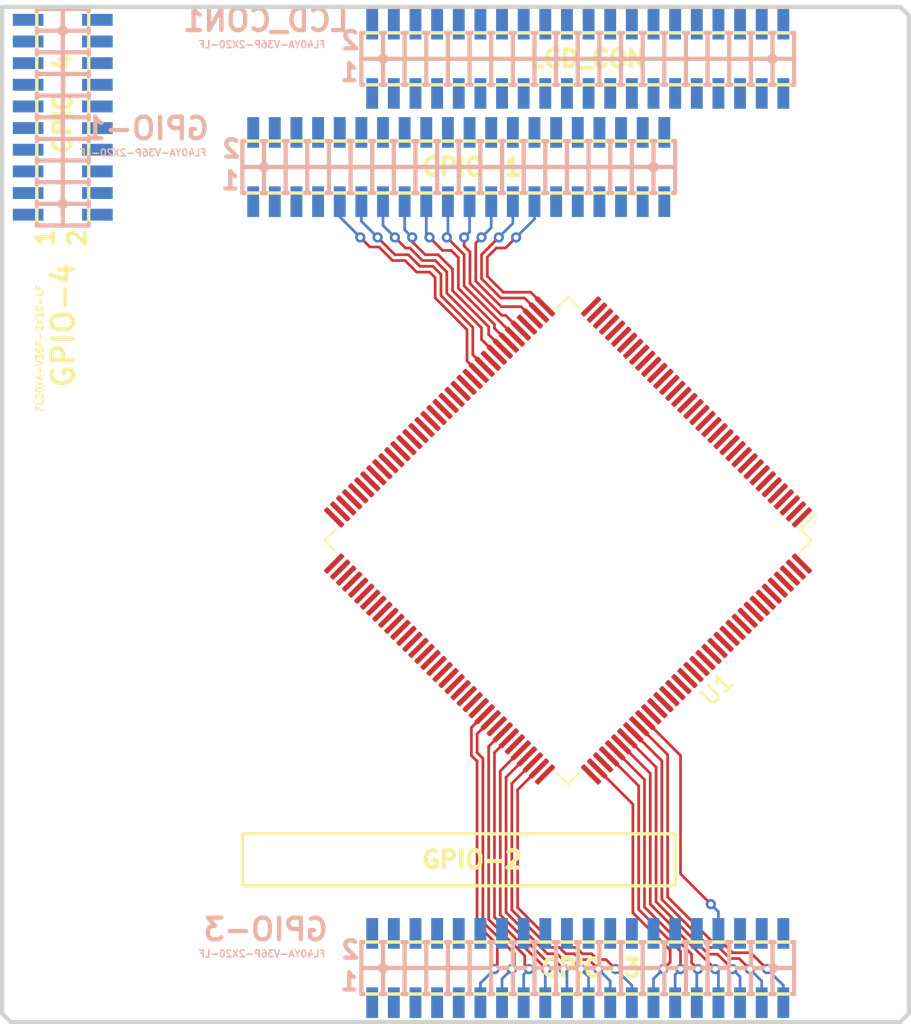
<source format=kicad_pcb>
(kicad_pcb (version 20171130) (host pcbnew 5.1.8)

  (general
    (thickness 1.6)
    (drawings 106)
    (tracks 242)
    (zones 0)
    (modules 5)
    (nets 235)
  )

  (page A3)
  (layers
    (0 F.Cu signal)
    (31 B.Cu signal)
    (32 B.Adhes user)
    (33 F.Adhes user)
    (34 B.Paste user)
    (35 F.Paste user)
    (36 B.SilkS user)
    (37 F.SilkS user)
    (38 B.Mask user)
    (39 F.Mask user)
    (40 Dwgs.User user)
    (41 Cmts.User user)
    (42 Eco1.User user)
    (43 Eco2.User user hide)
    (44 Edge.Cuts user)
    (45 Margin user)
    (46 B.CrtYd user)
    (47 F.CrtYd user)
  )

  (setup
    (last_trace_width 0.16)
    (user_trace_width 0.2)
    (user_trace_width 0.254)
    (user_trace_width 0.508)
    (trace_clearance 0.18)
    (zone_clearance 0.508)
    (zone_45_only no)
    (trace_min 0.16)
    (via_size 0.6)
    (via_drill 0.3)
    (via_min_size 0.4)
    (via_min_drill 0.3)
    (uvia_size 0.3)
    (uvia_drill 0.1)
    (uvias_allowed no)
    (uvia_min_size 0.2)
    (uvia_min_drill 0.1)
    (edge_width 0.254)
    (segment_width 0.254)
    (pcb_text_width 0.3)
    (pcb_text_size 1.5 1.5)
    (mod_edge_width 0.15)
    (mod_text_size 1.5 1.5)
    (mod_text_width 0.15)
    (pad_size 1.8 0.7)
    (pad_drill 0)
    (pad_to_mask_clearance 0.051)
    (solder_mask_min_width 0.25)
    (aux_axis_origin 99.187 228.092)
    (grid_origin 5.588 -16.002)
    (visible_elements 7FFFFFFF)
    (pcbplotparams
      (layerselection 0x00030_ffffffff)
      (usegerberextensions true)
      (usegerberattributes true)
      (usegerberadvancedattributes true)
      (creategerberjobfile true)
      (excludeedgelayer true)
      (linewidth 0.150000)
      (plotframeref false)
      (viasonmask false)
      (mode 1)
      (useauxorigin false)
      (hpglpennumber 1)
      (hpglpenspeed 20)
      (hpglpendiameter 15.000000)
      (psnegative false)
      (psa4output false)
      (plotreference true)
      (plotvalue true)
      (plotinvisibletext false)
      (padsonsilk false)
      (subtractmaskfromsilk false)
      (outputformat 1)
      (mirror false)
      (drillshape 1)
      (scaleselection 1)
      (outputdirectory ""))
  )

  (net 0 "")
  (net 1 +5V)
  (net 2 GND)
  (net 3 GNDPWR)
  (net 4 +3V3)
  (net 5 "Net-(GPIO-1-Pad6)")
  (net 6 "Net-(GPIO-1-Pad8)")
  (net 7 "Net-(GPIO-1-Pad10)")
  (net 8 /CSI1_HSYNC\PG2)
  (net 9 "Net-(GPIO-1-Pad12)")
  (net 10 /CSI1_VSYNC\PG3)
  (net 11 "Net-(GPIO-1-Pad14)")
  (net 12 /CSI1_D0\PG4)
  (net 13 "Net-(GPIO-1-Pad16)")
  (net 14 /CSI1_D1\PG5)
  (net 15 "Net-(GPIO-1-Pad18)")
  (net 16 /CSI1_D2\PG6)
  (net 17 "Net-(GPIO-1-Pad20)")
  (net 18 /CSI1_D3\PG7)
  (net 19 "Net-(GPIO-1-Pad22)")
  (net 20 /CSI1_D4\PG8)
  (net 21 "Net-(GPIO-1-Pad24)")
  (net 22 /CSI1_D5\PG9)
  (net 23 /UART0_RX\PB23)
  (net 24 /CSI1_D6\PG10)
  (net 25 /UART0_TX\PB22)
  (net 26 /CSI1_D7\PG11)
  (net 27 "Net-(GPIO-1-Pad30)")
  (net 28 "Net-(GPIO-1-Pad29)")
  (net 29 "Net-(GPIO-1-Pad32)")
  (net 30 "Net-(GPIO-1-Pad31)")
  (net 31 "Net-(GPIO-1-Pad34)")
  (net 32 /SPI2_CS0\C19)
  (net 33 "Net-(GPIO-1-Pad36)")
  (net 34 /SPI2_CLK\PC20)
  (net 35 "Net-(GPIO-1-Pad38)")
  (net 36 /SPI2_MOSI\PC21)
  (net 37 "Net-(GPIO-1-Pad40)")
  (net 38 /SPI2_MISO\PC22)
  (net 39 "Net-(GPIO-3-Pad4)")
  (net 40 "Net-(GPIO-3-Pad6)")
  (net 41 "Net-(GPIO-3-Pad5)")
  (net 42 /I2S_MCLK\AC97_MCLK\PB5)
  (net 43 "Net-(GPIO-3-Pad7)")
  (net 44 /I2S_BCLK\AC97_BCLK\PB6)
  (net 45 "Net-(GPIO-3-Pad9)")
  (net 46 /I2S_LRCK\AC97_SYNC\PB7)
  (net 47 /CSI1_D9\PH9)
  (net 48 /I2S_DO0\AC97_DO\PB8)
  (net 49 /CSI1_D10\PH10)
  (net 50 /I2S_DO1\PB9)
  (net 51 /CSI1_D11\PH11)
  (net 52 /I2S_DO2\PB10)
  (net 53 /CSI1_D12\PH12)
  (net 54 /I2S_DO3\PB11)
  (net 55 /CSI1_D13\PH13)
  (net 56 /I2S_DI\AC97_DI\SPDIF_DI\PB12)
  (net 57 /CSI1_D14\PH14)
  (net 58 /SPI2_CS1\SPDIF_DO\PB13)
  (net 59 /CSI1_D15\PH15)
  (net 60 "Net-(GPIO-3-Pad26)")
  (net 61 /CSI1_D16\PH16)
  (net 62 "Net-(GPIO-3-Pad28)")
  (net 63 /CSI1_D17\PH17)
  (net 64 "Net-(GPIO-3-Pad30)")
  (net 65 /CSI1_D18\PH18)
  (net 66 "Net-(GPIO-3-Pad32)")
  (net 67 /CSI1_D19\PH19)
  (net 68 /CSI1_D20\PH20)
  (net 69 "Net-(GPIO-3-Pad36)")
  (net 70 /CSI1_D21\PH21)
  (net 71 "Net-(GPIO-3-Pad38)")
  (net 72 /CSI1_D22\PH22)
  (net 73 "Net-(GPIO-3-Pad40)")
  (net 74 /CSI1_D23\PH23)
  (net 75 "Net-(GPIO-4-Pad3)")
  (net 76 "Net-(GPIO-4-Pad4)")
  (net 77 "Net-(GPIO-4-Pad5)")
  (net 78 "Net-(GPIO-4-Pad6)")
  (net 79 "Net-(GPIO-4-Pad7)")
  (net 80 "Net-(GPIO-4-Pad8)")
  (net 81 "Net-(GPIO-4-Pad9)")
  (net 82 "Net-(GPIO-4-Pad10)")
  (net 83 "Net-(GPIO-4-Pad11)")
  (net 84 "Net-(GPIO-4-Pad12)")
  (net 85 "Net-(GPIO-4-Pad13)")
  (net 86 "Net-(GPIO-4-Pad14)")
  (net 87 "Net-(GPIO-4-Pad15)")
  (net 88 "Net-(GPIO-4-Pad16)")
  (net 89 "Net-(GPIO-4-Pad17)")
  (net 90 "Net-(GPIO-4-Pad18)")
  (net 91 "Net-(GPIO-4-Pad19)")
  (net 92 "Net-(GPIO-4-Pad20)")
  (net 93 "Net-(LCD_CON1-Pad39)")
  (net 94 "Net-(LCD_CON1-Pad40)")
  (net 95 "Net-(LCD_CON1-Pad37)")
  (net 96 "Net-(LCD_CON1-Pad38)")
  (net 97 /CSI1_D8\PH8)
  (net 98 "Net-(LCD_CON1-Pad36)")
  (net 99 "Net-(LCD_CON1-Pad33)")
  (net 100 "Net-(LCD_CON1-Pad34)")
  (net 101 "Net-(LCD_CON1-Pad31)")
  (net 102 "Net-(LCD_CON1-Pad32)")
  (net 103 "Net-(LCD_CON1-Pad29)")
  (net 104 "Net-(LCD_CON1-Pad30)")
  (net 105 "Net-(LCD_CON1-Pad27)")
  (net 106 "Net-(LCD_CON1-Pad28)")
  (net 107 "Net-(LCD_CON1-Pad25)")
  (net 108 "Net-(LCD_CON1-Pad26)")
  (net 109 "Net-(LCD_CON1-Pad23)")
  (net 110 "Net-(LCD_CON1-Pad24)")
  (net 111 "Net-(LCD_CON1-Pad21)")
  (net 112 "Net-(LCD_CON1-Pad22)")
  (net 113 "Net-(LCD_CON1-Pad19)")
  (net 114 "Net-(LCD_CON1-Pad20)")
  (net 115 "Net-(LCD_CON1-Pad17)")
  (net 116 "Net-(LCD_CON1-Pad18)")
  (net 117 "Net-(LCD_CON1-Pad15)")
  (net 118 "Net-(LCD_CON1-Pad16)")
  (net 119 "Net-(LCD_CON1-Pad13)")
  (net 120 "Net-(LCD_CON1-Pad14)")
  (net 121 "Net-(LCD_CON1-Pad11)")
  (net 122 "Net-(LCD_CON1-Pad12)")
  (net 123 "Net-(LCD_CON1-Pad9)")
  (net 124 "Net-(LCD_CON1-Pad10)")
  (net 125 "Net-(LCD_CON1-Pad7)")
  (net 126 "Net-(LCD_CON1-Pad8)")
  (net 127 "Net-(LCD_CON1-Pad5)")
  (net 128 "Net-(LCD_CON1-Pad6)")
  (net 129 "Net-(U1-Pad103)")
  (net 130 "Net-(U1-Pad30)")
  (net 131 "Net-(U1-Pad7)")
  (net 132 "Net-(U1-Pad8)")
  (net 133 "Net-(U1-Pad9)")
  (net 134 "Net-(U1-Pad10)")
  (net 135 "Net-(U1-Pad11)")
  (net 136 "Net-(U1-Pad12)")
  (net 137 "Net-(U1-Pad15)")
  (net 138 "Net-(U1-Pad16)")
  (net 139 "Net-(U1-Pad17)")
  (net 140 "Net-(U1-Pad18)")
  (net 141 "Net-(U1-Pad19)")
  (net 142 "Net-(U1-Pad20)")
  (net 143 "Net-(U1-Pad111)")
  (net 144 "Net-(U1-Pad35)")
  (net 145 "Net-(U1-Pad36)")
  (net 146 "Net-(U1-Pad46)")
  (net 147 "Net-(U1-Pad50)")
  (net 148 "Net-(U1-Pad51)")
  (net 149 "Net-(U1-Pad53)")
  (net 150 "Net-(U1-Pad54)")
  (net 151 "Net-(U1-Pad55)")
  (net 152 "Net-(U1-Pad56)")
  (net 153 "Net-(U1-Pad58)")
  (net 154 "Net-(U1-Pad60)")
  (net 155 "Net-(U1-Pad61)")
  (net 156 "Net-(U1-Pad62)")
  (net 157 "Net-(U1-Pad63)")
  (net 158 "Net-(U1-Pad64)")
  (net 159 "Net-(U1-Pad65)")
  (net 160 "Net-(U1-Pad66)")
  (net 161 "Net-(U1-Pad67)")
  (net 162 "Net-(U1-Pad68)")
  (net 163 "Net-(U1-Pad70)")
  (net 164 "Net-(U1-Pad71)")
  (net 165 "Net-(U1-Pad72)")
  (net 166 "Net-(U1-Pad77)")
  (net 167 "Net-(U1-Pad85)")
  (net 168 "Net-(U1-Pad87)")
  (net 169 "Net-(U1-Pad88)")
  (net 170 "Net-(U1-Pad100)")
  (net 171 "Net-(U1-Pad108)")
  (net 172 "Net-(U1-Pad109)")
  (net 173 "Net-(U1-Pad123)")
  (net 174 "Net-(U1-Pad126)")
  (net 175 "Net-(U1-Pad127)")
  (net 176 "Net-(U1-Pad133)")
  (net 177 /CLK)
  (net 178 "Net-(U1-Pad121)")
  (net 179 "Net-(U1-Pad122)")
  (net 180 "Net-(U1-Pad124)")
  (net 181 "Net-(U1-Pad125)")
  (net 182 "Net-(U1-Pad128)")
  (net 183 "Net-(U1-Pad129)")
  (net 184 "Net-(U1-Pad134)")
  (net 185 "Net-(U1-Pad135)")
  (net 186 "Net-(U1-Pad136)")
  (net 187 "Net-(U1-Pad137)")
  (net 188 "Net-(U1-Pad138)")
  (net 189 "Net-(U1-Pad73)")
  (net 190 "Net-(U1-Pad74)")
  (net 191 "Net-(U1-Pad75)")
  (net 192 "Net-(U1-Pad76)")
  (net 193 "Net-(U1-Pad95)")
  (net 194 "Net-(U1-Pad96)")
  (net 195 "Net-(U1-Pad78)")
  (net 196 "Net-(U1-Pad79)")
  (net 197 "Net-(U1-Pad80)")
  (net 198 "Net-(U1-Pad81)")
  (net 199 "Net-(GPIO-1-Pad7)")
  (net 200 /CSI1_PCLK\PH24)
  (net 201 "Net-(U1-Pad1)")
  (net 202 "Net-(U1-Pad2)")
  (net 203 "Net-(U1-Pad3)")
  (net 204 "Net-(U1-Pad4)")
  (net 205 "Net-(U1-Pad21)")
  (net 206 "Net-(U1-Pad22)")
  (net 207 "Net-(U1-Pad23)")
  (net 208 "Net-(U1-Pad24)")
  (net 209 "Net-(U1-Pad25)")
  (net 210 "Net-(U1-Pad26)")
  (net 211 "Net-(U1-Pad28)")
  (net 212 "Net-(U1-Pad29)")
  (net 213 "Net-(U1-Pad31)")
  (net 214 "Net-(U1-Pad32)")
  (net 215 "Net-(U1-Pad33)")
  (net 216 "Net-(U1-Pad34)")
  (net 217 "Net-(U1-Pad49)")
  (net 218 "Net-(U1-Pad82)")
  (net 219 "Net-(U1-Pad83)")
  (net 220 "Net-(U1-Pad84)")
  (net 221 "Net-(U1-Pad90)")
  (net 222 "Net-(U1-Pad91)")
  (net 223 "Net-(GPIO-1-Pad5)")
  (net 224 "Net-(U1-Pad93)")
  (net 225 "Net-(U1-Pad94)")
  (net 226 "Net-(U1-Pad97)")
  (net 227 "Net-(U1-Pad119)")
  (net 228 "Net-(U1-Pad120)")
  (net 229 "Net-(U1-Pad130)")
  (net 230 "Net-(U1-Pad139)")
  (net 231 "Net-(U1-Pad141)")
  (net 232 "Net-(U1-Pad142)")
  (net 233 "Net-(U1-Pad143)")
  (net 234 "Net-(U1-Pad144)")

  (net_class Default "This is the default net class."
    (clearance 0.18)
    (trace_width 0.16)
    (via_dia 0.6)
    (via_drill 0.3)
    (uvia_dia 0.3)
    (uvia_drill 0.1)
    (add_net +3V3)
    (add_net +5V)
    (add_net /CLK)
    (add_net /CSI1_D0\PG4)
    (add_net /CSI1_D10\PH10)
    (add_net /CSI1_D11\PH11)
    (add_net /CSI1_D12\PH12)
    (add_net /CSI1_D13\PH13)
    (add_net /CSI1_D14\PH14)
    (add_net /CSI1_D15\PH15)
    (add_net /CSI1_D16\PH16)
    (add_net /CSI1_D17\PH17)
    (add_net /CSI1_D18\PH18)
    (add_net /CSI1_D19\PH19)
    (add_net /CSI1_D1\PG5)
    (add_net /CSI1_D20\PH20)
    (add_net /CSI1_D21\PH21)
    (add_net /CSI1_D22\PH22)
    (add_net /CSI1_D23\PH23)
    (add_net /CSI1_D2\PG6)
    (add_net /CSI1_D3\PG7)
    (add_net /CSI1_D4\PG8)
    (add_net /CSI1_D5\PG9)
    (add_net /CSI1_D6\PG10)
    (add_net /CSI1_D7\PG11)
    (add_net /CSI1_D8\PH8)
    (add_net /CSI1_D9\PH9)
    (add_net /CSI1_HSYNC\PG2)
    (add_net /CSI1_PCLK\PH24)
    (add_net /CSI1_VSYNC\PG3)
    (add_net /I2S_BCLK\AC97_BCLK\PB6)
    (add_net /I2S_DI\AC97_DI\SPDIF_DI\PB12)
    (add_net /I2S_DO0\AC97_DO\PB8)
    (add_net /I2S_DO1\PB9)
    (add_net /I2S_DO2\PB10)
    (add_net /I2S_DO3\PB11)
    (add_net /I2S_LRCK\AC97_SYNC\PB7)
    (add_net /I2S_MCLK\AC97_MCLK\PB5)
    (add_net /SPI2_CLK\PC20)
    (add_net /SPI2_CS0\C19)
    (add_net /SPI2_CS1\SPDIF_DO\PB13)
    (add_net /SPI2_MISO\PC22)
    (add_net /SPI2_MOSI\PC21)
    (add_net /UART0_RX\PB23)
    (add_net /UART0_TX\PB22)
    (add_net GND)
    (add_net GNDPWR)
    (add_net "Net-(GPIO-1-Pad10)")
    (add_net "Net-(GPIO-1-Pad12)")
    (add_net "Net-(GPIO-1-Pad14)")
    (add_net "Net-(GPIO-1-Pad16)")
    (add_net "Net-(GPIO-1-Pad18)")
    (add_net "Net-(GPIO-1-Pad20)")
    (add_net "Net-(GPIO-1-Pad22)")
    (add_net "Net-(GPIO-1-Pad24)")
    (add_net "Net-(GPIO-1-Pad29)")
    (add_net "Net-(GPIO-1-Pad30)")
    (add_net "Net-(GPIO-1-Pad31)")
    (add_net "Net-(GPIO-1-Pad32)")
    (add_net "Net-(GPIO-1-Pad34)")
    (add_net "Net-(GPIO-1-Pad36)")
    (add_net "Net-(GPIO-1-Pad38)")
    (add_net "Net-(GPIO-1-Pad40)")
    (add_net "Net-(GPIO-1-Pad5)")
    (add_net "Net-(GPIO-1-Pad6)")
    (add_net "Net-(GPIO-1-Pad7)")
    (add_net "Net-(GPIO-1-Pad8)")
    (add_net "Net-(GPIO-3-Pad26)")
    (add_net "Net-(GPIO-3-Pad28)")
    (add_net "Net-(GPIO-3-Pad30)")
    (add_net "Net-(GPIO-3-Pad32)")
    (add_net "Net-(GPIO-3-Pad36)")
    (add_net "Net-(GPIO-3-Pad38)")
    (add_net "Net-(GPIO-3-Pad4)")
    (add_net "Net-(GPIO-3-Pad40)")
    (add_net "Net-(GPIO-3-Pad5)")
    (add_net "Net-(GPIO-3-Pad6)")
    (add_net "Net-(GPIO-3-Pad7)")
    (add_net "Net-(GPIO-3-Pad9)")
    (add_net "Net-(GPIO-4-Pad10)")
    (add_net "Net-(GPIO-4-Pad11)")
    (add_net "Net-(GPIO-4-Pad12)")
    (add_net "Net-(GPIO-4-Pad13)")
    (add_net "Net-(GPIO-4-Pad14)")
    (add_net "Net-(GPIO-4-Pad15)")
    (add_net "Net-(GPIO-4-Pad16)")
    (add_net "Net-(GPIO-4-Pad17)")
    (add_net "Net-(GPIO-4-Pad18)")
    (add_net "Net-(GPIO-4-Pad19)")
    (add_net "Net-(GPIO-4-Pad20)")
    (add_net "Net-(GPIO-4-Pad3)")
    (add_net "Net-(GPIO-4-Pad4)")
    (add_net "Net-(GPIO-4-Pad5)")
    (add_net "Net-(GPIO-4-Pad6)")
    (add_net "Net-(GPIO-4-Pad7)")
    (add_net "Net-(GPIO-4-Pad8)")
    (add_net "Net-(GPIO-4-Pad9)")
    (add_net "Net-(LCD_CON1-Pad10)")
    (add_net "Net-(LCD_CON1-Pad11)")
    (add_net "Net-(LCD_CON1-Pad12)")
    (add_net "Net-(LCD_CON1-Pad13)")
    (add_net "Net-(LCD_CON1-Pad14)")
    (add_net "Net-(LCD_CON1-Pad15)")
    (add_net "Net-(LCD_CON1-Pad16)")
    (add_net "Net-(LCD_CON1-Pad17)")
    (add_net "Net-(LCD_CON1-Pad18)")
    (add_net "Net-(LCD_CON1-Pad19)")
    (add_net "Net-(LCD_CON1-Pad20)")
    (add_net "Net-(LCD_CON1-Pad21)")
    (add_net "Net-(LCD_CON1-Pad22)")
    (add_net "Net-(LCD_CON1-Pad23)")
    (add_net "Net-(LCD_CON1-Pad24)")
    (add_net "Net-(LCD_CON1-Pad25)")
    (add_net "Net-(LCD_CON1-Pad26)")
    (add_net "Net-(LCD_CON1-Pad27)")
    (add_net "Net-(LCD_CON1-Pad28)")
    (add_net "Net-(LCD_CON1-Pad29)")
    (add_net "Net-(LCD_CON1-Pad30)")
    (add_net "Net-(LCD_CON1-Pad31)")
    (add_net "Net-(LCD_CON1-Pad32)")
    (add_net "Net-(LCD_CON1-Pad33)")
    (add_net "Net-(LCD_CON1-Pad34)")
    (add_net "Net-(LCD_CON1-Pad36)")
    (add_net "Net-(LCD_CON1-Pad37)")
    (add_net "Net-(LCD_CON1-Pad38)")
    (add_net "Net-(LCD_CON1-Pad39)")
    (add_net "Net-(LCD_CON1-Pad40)")
    (add_net "Net-(LCD_CON1-Pad5)")
    (add_net "Net-(LCD_CON1-Pad6)")
    (add_net "Net-(LCD_CON1-Pad7)")
    (add_net "Net-(LCD_CON1-Pad8)")
    (add_net "Net-(LCD_CON1-Pad9)")
    (add_net "Net-(U1-Pad1)")
    (add_net "Net-(U1-Pad10)")
    (add_net "Net-(U1-Pad100)")
    (add_net "Net-(U1-Pad103)")
    (add_net "Net-(U1-Pad108)")
    (add_net "Net-(U1-Pad109)")
    (add_net "Net-(U1-Pad11)")
    (add_net "Net-(U1-Pad111)")
    (add_net "Net-(U1-Pad119)")
    (add_net "Net-(U1-Pad12)")
    (add_net "Net-(U1-Pad120)")
    (add_net "Net-(U1-Pad121)")
    (add_net "Net-(U1-Pad122)")
    (add_net "Net-(U1-Pad123)")
    (add_net "Net-(U1-Pad124)")
    (add_net "Net-(U1-Pad125)")
    (add_net "Net-(U1-Pad126)")
    (add_net "Net-(U1-Pad127)")
    (add_net "Net-(U1-Pad128)")
    (add_net "Net-(U1-Pad129)")
    (add_net "Net-(U1-Pad130)")
    (add_net "Net-(U1-Pad133)")
    (add_net "Net-(U1-Pad134)")
    (add_net "Net-(U1-Pad135)")
    (add_net "Net-(U1-Pad136)")
    (add_net "Net-(U1-Pad137)")
    (add_net "Net-(U1-Pad138)")
    (add_net "Net-(U1-Pad139)")
    (add_net "Net-(U1-Pad141)")
    (add_net "Net-(U1-Pad142)")
    (add_net "Net-(U1-Pad143)")
    (add_net "Net-(U1-Pad144)")
    (add_net "Net-(U1-Pad15)")
    (add_net "Net-(U1-Pad16)")
    (add_net "Net-(U1-Pad17)")
    (add_net "Net-(U1-Pad18)")
    (add_net "Net-(U1-Pad19)")
    (add_net "Net-(U1-Pad2)")
    (add_net "Net-(U1-Pad20)")
    (add_net "Net-(U1-Pad21)")
    (add_net "Net-(U1-Pad22)")
    (add_net "Net-(U1-Pad23)")
    (add_net "Net-(U1-Pad24)")
    (add_net "Net-(U1-Pad25)")
    (add_net "Net-(U1-Pad26)")
    (add_net "Net-(U1-Pad28)")
    (add_net "Net-(U1-Pad29)")
    (add_net "Net-(U1-Pad3)")
    (add_net "Net-(U1-Pad30)")
    (add_net "Net-(U1-Pad31)")
    (add_net "Net-(U1-Pad32)")
    (add_net "Net-(U1-Pad33)")
    (add_net "Net-(U1-Pad34)")
    (add_net "Net-(U1-Pad35)")
    (add_net "Net-(U1-Pad36)")
    (add_net "Net-(U1-Pad4)")
    (add_net "Net-(U1-Pad46)")
    (add_net "Net-(U1-Pad49)")
    (add_net "Net-(U1-Pad50)")
    (add_net "Net-(U1-Pad51)")
    (add_net "Net-(U1-Pad53)")
    (add_net "Net-(U1-Pad54)")
    (add_net "Net-(U1-Pad55)")
    (add_net "Net-(U1-Pad56)")
    (add_net "Net-(U1-Pad58)")
    (add_net "Net-(U1-Pad60)")
    (add_net "Net-(U1-Pad61)")
    (add_net "Net-(U1-Pad62)")
    (add_net "Net-(U1-Pad63)")
    (add_net "Net-(U1-Pad64)")
    (add_net "Net-(U1-Pad65)")
    (add_net "Net-(U1-Pad66)")
    (add_net "Net-(U1-Pad67)")
    (add_net "Net-(U1-Pad68)")
    (add_net "Net-(U1-Pad7)")
    (add_net "Net-(U1-Pad70)")
    (add_net "Net-(U1-Pad71)")
    (add_net "Net-(U1-Pad72)")
    (add_net "Net-(U1-Pad73)")
    (add_net "Net-(U1-Pad74)")
    (add_net "Net-(U1-Pad75)")
    (add_net "Net-(U1-Pad76)")
    (add_net "Net-(U1-Pad77)")
    (add_net "Net-(U1-Pad78)")
    (add_net "Net-(U1-Pad79)")
    (add_net "Net-(U1-Pad8)")
    (add_net "Net-(U1-Pad80)")
    (add_net "Net-(U1-Pad81)")
    (add_net "Net-(U1-Pad82)")
    (add_net "Net-(U1-Pad83)")
    (add_net "Net-(U1-Pad84)")
    (add_net "Net-(U1-Pad85)")
    (add_net "Net-(U1-Pad87)")
    (add_net "Net-(U1-Pad88)")
    (add_net "Net-(U1-Pad9)")
    (add_net "Net-(U1-Pad90)")
    (add_net "Net-(U1-Pad91)")
    (add_net "Net-(U1-Pad93)")
    (add_net "Net-(U1-Pad94)")
    (add_net "Net-(U1-Pad95)")
    (add_net "Net-(U1-Pad96)")
    (add_net "Net-(U1-Pad97)")
  )

  (module lime2-ice40-shield:TQFP-144_20x20mm_P0.5mm (layer F.Cu) (tedit 5D9F72B1) (tstamp 5FC91230)
    (at 6.604 1.524 225)
    (descr "TQFP, 144 Pin (http://www.microsemi.com/index.php?option=com_docman&task=doc_download&gid=131095), generated with kicad-footprint-generator ipc_gullwing_generator.py")
    (tags "TQFP QFP")
    (path /5F76DB87)
    (attr smd)
    (fp_text reference U1 (at 0 -12.35 225) (layer F.SilkS)
      (effects (font (size 1 1) (thickness 0.15)))
    )
    (fp_text value ICE40HX4K-TQ144 (at 0 12.35 225) (layer F.Fab)
      (effects (font (size 1 1) (thickness 0.15)))
    )
    (fp_line (start 9.16 10.11) (end 10.11 10.11) (layer F.SilkS) (width 0.12))
    (fp_line (start 10.11 10.11) (end 10.11 9.16) (layer F.SilkS) (width 0.12))
    (fp_line (start -9.16 10.11) (end -10.11 10.11) (layer F.SilkS) (width 0.12))
    (fp_line (start -10.11 10.11) (end -10.11 9.16) (layer F.SilkS) (width 0.12))
    (fp_line (start 9.16 -10.11) (end 10.11 -10.11) (layer F.SilkS) (width 0.12))
    (fp_line (start 10.11 -10.11) (end 10.11 -9.16) (layer F.SilkS) (width 0.12))
    (fp_line (start -9.16 -10.11) (end -10.11 -10.11) (layer F.SilkS) (width 0.12))
    (fp_line (start -10.11 -10.11) (end -10.11 -9.16) (layer F.SilkS) (width 0.12))
    (fp_line (start -10.11 -9.16) (end -11.4 -9.16) (layer F.SilkS) (width 0.12))
    (fp_line (start -9 -10) (end 10 -10) (layer F.Fab) (width 0.1))
    (fp_line (start 10 -10) (end 10 10) (layer F.Fab) (width 0.1))
    (fp_line (start 10 10) (end -10 10) (layer F.Fab) (width 0.1))
    (fp_line (start -10 10) (end -10 -9) (layer F.Fab) (width 0.1))
    (fp_line (start -10 -9) (end -9 -10) (layer F.Fab) (width 0.1))
    (fp_line (start 0 -11.65) (end -9.15 -11.65) (layer F.CrtYd) (width 0.05))
    (fp_line (start -9.15 -11.65) (end -9.15 -10.25) (layer F.CrtYd) (width 0.05))
    (fp_line (start -9.15 -10.25) (end -10.25 -10.25) (layer F.CrtYd) (width 0.05))
    (fp_line (start -10.25 -10.25) (end -10.25 -9.15) (layer F.CrtYd) (width 0.05))
    (fp_line (start -10.25 -9.15) (end -11.65 -9.15) (layer F.CrtYd) (width 0.05))
    (fp_line (start -11.65 -9.15) (end -11.65 0) (layer F.CrtYd) (width 0.05))
    (fp_line (start 0 -11.65) (end 9.15 -11.65) (layer F.CrtYd) (width 0.05))
    (fp_line (start 9.15 -11.65) (end 9.15 -10.25) (layer F.CrtYd) (width 0.05))
    (fp_line (start 9.15 -10.25) (end 10.25 -10.25) (layer F.CrtYd) (width 0.05))
    (fp_line (start 10.25 -10.25) (end 10.25 -9.15) (layer F.CrtYd) (width 0.05))
    (fp_line (start 10.25 -9.15) (end 11.65 -9.15) (layer F.CrtYd) (width 0.05))
    (fp_line (start 11.65 -9.15) (end 11.65 0) (layer F.CrtYd) (width 0.05))
    (fp_line (start 0 11.65) (end -9.15 11.65) (layer F.CrtYd) (width 0.05))
    (fp_line (start -9.15 11.65) (end -9.15 10.25) (layer F.CrtYd) (width 0.05))
    (fp_line (start -9.15 10.25) (end -10.25 10.25) (layer F.CrtYd) (width 0.05))
    (fp_line (start -10.25 10.25) (end -10.25 9.15) (layer F.CrtYd) (width 0.05))
    (fp_line (start -10.25 9.15) (end -11.65 9.15) (layer F.CrtYd) (width 0.05))
    (fp_line (start -11.65 9.15) (end -11.65 0) (layer F.CrtYd) (width 0.05))
    (fp_line (start 0 11.65) (end 9.15 11.65) (layer F.CrtYd) (width 0.05))
    (fp_line (start 9.15 11.65) (end 9.15 10.25) (layer F.CrtYd) (width 0.05))
    (fp_line (start 9.15 10.25) (end 10.25 10.25) (layer F.CrtYd) (width 0.05))
    (fp_line (start 10.25 10.25) (end 10.25 9.15) (layer F.CrtYd) (width 0.05))
    (fp_line (start 10.25 9.15) (end 11.65 9.15) (layer F.CrtYd) (width 0.05))
    (fp_line (start 11.65 9.15) (end 11.65 0) (layer F.CrtYd) (width 0.05))
    (fp_text user %R (at 0 0 45) (layer F.Fab)
      (effects (font (size 1 1) (thickness 0.15)))
    )
    (pad 1 smd roundrect (at -10.6625 -8.75 225) (size 1.475 0.3) (layers F.Cu F.Paste F.Mask) (roundrect_rratio 0.25)
      (net 201 "Net-(U1-Pad1)"))
    (pad 2 smd roundrect (at -10.6625 -8.25 225) (size 1.475 0.3) (layers F.Cu F.Paste F.Mask) (roundrect_rratio 0.25)
      (net 202 "Net-(U1-Pad2)"))
    (pad 3 smd roundrect (at -10.6625 -7.75 225) (size 1.475 0.3) (layers F.Cu F.Paste F.Mask) (roundrect_rratio 0.25)
      (net 203 "Net-(U1-Pad3)"))
    (pad 4 smd roundrect (at -10.6625 -7.25 225) (size 1.475 0.3) (layers F.Cu F.Paste F.Mask) (roundrect_rratio 0.25)
      (net 204 "Net-(U1-Pad4)"))
    (pad 5 smd roundrect (at -10.6625 -6.75 225) (size 1.475 0.3) (layers F.Cu F.Paste F.Mask) (roundrect_rratio 0.25)
      (net 129 "Net-(U1-Pad103)"))
    (pad 6 smd roundrect (at -10.6625 -6.25 225) (size 1.475 0.3) (layers F.Cu F.Paste F.Mask) (roundrect_rratio 0.25)
      (net 130 "Net-(U1-Pad30)"))
    (pad 7 smd roundrect (at -10.6625 -5.75 225) (size 1.475 0.3) (layers F.Cu F.Paste F.Mask) (roundrect_rratio 0.25)
      (net 131 "Net-(U1-Pad7)"))
    (pad 8 smd roundrect (at -10.6625 -5.25 225) (size 1.475 0.3) (layers F.Cu F.Paste F.Mask) (roundrect_rratio 0.25)
      (net 132 "Net-(U1-Pad8)"))
    (pad 9 smd roundrect (at -10.6625 -4.75 225) (size 1.475 0.3) (layers F.Cu F.Paste F.Mask) (roundrect_rratio 0.25)
      (net 133 "Net-(U1-Pad9)"))
    (pad 10 smd roundrect (at -10.6625 -4.25 225) (size 1.475 0.3) (layers F.Cu F.Paste F.Mask) (roundrect_rratio 0.25)
      (net 134 "Net-(U1-Pad10)"))
    (pad 11 smd roundrect (at -10.6625 -3.75 225) (size 1.475 0.3) (layers F.Cu F.Paste F.Mask) (roundrect_rratio 0.25)
      (net 135 "Net-(U1-Pad11)"))
    (pad 12 smd roundrect (at -10.6625 -3.25 225) (size 1.475 0.3) (layers F.Cu F.Paste F.Mask) (roundrect_rratio 0.25)
      (net 136 "Net-(U1-Pad12)"))
    (pad 13 smd roundrect (at -10.6625 -2.75 225) (size 1.475 0.3) (layers F.Cu F.Paste F.Mask) (roundrect_rratio 0.25)
      (net 129 "Net-(U1-Pad103)"))
    (pad 14 smd roundrect (at -10.6625 -2.25 225) (size 1.475 0.3) (layers F.Cu F.Paste F.Mask) (roundrect_rratio 0.25)
      (net 129 "Net-(U1-Pad103)"))
    (pad 15 smd roundrect (at -10.6625 -1.75 225) (size 1.475 0.3) (layers F.Cu F.Paste F.Mask) (roundrect_rratio 0.25)
      (net 137 "Net-(U1-Pad15)"))
    (pad 16 smd roundrect (at -10.6625 -1.25 225) (size 1.475 0.3) (layers F.Cu F.Paste F.Mask) (roundrect_rratio 0.25)
      (net 138 "Net-(U1-Pad16)"))
    (pad 17 smd roundrect (at -10.6625 -0.75 225) (size 1.475 0.3) (layers F.Cu F.Paste F.Mask) (roundrect_rratio 0.25)
      (net 139 "Net-(U1-Pad17)"))
    (pad 18 smd roundrect (at -10.6625 -0.25 225) (size 1.475 0.3) (layers F.Cu F.Paste F.Mask) (roundrect_rratio 0.25)
      (net 140 "Net-(U1-Pad18)"))
    (pad 19 smd roundrect (at -10.6625 0.25 225) (size 1.475 0.3) (layers F.Cu F.Paste F.Mask) (roundrect_rratio 0.25)
      (net 141 "Net-(U1-Pad19)"))
    (pad 20 smd roundrect (at -10.6625 0.75 225) (size 1.475 0.3) (layers F.Cu F.Paste F.Mask) (roundrect_rratio 0.25)
      (net 142 "Net-(U1-Pad20)"))
    (pad 21 smd roundrect (at -10.6625 1.25 225) (size 1.475 0.3) (layers F.Cu F.Paste F.Mask) (roundrect_rratio 0.25)
      (net 205 "Net-(U1-Pad21)"))
    (pad 22 smd roundrect (at -10.6625 1.75 225) (size 1.475 0.3) (layers F.Cu F.Paste F.Mask) (roundrect_rratio 0.25)
      (net 206 "Net-(U1-Pad22)"))
    (pad 23 smd roundrect (at -10.6625 2.25 225) (size 1.475 0.3) (layers F.Cu F.Paste F.Mask) (roundrect_rratio 0.25)
      (net 207 "Net-(U1-Pad23)"))
    (pad 24 smd roundrect (at -10.6625 2.75 225) (size 1.475 0.3) (layers F.Cu F.Paste F.Mask) (roundrect_rratio 0.25)
      (net 208 "Net-(U1-Pad24)"))
    (pad 25 smd roundrect (at -10.6625 3.25 225) (size 1.475 0.3) (layers F.Cu F.Paste F.Mask) (roundrect_rratio 0.25)
      (net 209 "Net-(U1-Pad25)"))
    (pad 26 smd roundrect (at -10.6625 3.75 225) (size 1.475 0.3) (layers F.Cu F.Paste F.Mask) (roundrect_rratio 0.25)
      (net 210 "Net-(U1-Pad26)"))
    (pad 27 smd roundrect (at -10.6625 4.25 225) (size 1.475 0.3) (layers F.Cu F.Paste F.Mask) (roundrect_rratio 0.25)
      (net 143 "Net-(U1-Pad111)"))
    (pad 28 smd roundrect (at -10.6625 4.75 225) (size 1.475 0.3) (layers F.Cu F.Paste F.Mask) (roundrect_rratio 0.25)
      (net 211 "Net-(U1-Pad28)"))
    (pad 29 smd roundrect (at -10.6625 5.25 225) (size 1.475 0.3) (layers F.Cu F.Paste F.Mask) (roundrect_rratio 0.25)
      (net 212 "Net-(U1-Pad29)"))
    (pad 30 smd roundrect (at -10.6625 5.75 225) (size 1.475 0.3) (layers F.Cu F.Paste F.Mask) (roundrect_rratio 0.25)
      (net 130 "Net-(U1-Pad30)"))
    (pad 31 smd roundrect (at -10.6625 6.25 225) (size 1.475 0.3) (layers F.Cu F.Paste F.Mask) (roundrect_rratio 0.25)
      (net 213 "Net-(U1-Pad31)"))
    (pad 32 smd roundrect (at -10.6625 6.75 225) (size 1.475 0.3) (layers F.Cu F.Paste F.Mask) (roundrect_rratio 0.25)
      (net 214 "Net-(U1-Pad32)"))
    (pad 33 smd roundrect (at -10.6625 7.25 225) (size 1.475 0.3) (layers F.Cu F.Paste F.Mask) (roundrect_rratio 0.25)
      (net 215 "Net-(U1-Pad33)"))
    (pad 34 smd roundrect (at -10.6625 7.75 225) (size 1.475 0.3) (layers F.Cu F.Paste F.Mask) (roundrect_rratio 0.25)
      (net 216 "Net-(U1-Pad34)"))
    (pad 35 smd roundrect (at -10.6625 8.25 225) (size 1.475 0.3) (layers F.Cu F.Paste F.Mask) (roundrect_rratio 0.25)
      (net 144 "Net-(U1-Pad35)"))
    (pad 36 smd roundrect (at -10.6625 8.75 225) (size 1.475 0.3) (layers F.Cu F.Paste F.Mask) (roundrect_rratio 0.25)
      (net 145 "Net-(U1-Pad36)"))
    (pad 37 smd roundrect (at -8.75 10.6625 225) (size 0.3 1.475) (layers F.Cu F.Paste F.Mask) (roundrect_rratio 0.25)
      (net 26 /CSI1_D7\PG11))
    (pad 38 smd roundrect (at -8.25 10.6625 225) (size 0.3 1.475) (layers F.Cu F.Paste F.Mask) (roundrect_rratio 0.25)
      (net 24 /CSI1_D6\PG10))
    (pad 39 smd roundrect (at -7.75 10.6625 225) (size 0.3 1.475) (layers F.Cu F.Paste F.Mask) (roundrect_rratio 0.25)
      (net 22 /CSI1_D5\PG9))
    (pad 40 smd roundrect (at -7.25 10.6625 225) (size 0.3 1.475) (layers F.Cu F.Paste F.Mask) (roundrect_rratio 0.25)
      (net 143 "Net-(U1-Pad111)"))
    (pad 41 smd roundrect (at -6.75 10.6625 225) (size 0.3 1.475) (layers F.Cu F.Paste F.Mask) (roundrect_rratio 0.25)
      (net 20 /CSI1_D4\PG8))
    (pad 42 smd roundrect (at -6.25 10.6625 225) (size 0.3 1.475) (layers F.Cu F.Paste F.Mask) (roundrect_rratio 0.25)
      (net 18 /CSI1_D3\PG7))
    (pad 43 smd roundrect (at -5.75 10.6625 225) (size 0.3 1.475) (layers F.Cu F.Paste F.Mask) (roundrect_rratio 0.25)
      (net 16 /CSI1_D2\PG6))
    (pad 44 smd roundrect (at -5.25 10.6625 225) (size 0.3 1.475) (layers F.Cu F.Paste F.Mask) (roundrect_rratio 0.25)
      (net 14 /CSI1_D1\PG5))
    (pad 45 smd roundrect (at -4.75 10.6625 225) (size 0.3 1.475) (layers F.Cu F.Paste F.Mask) (roundrect_rratio 0.25)
      (net 12 /CSI1_D0\PG4))
    (pad 46 smd roundrect (at -4.25 10.6625 225) (size 0.3 1.475) (layers F.Cu F.Paste F.Mask) (roundrect_rratio 0.25)
      (net 146 "Net-(U1-Pad46)"))
    (pad 47 smd roundrect (at -3.75 10.6625 225) (size 0.3 1.475) (layers F.Cu F.Paste F.Mask) (roundrect_rratio 0.25)
      (net 10 /CSI1_VSYNC\PG3))
    (pad 48 smd roundrect (at -3.25 10.6625 225) (size 0.3 1.475) (layers F.Cu F.Paste F.Mask) (roundrect_rratio 0.25)
      (net 8 /CSI1_HSYNC\PG2))
    (pad 49 smd roundrect (at -2.75 10.6625 225) (size 0.3 1.475) (layers F.Cu F.Paste F.Mask) (roundrect_rratio 0.25)
      (net 217 "Net-(U1-Pad49)"))
    (pad 50 smd roundrect (at -2.25 10.6625 225) (size 0.3 1.475) (layers F.Cu F.Paste F.Mask) (roundrect_rratio 0.25)
      (net 147 "Net-(U1-Pad50)"))
    (pad 51 smd roundrect (at -1.75 10.6625 225) (size 0.3 1.475) (layers F.Cu F.Paste F.Mask) (roundrect_rratio 0.25)
      (net 148 "Net-(U1-Pad51)"))
    (pad 52 smd roundrect (at -1.25 10.6625 225) (size 0.3 1.475) (layers F.Cu F.Paste F.Mask) (roundrect_rratio 0.25)
      (net 177 /CLK))
    (pad 53 smd roundrect (at -0.75 10.6625 225) (size 0.3 1.475) (layers F.Cu F.Paste F.Mask) (roundrect_rratio 0.25)
      (net 149 "Net-(U1-Pad53)"))
    (pad 54 smd roundrect (at -0.25 10.6625 225) (size 0.3 1.475) (layers F.Cu F.Paste F.Mask) (roundrect_rratio 0.25)
      (net 150 "Net-(U1-Pad54)"))
    (pad 55 smd roundrect (at 0.25 10.6625 225) (size 0.3 1.475) (layers F.Cu F.Paste F.Mask) (roundrect_rratio 0.25)
      (net 151 "Net-(U1-Pad55)"))
    (pad 56 smd roundrect (at 0.75 10.6625 225) (size 0.3 1.475) (layers F.Cu F.Paste F.Mask) (roundrect_rratio 0.25)
      (net 152 "Net-(U1-Pad56)"))
    (pad 57 smd roundrect (at 1.25 10.6625 225) (size 0.3 1.475) (layers F.Cu F.Paste F.Mask) (roundrect_rratio 0.25)
      (net 146 "Net-(U1-Pad46)"))
    (pad 58 smd roundrect (at 1.75 10.6625 225) (size 0.3 1.475) (layers F.Cu F.Paste F.Mask) (roundrect_rratio 0.25)
      (net 153 "Net-(U1-Pad58)"))
    (pad 59 smd roundrect (at 2.25 10.6625 225) (size 0.3 1.475) (layers F.Cu F.Paste F.Mask) (roundrect_rratio 0.25)
      (net 129 "Net-(U1-Pad103)"))
    (pad 60 smd roundrect (at 2.75 10.6625 225) (size 0.3 1.475) (layers F.Cu F.Paste F.Mask) (roundrect_rratio 0.25)
      (net 154 "Net-(U1-Pad60)"))
    (pad 61 smd roundrect (at 3.25 10.6625 225) (size 0.3 1.475) (layers F.Cu F.Paste F.Mask) (roundrect_rratio 0.25)
      (net 155 "Net-(U1-Pad61)"))
    (pad 62 smd roundrect (at 3.75 10.6625 225) (size 0.3 1.475) (layers F.Cu F.Paste F.Mask) (roundrect_rratio 0.25)
      (net 156 "Net-(U1-Pad62)"))
    (pad 63 smd roundrect (at 4.25 10.6625 225) (size 0.3 1.475) (layers F.Cu F.Paste F.Mask) (roundrect_rratio 0.25)
      (net 157 "Net-(U1-Pad63)"))
    (pad 64 smd roundrect (at 4.75 10.6625 225) (size 0.3 1.475) (layers F.Cu F.Paste F.Mask) (roundrect_rratio 0.25)
      (net 158 "Net-(U1-Pad64)"))
    (pad 65 smd roundrect (at 5.25 10.6625 225) (size 0.3 1.475) (layers F.Cu F.Paste F.Mask) (roundrect_rratio 0.25)
      (net 159 "Net-(U1-Pad65)"))
    (pad 66 smd roundrect (at 5.75 10.6625 225) (size 0.3 1.475) (layers F.Cu F.Paste F.Mask) (roundrect_rratio 0.25)
      (net 160 "Net-(U1-Pad66)"))
    (pad 67 smd roundrect (at 6.25 10.6625 225) (size 0.3 1.475) (layers F.Cu F.Paste F.Mask) (roundrect_rratio 0.25)
      (net 161 "Net-(U1-Pad67)"))
    (pad 68 smd roundrect (at 6.75 10.6625 225) (size 0.3 1.475) (layers F.Cu F.Paste F.Mask) (roundrect_rratio 0.25)
      (net 162 "Net-(U1-Pad68)"))
    (pad 69 smd roundrect (at 7.25 10.6625 225) (size 0.3 1.475) (layers F.Cu F.Paste F.Mask) (roundrect_rratio 0.25)
      (net 129 "Net-(U1-Pad103)"))
    (pad 70 smd roundrect (at 7.75 10.6625 225) (size 0.3 1.475) (layers F.Cu F.Paste F.Mask) (roundrect_rratio 0.25)
      (net 163 "Net-(U1-Pad70)"))
    (pad 71 smd roundrect (at 8.25 10.6625 225) (size 0.3 1.475) (layers F.Cu F.Paste F.Mask) (roundrect_rratio 0.25)
      (net 164 "Net-(U1-Pad71)"))
    (pad 72 smd roundrect (at 8.75 10.6625 225) (size 0.3 1.475) (layers F.Cu F.Paste F.Mask) (roundrect_rratio 0.25)
      (net 165 "Net-(U1-Pad72)"))
    (pad 73 smd roundrect (at 10.6625 8.75 225) (size 1.475 0.3) (layers F.Cu F.Paste F.Mask) (roundrect_rratio 0.25)
      (net 189 "Net-(U1-Pad73)"))
    (pad 74 smd roundrect (at 10.6625 8.25 225) (size 1.475 0.3) (layers F.Cu F.Paste F.Mask) (roundrect_rratio 0.25)
      (net 190 "Net-(U1-Pad74)"))
    (pad 75 smd roundrect (at 10.6625 7.75 225) (size 1.475 0.3) (layers F.Cu F.Paste F.Mask) (roundrect_rratio 0.25)
      (net 191 "Net-(U1-Pad75)"))
    (pad 76 smd roundrect (at 10.6625 7.25 225) (size 1.475 0.3) (layers F.Cu F.Paste F.Mask) (roundrect_rratio 0.25)
      (net 192 "Net-(U1-Pad76)"))
    (pad 77 smd roundrect (at 10.6625 6.75 225) (size 1.475 0.3) (layers F.Cu F.Paste F.Mask) (roundrect_rratio 0.25)
      (net 166 "Net-(U1-Pad77)"))
    (pad 78 smd roundrect (at 10.6625 6.25 225) (size 1.475 0.3) (layers F.Cu F.Paste F.Mask) (roundrect_rratio 0.25)
      (net 195 "Net-(U1-Pad78)"))
    (pad 79 smd roundrect (at 10.6625 5.75 225) (size 1.475 0.3) (layers F.Cu F.Paste F.Mask) (roundrect_rratio 0.25)
      (net 196 "Net-(U1-Pad79)"))
    (pad 80 smd roundrect (at 10.6625 5.25 225) (size 1.475 0.3) (layers F.Cu F.Paste F.Mask) (roundrect_rratio 0.25)
      (net 197 "Net-(U1-Pad80)"))
    (pad 81 smd roundrect (at 10.6625 4.75 225) (size 1.475 0.3) (layers F.Cu F.Paste F.Mask) (roundrect_rratio 0.25)
      (net 198 "Net-(U1-Pad81)"))
    (pad 82 smd roundrect (at 10.6625 4.25 225) (size 1.475 0.3) (layers F.Cu F.Paste F.Mask) (roundrect_rratio 0.25)
      (net 218 "Net-(U1-Pad82)"))
    (pad 83 smd roundrect (at 10.6625 3.75 225) (size 1.475 0.3) (layers F.Cu F.Paste F.Mask) (roundrect_rratio 0.25)
      (net 219 "Net-(U1-Pad83)"))
    (pad 84 smd roundrect (at 10.6625 3.25 225) (size 1.475 0.3) (layers F.Cu F.Paste F.Mask) (roundrect_rratio 0.25)
      (net 220 "Net-(U1-Pad84)"))
    (pad 85 smd roundrect (at 10.6625 2.75 225) (size 1.475 0.3) (layers F.Cu F.Paste F.Mask) (roundrect_rratio 0.25)
      (net 167 "Net-(U1-Pad85)"))
    (pad 86 smd roundrect (at 10.6625 2.25 225) (size 1.475 0.3) (layers F.Cu F.Paste F.Mask) (roundrect_rratio 0.25)
      (net 129 "Net-(U1-Pad103)"))
    (pad 87 smd roundrect (at 10.6625 1.75 225) (size 1.475 0.3) (layers F.Cu F.Paste F.Mask) (roundrect_rratio 0.25)
      (net 168 "Net-(U1-Pad87)"))
    (pad 88 smd roundrect (at 10.6625 1.25 225) (size 1.475 0.3) (layers F.Cu F.Paste F.Mask) (roundrect_rratio 0.25)
      (net 169 "Net-(U1-Pad88)"))
    (pad 89 smd roundrect (at 10.6625 0.75 225) (size 1.475 0.3) (layers F.Cu F.Paste F.Mask) (roundrect_rratio 0.25)
      (net 170 "Net-(U1-Pad100)"))
    (pad 90 smd roundrect (at 10.6625 0.25 225) (size 1.475 0.3) (layers F.Cu F.Paste F.Mask) (roundrect_rratio 0.25)
      (net 221 "Net-(U1-Pad90)"))
    (pad 91 smd roundrect (at 10.6625 -0.25 225) (size 1.475 0.3) (layers F.Cu F.Paste F.Mask) (roundrect_rratio 0.25)
      (net 222 "Net-(U1-Pad91)"))
    (pad 92 smd roundrect (at 10.6625 -0.75 225) (size 1.475 0.3) (layers F.Cu F.Paste F.Mask) (roundrect_rratio 0.25)
      (net 143 "Net-(U1-Pad111)"))
    (pad 93 smd roundrect (at 10.6625 -1.25 225) (size 1.475 0.3) (layers F.Cu F.Paste F.Mask) (roundrect_rratio 0.25)
      (net 224 "Net-(U1-Pad93)"))
    (pad 94 smd roundrect (at 10.6625 -1.75 225) (size 1.475 0.3) (layers F.Cu F.Paste F.Mask) (roundrect_rratio 0.25)
      (net 225 "Net-(U1-Pad94)"))
    (pad 95 smd roundrect (at 10.6625 -2.25 225) (size 1.475 0.3) (layers F.Cu F.Paste F.Mask) (roundrect_rratio 0.25)
      (net 193 "Net-(U1-Pad95)"))
    (pad 96 smd roundrect (at 10.6625 -2.75 225) (size 1.475 0.3) (layers F.Cu F.Paste F.Mask) (roundrect_rratio 0.25)
      (net 194 "Net-(U1-Pad96)"))
    (pad 97 smd roundrect (at 10.6625 -3.25 225) (size 1.475 0.3) (layers F.Cu F.Paste F.Mask) (roundrect_rratio 0.25)
      (net 226 "Net-(U1-Pad97)"))
    (pad 98 smd roundrect (at 10.6625 -3.75 225) (size 1.475 0.3) (layers F.Cu F.Paste F.Mask) (roundrect_rratio 0.25)
      (net 47 /CSI1_D9\PH9))
    (pad 99 smd roundrect (at 10.6625 -4.25 225) (size 1.475 0.3) (layers F.Cu F.Paste F.Mask) (roundrect_rratio 0.25)
      (net 49 /CSI1_D10\PH10))
    (pad 100 smd roundrect (at 10.6625 -4.75 225) (size 1.475 0.3) (layers F.Cu F.Paste F.Mask) (roundrect_rratio 0.25)
      (net 170 "Net-(U1-Pad100)"))
    (pad 101 smd roundrect (at 10.6625 -5.25 225) (size 1.475 0.3) (layers F.Cu F.Paste F.Mask) (roundrect_rratio 0.25)
      (net 51 /CSI1_D11\PH11))
    (pad 102 smd roundrect (at 10.6625 -5.75 225) (size 1.475 0.3) (layers F.Cu F.Paste F.Mask) (roundrect_rratio 0.25)
      (net 53 /CSI1_D12\PH12))
    (pad 103 smd roundrect (at 10.6625 -6.25 225) (size 1.475 0.3) (layers F.Cu F.Paste F.Mask) (roundrect_rratio 0.25)
      (net 129 "Net-(U1-Pad103)"))
    (pad 104 smd roundrect (at 10.6625 -6.75 225) (size 1.475 0.3) (layers F.Cu F.Paste F.Mask) (roundrect_rratio 0.25)
      (net 55 /CSI1_D13\PH13))
    (pad 105 smd roundrect (at 10.6625 -7.25 225) (size 1.475 0.3) (layers F.Cu F.Paste F.Mask) (roundrect_rratio 0.25)
      (net 57 /CSI1_D14\PH14))
    (pad 106 smd roundrect (at 10.6625 -7.75 225) (size 1.475 0.3) (layers F.Cu F.Paste F.Mask) (roundrect_rratio 0.25)
      (net 59 /CSI1_D15\PH15))
    (pad 107 smd roundrect (at 10.6625 -8.25 225) (size 1.475 0.3) (layers F.Cu F.Paste F.Mask) (roundrect_rratio 0.25)
      (net 61 /CSI1_D16\PH16))
    (pad 108 smd roundrect (at 10.6625 -8.75 225) (size 1.475 0.3) (layers F.Cu F.Paste F.Mask) (roundrect_rratio 0.25)
      (net 171 "Net-(U1-Pad108)"))
    (pad 109 smd roundrect (at 8.75 -10.6625 225) (size 0.3 1.475) (layers F.Cu F.Paste F.Mask) (roundrect_rratio 0.25)
      (net 172 "Net-(U1-Pad109)"))
    (pad 110 smd roundrect (at 8.25 -10.6625 225) (size 0.3 1.475) (layers F.Cu F.Paste F.Mask) (roundrect_rratio 0.25)
      (net 63 /CSI1_D17\PH17))
    (pad 111 smd roundrect (at 7.75 -10.6625 225) (size 0.3 1.475) (layers F.Cu F.Paste F.Mask) (roundrect_rratio 0.25)
      (net 143 "Net-(U1-Pad111)"))
    (pad 112 smd roundrect (at 7.25 -10.6625 225) (size 0.3 1.475) (layers F.Cu F.Paste F.Mask) (roundrect_rratio 0.25)
      (net 65 /CSI1_D18\PH18))
    (pad 113 smd roundrect (at 6.75 -10.6625 225) (size 0.3 1.475) (layers F.Cu F.Paste F.Mask) (roundrect_rratio 0.25)
      (net 67 /CSI1_D19\PH19))
    (pad 114 smd roundrect (at 6.25 -10.6625 225) (size 0.3 1.475) (layers F.Cu F.Paste F.Mask) (roundrect_rratio 0.25)
      (net 68 /CSI1_D20\PH20))
    (pad 115 smd roundrect (at 5.75 -10.6625 225) (size 0.3 1.475) (layers F.Cu F.Paste F.Mask) (roundrect_rratio 0.25)
      (net 70 /CSI1_D21\PH21))
    (pad 116 smd roundrect (at 5.25 -10.6625 225) (size 0.3 1.475) (layers F.Cu F.Paste F.Mask) (roundrect_rratio 0.25)
      (net 72 /CSI1_D22\PH22))
    (pad 117 smd roundrect (at 4.75 -10.6625 225) (size 0.3 1.475) (layers F.Cu F.Paste F.Mask) (roundrect_rratio 0.25)
      (net 74 /CSI1_D23\PH23))
    (pad 118 smd roundrect (at 4.25 -10.6625 225) (size 0.3 1.475) (layers F.Cu F.Paste F.Mask) (roundrect_rratio 0.25)
      (net 200 /CSI1_PCLK\PH24))
    (pad 119 smd roundrect (at 3.75 -10.6625 225) (size 0.3 1.475) (layers F.Cu F.Paste F.Mask) (roundrect_rratio 0.25)
      (net 227 "Net-(U1-Pad119)"))
    (pad 120 smd roundrect (at 3.25 -10.6625 225) (size 0.3 1.475) (layers F.Cu F.Paste F.Mask) (roundrect_rratio 0.25)
      (net 228 "Net-(U1-Pad120)"))
    (pad 121 smd roundrect (at 2.75 -10.6625 225) (size 0.3 1.475) (layers F.Cu F.Paste F.Mask) (roundrect_rratio 0.25)
      (net 178 "Net-(U1-Pad121)"))
    (pad 122 smd roundrect (at 2.25 -10.6625 225) (size 0.3 1.475) (layers F.Cu F.Paste F.Mask) (roundrect_rratio 0.25)
      (net 179 "Net-(U1-Pad122)"))
    (pad 123 smd roundrect (at 1.75 -10.6625 225) (size 0.3 1.475) (layers F.Cu F.Paste F.Mask) (roundrect_rratio 0.25)
      (net 173 "Net-(U1-Pad123)"))
    (pad 124 smd roundrect (at 1.25 -10.6625 225) (size 0.3 1.475) (layers F.Cu F.Paste F.Mask) (roundrect_rratio 0.25)
      (net 180 "Net-(U1-Pad124)"))
    (pad 125 smd roundrect (at 0.75 -10.6625 225) (size 0.3 1.475) (layers F.Cu F.Paste F.Mask) (roundrect_rratio 0.25)
      (net 181 "Net-(U1-Pad125)"))
    (pad 126 smd roundrect (at 0.25 -10.6625 225) (size 0.3 1.475) (layers F.Cu F.Paste F.Mask) (roundrect_rratio 0.25)
      (net 174 "Net-(U1-Pad126)"))
    (pad 127 smd roundrect (at -0.25 -10.6625 225) (size 0.3 1.475) (layers F.Cu F.Paste F.Mask) (roundrect_rratio 0.25)
      (net 175 "Net-(U1-Pad127)"))
    (pad 128 smd roundrect (at -0.75 -10.6625 225) (size 0.3 1.475) (layers F.Cu F.Paste F.Mask) (roundrect_rratio 0.25)
      (net 182 "Net-(U1-Pad128)"))
    (pad 129 smd roundrect (at -1.25 -10.6625 225) (size 0.3 1.475) (layers F.Cu F.Paste F.Mask) (roundrect_rratio 0.25)
      (net 183 "Net-(U1-Pad129)"))
    (pad 130 smd roundrect (at -1.75 -10.6625 225) (size 0.3 1.475) (layers F.Cu F.Paste F.Mask) (roundrect_rratio 0.25)
      (net 229 "Net-(U1-Pad130)"))
    (pad 131 smd roundrect (at -2.25 -10.6625 225) (size 0.3 1.475) (layers F.Cu F.Paste F.Mask) (roundrect_rratio 0.25)
      (net 173 "Net-(U1-Pad123)"))
    (pad 132 smd roundrect (at -2.75 -10.6625 225) (size 0.3 1.475) (layers F.Cu F.Paste F.Mask) (roundrect_rratio 0.25)
      (net 129 "Net-(U1-Pad103)"))
    (pad 133 smd roundrect (at -3.25 -10.6625 225) (size 0.3 1.475) (layers F.Cu F.Paste F.Mask) (roundrect_rratio 0.25)
      (net 176 "Net-(U1-Pad133)"))
    (pad 134 smd roundrect (at -3.75 -10.6625 225) (size 0.3 1.475) (layers F.Cu F.Paste F.Mask) (roundrect_rratio 0.25)
      (net 184 "Net-(U1-Pad134)"))
    (pad 135 smd roundrect (at -4.25 -10.6625 225) (size 0.3 1.475) (layers F.Cu F.Paste F.Mask) (roundrect_rratio 0.25)
      (net 185 "Net-(U1-Pad135)"))
    (pad 136 smd roundrect (at -4.75 -10.6625 225) (size 0.3 1.475) (layers F.Cu F.Paste F.Mask) (roundrect_rratio 0.25)
      (net 186 "Net-(U1-Pad136)"))
    (pad 137 smd roundrect (at -5.25 -10.6625 225) (size 0.3 1.475) (layers F.Cu F.Paste F.Mask) (roundrect_rratio 0.25)
      (net 187 "Net-(U1-Pad137)"))
    (pad 138 smd roundrect (at -5.75 -10.6625 225) (size 0.3 1.475) (layers F.Cu F.Paste F.Mask) (roundrect_rratio 0.25)
      (net 188 "Net-(U1-Pad138)"))
    (pad 139 smd roundrect (at -6.25 -10.6625 225) (size 0.3 1.475) (layers F.Cu F.Paste F.Mask) (roundrect_rratio 0.25)
      (net 230 "Net-(U1-Pad139)"))
    (pad 140 smd roundrect (at -6.75 -10.6625 225) (size 0.3 1.475) (layers F.Cu F.Paste F.Mask) (roundrect_rratio 0.25)
      (net 129 "Net-(U1-Pad103)"))
    (pad 141 smd roundrect (at -7.25 -10.6625 225) (size 0.3 1.475) (layers F.Cu F.Paste F.Mask) (roundrect_rratio 0.25)
      (net 231 "Net-(U1-Pad141)"))
    (pad 142 smd roundrect (at -7.75 -10.6625 225) (size 0.3 1.475) (layers F.Cu F.Paste F.Mask) (roundrect_rratio 0.25)
      (net 232 "Net-(U1-Pad142)"))
    (pad 143 smd roundrect (at -8.25 -10.6625 225) (size 0.3 1.475) (layers F.Cu F.Paste F.Mask) (roundrect_rratio 0.25)
      (net 233 "Net-(U1-Pad143)"))
    (pad 144 smd roundrect (at -8.75 -10.6625 225) (size 0.3 1.475) (layers F.Cu F.Paste F.Mask) (roundrect_rratio 0.25)
      (net 234 "Net-(U1-Pad144)"))
    (model ${KISYS3DMOD}/Package_QFP.3dshapes/TQFP-144_20x20mm_P0.5mm.wrl
      (at (xyz 0 0 0))
      (scale (xyz 1 1 1))
      (rotate (xyz 0 0 0))
    )
  )

  (module lime2-ice40-shield:YA-V36P-2X20-LF (layer B.Cu) (tedit 53202DB5) (tstamp 5F747C36)
    (at 7.1755 26.6065)
    (descr FEMALE)
    (tags FEMALE)
    (path /52FC87FB)
    (attr smd)
    (fp_text reference GPIO-3 (at -18.3134 -2.2606) (layer B.SilkS)
      (effects (font (size 1.27 1.27) (thickness 0.254)) (justify mirror))
    )
    (fp_text value FL40YA-V36P-2X20-LF (at -18.5293 -0.8382) (layer B.SilkS)
      (effects (font (size 0.4064 0.4064) (thickness 0.0889)) (justify mirror))
    )
    (fp_line (start 11.43 -0.34798) (end 11.43 0.34798) (layer B.SilkS) (width 0.127))
    (fp_line (start 11.07948 0) (end 11.77798 0) (layer B.SilkS) (width 0.127))
    (fp_circle (center 11.43 0) (end 11.60272 -0.17272) (layer B.SilkS) (width 0.127))
    (fp_line (start -11.43 -0.34798) (end -11.43 0.34798) (layer B.SilkS) (width 0.127))
    (fp_line (start -11.77798 0) (end -11.07948 0) (layer B.SilkS) (width 0.127))
    (fp_circle (center -11.43 0) (end -11.60272 -0.17272) (layer B.SilkS) (width 0.127))
    (fp_line (start 11.43 0) (end 11.43 1.524) (layer B.SilkS) (width 0.254))
    (fp_line (start 11.43 -1.524) (end 11.43 0) (layer B.SilkS) (width 0.254))
    (fp_line (start 10.16 -1.524) (end 10.16 0) (layer B.SilkS) (width 0.254))
    (fp_line (start 8.89 -1.524) (end 8.89 0) (layer B.SilkS) (width 0.254))
    (fp_line (start 7.62 -1.524) (end 7.62 0) (layer B.SilkS) (width 0.254))
    (fp_line (start 6.35 -1.524) (end 6.35 0) (layer B.SilkS) (width 0.254))
    (fp_line (start 5.08 -1.524) (end 5.08 0) (layer B.SilkS) (width 0.254))
    (fp_line (start 3.81 -1.524) (end 3.81 0) (layer B.SilkS) (width 0.254))
    (fp_line (start 2.54 -1.524) (end 2.54 0) (layer B.SilkS) (width 0.254))
    (fp_line (start 1.27 -1.524) (end 1.27 0) (layer B.SilkS) (width 0.254))
    (fp_line (start 0 -1.524) (end 0 0) (layer B.SilkS) (width 0.254))
    (fp_line (start -1.27 -1.524) (end -1.27 0) (layer B.SilkS) (width 0.254))
    (fp_line (start 10.16 0) (end 10.16 1.524) (layer B.SilkS) (width 0.254))
    (fp_line (start 8.89 0) (end 8.89 1.524) (layer B.SilkS) (width 0.254))
    (fp_line (start 7.62 0) (end 7.62 1.524) (layer B.SilkS) (width 0.254))
    (fp_line (start 6.35 0) (end 6.35 1.524) (layer B.SilkS) (width 0.254))
    (fp_line (start 5.08 0) (end 5.08 1.524) (layer B.SilkS) (width 0.254))
    (fp_line (start 3.81 0) (end 3.81 1.524) (layer B.SilkS) (width 0.254))
    (fp_line (start 2.54 0) (end 2.54 1.524) (layer B.SilkS) (width 0.254))
    (fp_line (start 1.27 0) (end 1.27 1.524) (layer B.SilkS) (width 0.254))
    (fp_line (start 0 0) (end 0 1.524) (layer B.SilkS) (width 0.254))
    (fp_line (start -1.27 0) (end -1.27 1.524) (layer B.SilkS) (width 0.254))
    (fp_line (start -2.54 0) (end -2.54 1.524) (layer B.SilkS) (width 0.254))
    (fp_line (start -3.81 0) (end -3.81 1.524) (layer B.SilkS) (width 0.254))
    (fp_line (start -5.08 0) (end -5.08 1.524) (layer B.SilkS) (width 0.254))
    (fp_line (start -6.35 0) (end -6.35 1.524) (layer B.SilkS) (width 0.254))
    (fp_line (start -7.62 0) (end -7.62 1.524) (layer B.SilkS) (width 0.254))
    (fp_line (start -8.89 0) (end -8.89 1.524) (layer B.SilkS) (width 0.254))
    (fp_line (start -10.16 0) (end -10.16 1.524) (layer B.SilkS) (width 0.254))
    (fp_line (start -11.43 0) (end -11.43 1.524) (layer B.SilkS) (width 0.254))
    (fp_line (start -2.54 -1.524) (end -2.54 0) (layer B.SilkS) (width 0.254))
    (fp_line (start -3.81 -1.524) (end -3.81 0) (layer B.SilkS) (width 0.254))
    (fp_line (start -5.08 -1.524) (end -5.08 0) (layer B.SilkS) (width 0.254))
    (fp_line (start -6.35 -1.524) (end -6.35 0) (layer B.SilkS) (width 0.254))
    (fp_line (start -7.62 -1.524) (end -7.62 0) (layer B.SilkS) (width 0.254))
    (fp_line (start -8.89 -1.524) (end -8.89 0) (layer B.SilkS) (width 0.254))
    (fp_line (start -10.16 -1.524) (end -10.16 0) (layer B.SilkS) (width 0.254))
    (fp_line (start -11.43 -1.524) (end -11.43 0) (layer B.SilkS) (width 0.254))
    (fp_line (start 11.557 1.524) (end 12.573 1.524) (layer Eco1.User) (width 0.254))
    (fp_line (start 10.287 1.524) (end 11.303 1.524) (layer Eco1.User) (width 0.254))
    (fp_line (start 9.017 1.524) (end 10.033 1.524) (layer Eco1.User) (width 0.254))
    (fp_line (start 7.747 1.524) (end 8.763 1.524) (layer Eco1.User) (width 0.254))
    (fp_line (start 6.477 1.524) (end 7.493 1.524) (layer Eco1.User) (width 0.254))
    (fp_line (start 5.207 1.524) (end 6.223 1.524) (layer Eco1.User) (width 0.254))
    (fp_line (start 3.937 1.524) (end 4.953 1.524) (layer Eco1.User) (width 0.254))
    (fp_line (start 2.667 1.524) (end 3.683 1.524) (layer Eco1.User) (width 0.254))
    (fp_line (start 1.397 1.524) (end 2.413 1.524) (layer Eco1.User) (width 0.254))
    (fp_line (start 0.127 1.524) (end 1.143 1.524) (layer Eco1.User) (width 0.254))
    (fp_line (start -1.143 1.524) (end -0.127 1.524) (layer Eco1.User) (width 0.254))
    (fp_line (start -2.413 1.524) (end -1.397 1.524) (layer Eco1.User) (width 0.254))
    (fp_line (start -3.683 1.524) (end -2.667 1.524) (layer Eco1.User) (width 0.254))
    (fp_line (start -4.953 1.524) (end -3.937 1.524) (layer Eco1.User) (width 0.254))
    (fp_line (start -6.223 1.524) (end -5.207 1.524) (layer Eco1.User) (width 0.254))
    (fp_line (start -7.493 1.524) (end -6.477 1.524) (layer Eco1.User) (width 0.254))
    (fp_line (start -8.763 1.524) (end -7.747 1.524) (layer Eco1.User) (width 0.254))
    (fp_line (start 11.557 -1.524) (end 12.573 -1.524) (layer Eco1.User) (width 0.254))
    (fp_line (start 10.287 -1.524) (end 11.303 -1.524) (layer Eco1.User) (width 0.254))
    (fp_line (start 9.017 -1.524) (end 10.033 -1.524) (layer Eco1.User) (width 0.254))
    (fp_line (start 7.747 -1.524) (end 8.763 -1.524) (layer Eco1.User) (width 0.254))
    (fp_line (start 6.477 -1.524) (end 7.493 -1.524) (layer Eco1.User) (width 0.254))
    (fp_line (start 5.207 -1.524) (end 6.223 -1.524) (layer Eco1.User) (width 0.254))
    (fp_line (start 3.937 -1.524) (end 4.953 -1.524) (layer Eco1.User) (width 0.254))
    (fp_line (start 2.667 -1.524) (end 3.683 -1.524) (layer Eco1.User) (width 0.254))
    (fp_line (start 1.397 -1.524) (end 2.413 -1.524) (layer Eco1.User) (width 0.254))
    (fp_line (start 0.127 -1.524) (end 1.143 -1.524) (layer Eco1.User) (width 0.254))
    (fp_line (start -1.143 -1.524) (end -0.127 -1.524) (layer Eco1.User) (width 0.254))
    (fp_line (start -2.413 -1.524) (end -1.397 -1.524) (layer Eco1.User) (width 0.254))
    (fp_line (start -3.683 -1.524) (end -2.667 -1.524) (layer Eco1.User) (width 0.254))
    (fp_line (start -4.953 -1.524) (end -3.937 -1.524) (layer Eco1.User) (width 0.254))
    (fp_line (start -6.223 -1.524) (end -5.207 -1.524) (layer Eco1.User) (width 0.254))
    (fp_line (start -7.493 -1.524) (end -6.477 -1.524) (layer Eco1.User) (width 0.254))
    (fp_line (start -8.763 -1.524) (end -7.747 -1.524) (layer Eco1.User) (width 0.254))
    (fp_line (start -10.033 -1.524) (end -9.017 -1.524) (layer Eco1.User) (width 0.254))
    (fp_line (start -12.573 -1.524) (end -11.557 -1.524) (layer Eco1.User) (width 0.254))
    (fp_line (start -11.303 -1.524) (end -10.287 -1.524) (layer Eco1.User) (width 0.254))
    (fp_line (start -12.573 1.524) (end -11.557 1.524) (layer Eco1.User) (width 0.254))
    (fp_line (start -11.303 1.524) (end -10.287 1.524) (layer Eco1.User) (width 0.254))
    (fp_line (start -11.43 1.524) (end -11.303 1.524) (layer B.SilkS) (width 0.254))
    (fp_line (start -11.557 1.524) (end -11.43 1.524) (layer B.SilkS) (width 0.254))
    (fp_line (start -10.033 1.524) (end -9.017 1.524) (layer Eco1.User) (width 0.254))
    (fp_line (start -10.16 1.524) (end -10.033 1.524) (layer B.SilkS) (width 0.254))
    (fp_line (start -10.287 1.524) (end -10.16 1.524) (layer B.SilkS) (width 0.254))
    (fp_line (start -8.89 1.524) (end -8.763 1.524) (layer B.SilkS) (width 0.254))
    (fp_line (start -9.017 1.524) (end -8.89 1.524) (layer B.SilkS) (width 0.254))
    (fp_line (start -7.62 1.524) (end -7.493 1.524) (layer B.SilkS) (width 0.254))
    (fp_line (start -7.747 1.524) (end -7.62 1.524) (layer B.SilkS) (width 0.254))
    (fp_line (start -6.35 1.524) (end -6.223 1.524) (layer B.SilkS) (width 0.254))
    (fp_line (start -6.477 1.524) (end -6.35 1.524) (layer B.SilkS) (width 0.254))
    (fp_line (start -5.08 1.524) (end -4.953 1.524) (layer B.SilkS) (width 0.254))
    (fp_line (start -5.207 1.524) (end -5.08 1.524) (layer B.SilkS) (width 0.254))
    (fp_line (start -3.81 1.524) (end -3.683 1.524) (layer B.SilkS) (width 0.254))
    (fp_line (start -3.937 1.524) (end -3.81 1.524) (layer B.SilkS) (width 0.254))
    (fp_line (start -2.54 1.524) (end -2.413 1.524) (layer B.SilkS) (width 0.254))
    (fp_line (start -2.667 1.524) (end -2.54 1.524) (layer B.SilkS) (width 0.254))
    (fp_line (start -1.27 1.524) (end -1.143 1.524) (layer B.SilkS) (width 0.254))
    (fp_line (start -1.397 1.524) (end -1.27 1.524) (layer B.SilkS) (width 0.254))
    (fp_line (start 0 1.524) (end 0.127 1.524) (layer B.SilkS) (width 0.254))
    (fp_line (start -0.127 1.524) (end 0 1.524) (layer B.SilkS) (width 0.254))
    (fp_line (start 1.27 1.524) (end 1.397 1.524) (layer B.SilkS) (width 0.254))
    (fp_line (start 1.143 1.524) (end 1.27 1.524) (layer B.SilkS) (width 0.254))
    (fp_line (start 2.54 1.524) (end 2.667 1.524) (layer B.SilkS) (width 0.254))
    (fp_line (start 2.413 1.524) (end 2.54 1.524) (layer B.SilkS) (width 0.254))
    (fp_line (start 3.81 1.524) (end 3.937 1.524) (layer B.SilkS) (width 0.254))
    (fp_line (start 3.683 1.524) (end 3.81 1.524) (layer B.SilkS) (width 0.254))
    (fp_line (start 5.08 1.524) (end 5.207 1.524) (layer B.SilkS) (width 0.254))
    (fp_line (start 4.953 1.524) (end 5.08 1.524) (layer B.SilkS) (width 0.254))
    (fp_line (start 6.35 1.524) (end 6.477 1.524) (layer B.SilkS) (width 0.254))
    (fp_line (start 6.223 1.524) (end 6.35 1.524) (layer B.SilkS) (width 0.254))
    (fp_line (start 7.62 1.524) (end 7.747 1.524) (layer B.SilkS) (width 0.254))
    (fp_line (start 7.493 1.524) (end 7.62 1.524) (layer B.SilkS) (width 0.254))
    (fp_line (start 8.89 1.524) (end 9.017 1.524) (layer B.SilkS) (width 0.254))
    (fp_line (start 8.763 1.524) (end 8.89 1.524) (layer B.SilkS) (width 0.254))
    (fp_line (start 10.16 1.524) (end 10.287 1.524) (layer B.SilkS) (width 0.254))
    (fp_line (start 10.033 1.524) (end 10.16 1.524) (layer B.SilkS) (width 0.254))
    (fp_line (start 11.303 1.524) (end 11.557 1.524) (layer B.SilkS) (width 0.254))
    (fp_line (start 11.43 -1.524) (end 11.557 -1.524) (layer B.SilkS) (width 0.254))
    (fp_line (start 11.303 -1.524) (end 11.43 -1.524) (layer B.SilkS) (width 0.254))
    (fp_line (start 10.16 -1.524) (end 10.287 -1.524) (layer B.SilkS) (width 0.254))
    (fp_line (start 10.033 -1.524) (end 10.16 -1.524) (layer B.SilkS) (width 0.254))
    (fp_line (start 8.89 -1.524) (end 9.017 -1.524) (layer B.SilkS) (width 0.254))
    (fp_line (start 8.763 -1.524) (end 8.89 -1.524) (layer B.SilkS) (width 0.254))
    (fp_line (start 7.62 -1.524) (end 7.747 -1.524) (layer B.SilkS) (width 0.254))
    (fp_line (start 7.493 -1.524) (end 7.62 -1.524) (layer B.SilkS) (width 0.254))
    (fp_line (start 6.35 -1.524) (end 6.477 -1.524) (layer B.SilkS) (width 0.254))
    (fp_line (start 6.223 -1.524) (end 6.35 -1.524) (layer B.SilkS) (width 0.254))
    (fp_line (start 5.08 -1.524) (end 5.207 -1.524) (layer B.SilkS) (width 0.254))
    (fp_line (start 4.953 -1.524) (end 5.08 -1.524) (layer B.SilkS) (width 0.254))
    (fp_line (start 3.81 -1.524) (end 3.937 -1.524) (layer B.SilkS) (width 0.254))
    (fp_line (start 3.683 -1.524) (end 3.81 -1.524) (layer B.SilkS) (width 0.254))
    (fp_line (start 2.54 -1.524) (end 2.667 -1.524) (layer B.SilkS) (width 0.254))
    (fp_line (start 2.413 -1.524) (end 2.54 -1.524) (layer B.SilkS) (width 0.254))
    (fp_line (start 1.27 -1.524) (end 1.397 -1.524) (layer B.SilkS) (width 0.254))
    (fp_line (start 1.143 -1.524) (end 1.27 -1.524) (layer B.SilkS) (width 0.254))
    (fp_line (start 0 -1.524) (end 0.127 -1.524) (layer B.SilkS) (width 0.254))
    (fp_line (start -0.127 -1.524) (end 0 -1.524) (layer B.SilkS) (width 0.254))
    (fp_line (start -1.27 -1.524) (end -1.143 -1.524) (layer B.SilkS) (width 0.254))
    (fp_line (start -1.397 -1.524) (end -1.27 -1.524) (layer B.SilkS) (width 0.254))
    (fp_line (start -2.54 -1.524) (end -2.413 -1.524) (layer B.SilkS) (width 0.254))
    (fp_line (start -2.667 -1.524) (end -2.54 -1.524) (layer B.SilkS) (width 0.254))
    (fp_line (start -3.81 -1.524) (end -3.683 -1.524) (layer B.SilkS) (width 0.254))
    (fp_line (start -3.937 -1.524) (end -3.81 -1.524) (layer B.SilkS) (width 0.254))
    (fp_line (start -5.08 -1.524) (end -4.953 -1.524) (layer B.SilkS) (width 0.254))
    (fp_line (start -5.207 -1.524) (end -5.08 -1.524) (layer B.SilkS) (width 0.254))
    (fp_line (start -6.35 -1.524) (end -6.223 -1.524) (layer B.SilkS) (width 0.254))
    (fp_line (start -6.477 -1.524) (end -6.35 -1.524) (layer B.SilkS) (width 0.254))
    (fp_line (start -7.62 -1.524) (end -7.493 -1.524) (layer B.SilkS) (width 0.254))
    (fp_line (start -7.747 -1.524) (end -7.62 -1.524) (layer B.SilkS) (width 0.254))
    (fp_line (start -8.89 -1.524) (end -8.763 -1.524) (layer B.SilkS) (width 0.254))
    (fp_line (start -9.017 -1.524) (end -8.89 -1.524) (layer B.SilkS) (width 0.254))
    (fp_line (start -10.16 -1.524) (end -10.033 -1.524) (layer B.SilkS) (width 0.254))
    (fp_line (start -10.287 -1.524) (end -10.16 -1.524) (layer B.SilkS) (width 0.254))
    (fp_line (start -11.43 -1.524) (end -11.303 -1.524) (layer B.SilkS) (width 0.254))
    (fp_line (start -11.557 -1.524) (end -11.43 -1.524) (layer B.SilkS) (width 0.254))
    (fp_line (start 11.43 0) (end 12.7 0) (layer B.SilkS) (width 0.254))
    (fp_line (start 10.16 0) (end 11.43 0) (layer B.SilkS) (width 0.254))
    (fp_line (start 8.89 0) (end 10.16 0) (layer B.SilkS) (width 0.254))
    (fp_line (start 7.62 0) (end 8.89 0) (layer B.SilkS) (width 0.254))
    (fp_line (start 6.35 0) (end 7.62 0) (layer B.SilkS) (width 0.254))
    (fp_line (start 5.08 0) (end 6.35 0) (layer B.SilkS) (width 0.254))
    (fp_line (start 3.81 0) (end 5.08 0) (layer B.SilkS) (width 0.254))
    (fp_line (start 2.54 0) (end 3.81 0) (layer B.SilkS) (width 0.254))
    (fp_line (start 1.27 0) (end 2.54 0) (layer B.SilkS) (width 0.254))
    (fp_line (start 0 0) (end 1.27 0) (layer B.SilkS) (width 0.254))
    (fp_line (start -1.27 0) (end 0 0) (layer B.SilkS) (width 0.254))
    (fp_line (start -2.54 0) (end -1.27 0) (layer B.SilkS) (width 0.254))
    (fp_line (start -3.81 0) (end -2.54 0) (layer B.SilkS) (width 0.254))
    (fp_line (start -5.08 0) (end -3.81 0) (layer B.SilkS) (width 0.254))
    (fp_line (start -6.35 0) (end -5.08 0) (layer B.SilkS) (width 0.254))
    (fp_line (start -7.62 0) (end -6.35 0) (layer B.SilkS) (width 0.254))
    (fp_line (start -8.89 0) (end -7.62 0) (layer B.SilkS) (width 0.254))
    (fp_line (start -10.16 0) (end -8.89 0) (layer B.SilkS) (width 0.254))
    (fp_line (start -11.43 0) (end -10.16 0) (layer B.SilkS) (width 0.254))
    (fp_line (start -12.7 0) (end -11.43 0) (layer B.SilkS) (width 0.254))
    (fp_line (start 12.7 -1.524) (end 12.573 -1.524) (layer B.SilkS) (width 0.254))
    (fp_line (start 12.7 0) (end 12.7 -1.524) (layer B.SilkS) (width 0.254))
    (fp_line (start 12.7 1.524) (end 12.7 0) (layer B.SilkS) (width 0.254))
    (fp_line (start 12.573 1.524) (end 12.7 1.524) (layer B.SilkS) (width 0.254))
    (fp_line (start -12.7 -1.524) (end -12.573 -1.524) (layer B.SilkS) (width 0.254))
    (fp_line (start -12.7 0) (end -12.7 -1.524) (layer B.SilkS) (width 0.254))
    (fp_line (start -12.7 1.524) (end -12.7 0) (layer B.SilkS) (width 0.254))
    (fp_line (start -12.573 1.524) (end -12.7 1.524) (layer B.SilkS) (width 0.254))
    (fp_text user 1 (at -13.41 0.8) (layer B.SilkS)
      (effects (font (size 1.016 1.016) (thickness 0.254)) (justify mirror))
    )
    (fp_text user 2 (at -13.35 -1.07) (layer B.SilkS)
      (effects (font (size 1.016 1.016) (thickness 0.254)) (justify mirror))
    )
    (pad 2 smd rect (at -12.065 -2.032 270) (size 1.79832 0.6985) (layers B.Cu B.Paste B.Mask)
      (net 2 GND))
    (pad 1 smd rect (at -12.065 2.032 270) (size 1.79832 0.6985) (layers B.Cu B.Paste B.Mask)
      (net 1 +5V))
    (pad 4 smd rect (at -10.795 -2.032 270) (size 1.79832 0.6985) (layers B.Cu B.Paste B.Mask)
      (net 39 "Net-(GPIO-3-Pad4)"))
    (pad 3 smd rect (at -10.795 2.032 270) (size 1.79832 0.6985) (layers B.Cu B.Paste B.Mask)
      (net 4 +3V3))
    (pad 6 smd rect (at -9.525 -2.032 270) (size 1.79832 0.6985) (layers B.Cu B.Paste B.Mask)
      (net 40 "Net-(GPIO-3-Pad6)"))
    (pad 5 smd rect (at -9.525 2.032 270) (size 1.79832 0.6985) (layers B.Cu B.Paste B.Mask)
      (net 41 "Net-(GPIO-3-Pad5)"))
    (pad 8 smd rect (at -8.255 -2.032 270) (size 1.79832 0.6985) (layers B.Cu B.Paste B.Mask)
      (net 42 /I2S_MCLK\AC97_MCLK\PB5))
    (pad 7 smd rect (at -8.255 2.032 270) (size 1.79832 0.6985) (layers B.Cu B.Paste B.Mask)
      (net 43 "Net-(GPIO-3-Pad7)"))
    (pad 10 smd rect (at -6.985 -2.032 270) (size 1.79832 0.6985) (layers B.Cu B.Paste B.Mask)
      (net 44 /I2S_BCLK\AC97_BCLK\PB6))
    (pad 9 smd rect (at -6.985 2.032 270) (size 1.79832 0.6985) (layers B.Cu B.Paste B.Mask)
      (net 45 "Net-(GPIO-3-Pad9)"))
    (pad 12 smd rect (at -5.715 -2.032 270) (size 1.79832 0.6985) (layers B.Cu B.Paste B.Mask)
      (net 46 /I2S_LRCK\AC97_SYNC\PB7))
    (pad 11 smd rect (at -5.715 2.032 270) (size 1.79832 0.6985) (layers B.Cu B.Paste B.Mask)
      (net 47 /CSI1_D9\PH9))
    (pad 14 smd rect (at -4.445 -2.032 270) (size 1.79832 0.6985) (layers B.Cu B.Paste B.Mask)
      (net 48 /I2S_DO0\AC97_DO\PB8))
    (pad 13 smd rect (at -4.445 2.032 270) (size 1.79832 0.6985) (layers B.Cu B.Paste B.Mask)
      (net 49 /CSI1_D10\PH10))
    (pad 16 smd rect (at -3.175 -2.032 270) (size 1.79832 0.6985) (layers B.Cu B.Paste B.Mask)
      (net 50 /I2S_DO1\PB9))
    (pad 15 smd rect (at -3.175 2.032 270) (size 1.79832 0.6985) (layers B.Cu B.Paste B.Mask)
      (net 51 /CSI1_D11\PH11))
    (pad 18 smd rect (at -1.905 -2.032 270) (size 1.79832 0.6985) (layers B.Cu B.Paste B.Mask)
      (net 52 /I2S_DO2\PB10))
    (pad 17 smd rect (at -1.905 2.032 270) (size 1.79832 0.6985) (layers B.Cu B.Paste B.Mask)
      (net 53 /CSI1_D12\PH12))
    (pad 20 smd rect (at -0.635 -2.032 270) (size 1.79832 0.6985) (layers B.Cu B.Paste B.Mask)
      (net 54 /I2S_DO3\PB11))
    (pad 19 smd rect (at -0.635 2.032 270) (size 1.79832 0.6985) (layers B.Cu B.Paste B.Mask)
      (net 55 /CSI1_D13\PH13))
    (pad 22 smd rect (at 0.635 -2.032 270) (size 1.79832 0.6985) (layers B.Cu B.Paste B.Mask)
      (net 56 /I2S_DI\AC97_DI\SPDIF_DI\PB12))
    (pad 21 smd rect (at 0.635 2.032 270) (size 1.79832 0.6985) (layers B.Cu B.Paste B.Mask)
      (net 57 /CSI1_D14\PH14))
    (pad 24 smd rect (at 1.905 -2.032 270) (size 1.79832 0.6985) (layers B.Cu B.Paste B.Mask)
      (net 58 /SPI2_CS1\SPDIF_DO\PB13))
    (pad 23 smd rect (at 1.905 2.032 270) (size 1.79832 0.6985) (layers B.Cu B.Paste B.Mask)
      (net 59 /CSI1_D15\PH15))
    (pad 26 smd rect (at 3.175 -2.032 270) (size 1.79832 0.6985) (layers B.Cu B.Paste B.Mask)
      (net 60 "Net-(GPIO-3-Pad26)"))
    (pad 25 smd rect (at 3.175 2.032 270) (size 1.79832 0.6985) (layers B.Cu B.Paste B.Mask)
      (net 61 /CSI1_D16\PH16))
    (pad 28 smd rect (at 4.445 -2.032 270) (size 1.79832 0.6985) (layers B.Cu B.Paste B.Mask)
      (net 62 "Net-(GPIO-3-Pad28)"))
    (pad 27 smd rect (at 4.445 2.032 270) (size 1.79832 0.6985) (layers B.Cu B.Paste B.Mask)
      (net 63 /CSI1_D17\PH17))
    (pad 30 smd rect (at 5.715 -2.032 270) (size 1.79832 0.6985) (layers B.Cu B.Paste B.Mask)
      (net 64 "Net-(GPIO-3-Pad30)"))
    (pad 29 smd rect (at 5.715 2.032 270) (size 1.79832 0.6985) (layers B.Cu B.Paste B.Mask)
      (net 65 /CSI1_D18\PH18))
    (pad 32 smd rect (at 6.985 -2.032 270) (size 1.79832 0.6985) (layers B.Cu B.Paste B.Mask)
      (net 66 "Net-(GPIO-3-Pad32)"))
    (pad 31 smd rect (at 6.985 2.032 270) (size 1.79832 0.6985) (layers B.Cu B.Paste B.Mask)
      (net 67 /CSI1_D19\PH19))
    (pad 34 smd rect (at 8.255 -2.032 270) (size 1.79832 0.6985) (layers B.Cu B.Paste B.Mask)
      (net 200 /CSI1_PCLK\PH24))
    (pad 33 smd rect (at 8.255 2.032 270) (size 1.79832 0.6985) (layers B.Cu B.Paste B.Mask)
      (net 68 /CSI1_D20\PH20))
    (pad 36 smd rect (at 9.525 -2.032 270) (size 1.79832 0.6985) (layers B.Cu B.Paste B.Mask)
      (net 69 "Net-(GPIO-3-Pad36)"))
    (pad 35 smd rect (at 9.525 2.032 270) (size 1.79832 0.6985) (layers B.Cu B.Paste B.Mask)
      (net 70 /CSI1_D21\PH21))
    (pad 38 smd rect (at 10.795 -2.032 270) (size 1.79832 0.6985) (layers B.Cu B.Paste B.Mask)
      (net 71 "Net-(GPIO-3-Pad38)"))
    (pad 37 smd rect (at 10.795 2.032 270) (size 1.79832 0.6985) (layers B.Cu B.Paste B.Mask)
      (net 72 /CSI1_D22\PH22))
    (pad 40 smd rect (at 12.065 -2.032 270) (size 1.79832 0.6985) (layers B.Cu B.Paste B.Mask)
      (net 73 "Net-(GPIO-3-Pad40)"))
    (pad 39 smd rect (at 12.065 2.032 270) (size 1.79832 0.6985) (layers B.Cu B.Paste B.Mask)
      (net 74 /CSI1_D23\PH23))
  )

  (module lime2-ice40-shield:YA-V36P-2X20-LF (layer B.Cu) (tedit 53202DB5) (tstamp 5F747A66)
    (at 0.1905 -20.3835)
    (descr FEMALE)
    (tags FEMALE)
    (path /52FC941F)
    (attr smd)
    (fp_text reference GPIO-1 (at -18.3134 -2.2606) (layer B.SilkS)
      (effects (font (size 1.27 1.27) (thickness 0.254)) (justify mirror))
    )
    (fp_text value FL40YA-V36P-2X20-LF (at -18.5293 -0.8382) (layer B.SilkS)
      (effects (font (size 0.4064 0.4064) (thickness 0.0889)) (justify mirror))
    )
    (fp_line (start 11.43 -0.34798) (end 11.43 0.34798) (layer B.SilkS) (width 0.127))
    (fp_line (start 11.07948 0) (end 11.77798 0) (layer B.SilkS) (width 0.127))
    (fp_circle (center 11.43 0) (end 11.60272 -0.17272) (layer B.SilkS) (width 0.127))
    (fp_line (start -11.43 -0.34798) (end -11.43 0.34798) (layer B.SilkS) (width 0.127))
    (fp_line (start -11.77798 0) (end -11.07948 0) (layer B.SilkS) (width 0.127))
    (fp_circle (center -11.43 0) (end -11.60272 -0.17272) (layer B.SilkS) (width 0.127))
    (fp_line (start 11.43 0) (end 11.43 1.524) (layer B.SilkS) (width 0.254))
    (fp_line (start 11.43 -1.524) (end 11.43 0) (layer B.SilkS) (width 0.254))
    (fp_line (start 10.16 -1.524) (end 10.16 0) (layer B.SilkS) (width 0.254))
    (fp_line (start 8.89 -1.524) (end 8.89 0) (layer B.SilkS) (width 0.254))
    (fp_line (start 7.62 -1.524) (end 7.62 0) (layer B.SilkS) (width 0.254))
    (fp_line (start 6.35 -1.524) (end 6.35 0) (layer B.SilkS) (width 0.254))
    (fp_line (start 5.08 -1.524) (end 5.08 0) (layer B.SilkS) (width 0.254))
    (fp_line (start 3.81 -1.524) (end 3.81 0) (layer B.SilkS) (width 0.254))
    (fp_line (start 2.54 -1.524) (end 2.54 0) (layer B.SilkS) (width 0.254))
    (fp_line (start 1.27 -1.524) (end 1.27 0) (layer B.SilkS) (width 0.254))
    (fp_line (start 0 -1.524) (end 0 0) (layer B.SilkS) (width 0.254))
    (fp_line (start -1.27 -1.524) (end -1.27 0) (layer B.SilkS) (width 0.254))
    (fp_line (start 10.16 0) (end 10.16 1.524) (layer B.SilkS) (width 0.254))
    (fp_line (start 8.89 0) (end 8.89 1.524) (layer B.SilkS) (width 0.254))
    (fp_line (start 7.62 0) (end 7.62 1.524) (layer B.SilkS) (width 0.254))
    (fp_line (start 6.35 0) (end 6.35 1.524) (layer B.SilkS) (width 0.254))
    (fp_line (start 5.08 0) (end 5.08 1.524) (layer B.SilkS) (width 0.254))
    (fp_line (start 3.81 0) (end 3.81 1.524) (layer B.SilkS) (width 0.254))
    (fp_line (start 2.54 0) (end 2.54 1.524) (layer B.SilkS) (width 0.254))
    (fp_line (start 1.27 0) (end 1.27 1.524) (layer B.SilkS) (width 0.254))
    (fp_line (start 0 0) (end 0 1.524) (layer B.SilkS) (width 0.254))
    (fp_line (start -1.27 0) (end -1.27 1.524) (layer B.SilkS) (width 0.254))
    (fp_line (start -2.54 0) (end -2.54 1.524) (layer B.SilkS) (width 0.254))
    (fp_line (start -3.81 0) (end -3.81 1.524) (layer B.SilkS) (width 0.254))
    (fp_line (start -5.08 0) (end -5.08 1.524) (layer B.SilkS) (width 0.254))
    (fp_line (start -6.35 0) (end -6.35 1.524) (layer B.SilkS) (width 0.254))
    (fp_line (start -7.62 0) (end -7.62 1.524) (layer B.SilkS) (width 0.254))
    (fp_line (start -8.89 0) (end -8.89 1.524) (layer B.SilkS) (width 0.254))
    (fp_line (start -10.16 0) (end -10.16 1.524) (layer B.SilkS) (width 0.254))
    (fp_line (start -11.43 0) (end -11.43 1.524) (layer B.SilkS) (width 0.254))
    (fp_line (start -2.54 -1.524) (end -2.54 0) (layer B.SilkS) (width 0.254))
    (fp_line (start -3.81 -1.524) (end -3.81 0) (layer B.SilkS) (width 0.254))
    (fp_line (start -5.08 -1.524) (end -5.08 0) (layer B.SilkS) (width 0.254))
    (fp_line (start -6.35 -1.524) (end -6.35 0) (layer B.SilkS) (width 0.254))
    (fp_line (start -7.62 -1.524) (end -7.62 0) (layer B.SilkS) (width 0.254))
    (fp_line (start -8.89 -1.524) (end -8.89 0) (layer B.SilkS) (width 0.254))
    (fp_line (start -10.16 -1.524) (end -10.16 0) (layer B.SilkS) (width 0.254))
    (fp_line (start -11.43 -1.524) (end -11.43 0) (layer B.SilkS) (width 0.254))
    (fp_line (start 11.557 1.524) (end 12.573 1.524) (layer Eco1.User) (width 0.254))
    (fp_line (start 10.287 1.524) (end 11.303 1.524) (layer Eco1.User) (width 0.254))
    (fp_line (start 9.017 1.524) (end 10.033 1.524) (layer Eco1.User) (width 0.254))
    (fp_line (start 7.747 1.524) (end 8.763 1.524) (layer Eco1.User) (width 0.254))
    (fp_line (start 6.477 1.524) (end 7.493 1.524) (layer Eco1.User) (width 0.254))
    (fp_line (start 5.207 1.524) (end 6.223 1.524) (layer Eco1.User) (width 0.254))
    (fp_line (start 3.937 1.524) (end 4.953 1.524) (layer Eco1.User) (width 0.254))
    (fp_line (start 2.667 1.524) (end 3.683 1.524) (layer Eco1.User) (width 0.254))
    (fp_line (start 1.397 1.524) (end 2.413 1.524) (layer Eco1.User) (width 0.254))
    (fp_line (start 0.127 1.524) (end 1.143 1.524) (layer Eco1.User) (width 0.254))
    (fp_line (start -1.143 1.524) (end -0.127 1.524) (layer Eco1.User) (width 0.254))
    (fp_line (start -2.413 1.524) (end -1.397 1.524) (layer Eco1.User) (width 0.254))
    (fp_line (start -3.683 1.524) (end -2.667 1.524) (layer Eco1.User) (width 0.254))
    (fp_line (start -4.953 1.524) (end -3.937 1.524) (layer Eco1.User) (width 0.254))
    (fp_line (start -6.223 1.524) (end -5.207 1.524) (layer Eco1.User) (width 0.254))
    (fp_line (start -7.493 1.524) (end -6.477 1.524) (layer Eco1.User) (width 0.254))
    (fp_line (start -8.763 1.524) (end -7.747 1.524) (layer Eco1.User) (width 0.254))
    (fp_line (start 11.557 -1.524) (end 12.573 -1.524) (layer Eco1.User) (width 0.254))
    (fp_line (start 10.287 -1.524) (end 11.303 -1.524) (layer Eco1.User) (width 0.254))
    (fp_line (start 9.017 -1.524) (end 10.033 -1.524) (layer Eco1.User) (width 0.254))
    (fp_line (start 7.747 -1.524) (end 8.763 -1.524) (layer Eco1.User) (width 0.254))
    (fp_line (start 6.477 -1.524) (end 7.493 -1.524) (layer Eco1.User) (width 0.254))
    (fp_line (start 5.207 -1.524) (end 6.223 -1.524) (layer Eco1.User) (width 0.254))
    (fp_line (start 3.937 -1.524) (end 4.953 -1.524) (layer Eco1.User) (width 0.254))
    (fp_line (start 2.667 -1.524) (end 3.683 -1.524) (layer Eco1.User) (width 0.254))
    (fp_line (start 1.397 -1.524) (end 2.413 -1.524) (layer Eco1.User) (width 0.254))
    (fp_line (start 0.127 -1.524) (end 1.143 -1.524) (layer Eco1.User) (width 0.254))
    (fp_line (start -1.143 -1.524) (end -0.127 -1.524) (layer Eco1.User) (width 0.254))
    (fp_line (start -2.413 -1.524) (end -1.397 -1.524) (layer Eco1.User) (width 0.254))
    (fp_line (start -3.683 -1.524) (end -2.667 -1.524) (layer Eco1.User) (width 0.254))
    (fp_line (start -4.953 -1.524) (end -3.937 -1.524) (layer Eco1.User) (width 0.254))
    (fp_line (start -6.223 -1.524) (end -5.207 -1.524) (layer Eco1.User) (width 0.254))
    (fp_line (start -7.493 -1.524) (end -6.477 -1.524) (layer Eco1.User) (width 0.254))
    (fp_line (start -8.763 -1.524) (end -7.747 -1.524) (layer Eco1.User) (width 0.254))
    (fp_line (start -10.033 -1.524) (end -9.017 -1.524) (layer Eco1.User) (width 0.254))
    (fp_line (start -12.573 -1.524) (end -11.557 -1.524) (layer Eco1.User) (width 0.254))
    (fp_line (start -11.303 -1.524) (end -10.287 -1.524) (layer Eco1.User) (width 0.254))
    (fp_line (start -12.573 1.524) (end -11.557 1.524) (layer Eco1.User) (width 0.254))
    (fp_line (start -11.303 1.524) (end -10.287 1.524) (layer Eco1.User) (width 0.254))
    (fp_line (start -11.43 1.524) (end -11.303 1.524) (layer B.SilkS) (width 0.254))
    (fp_line (start -11.557 1.524) (end -11.43 1.524) (layer B.SilkS) (width 0.254))
    (fp_line (start -10.033 1.524) (end -9.017 1.524) (layer Eco1.User) (width 0.254))
    (fp_line (start -10.16 1.524) (end -10.033 1.524) (layer B.SilkS) (width 0.254))
    (fp_line (start -10.287 1.524) (end -10.16 1.524) (layer B.SilkS) (width 0.254))
    (fp_line (start -8.89 1.524) (end -8.763 1.524) (layer B.SilkS) (width 0.254))
    (fp_line (start -9.017 1.524) (end -8.89 1.524) (layer B.SilkS) (width 0.254))
    (fp_line (start -7.62 1.524) (end -7.493 1.524) (layer B.SilkS) (width 0.254))
    (fp_line (start -7.747 1.524) (end -7.62 1.524) (layer B.SilkS) (width 0.254))
    (fp_line (start -6.35 1.524) (end -6.223 1.524) (layer B.SilkS) (width 0.254))
    (fp_line (start -6.477 1.524) (end -6.35 1.524) (layer B.SilkS) (width 0.254))
    (fp_line (start -5.08 1.524) (end -4.953 1.524) (layer B.SilkS) (width 0.254))
    (fp_line (start -5.207 1.524) (end -5.08 1.524) (layer B.SilkS) (width 0.254))
    (fp_line (start -3.81 1.524) (end -3.683 1.524) (layer B.SilkS) (width 0.254))
    (fp_line (start -3.937 1.524) (end -3.81 1.524) (layer B.SilkS) (width 0.254))
    (fp_line (start -2.54 1.524) (end -2.413 1.524) (layer B.SilkS) (width 0.254))
    (fp_line (start -2.667 1.524) (end -2.54 1.524) (layer B.SilkS) (width 0.254))
    (fp_line (start -1.27 1.524) (end -1.143 1.524) (layer B.SilkS) (width 0.254))
    (fp_line (start -1.397 1.524) (end -1.27 1.524) (layer B.SilkS) (width 0.254))
    (fp_line (start 0 1.524) (end 0.127 1.524) (layer B.SilkS) (width 0.254))
    (fp_line (start -0.127 1.524) (end 0 1.524) (layer B.SilkS) (width 0.254))
    (fp_line (start 1.27 1.524) (end 1.397 1.524) (layer B.SilkS) (width 0.254))
    (fp_line (start 1.143 1.524) (end 1.27 1.524) (layer B.SilkS) (width 0.254))
    (fp_line (start 2.54 1.524) (end 2.667 1.524) (layer B.SilkS) (width 0.254))
    (fp_line (start 2.413 1.524) (end 2.54 1.524) (layer B.SilkS) (width 0.254))
    (fp_line (start 3.81 1.524) (end 3.937 1.524) (layer B.SilkS) (width 0.254))
    (fp_line (start 3.683 1.524) (end 3.81 1.524) (layer B.SilkS) (width 0.254))
    (fp_line (start 5.08 1.524) (end 5.207 1.524) (layer B.SilkS) (width 0.254))
    (fp_line (start 4.953 1.524) (end 5.08 1.524) (layer B.SilkS) (width 0.254))
    (fp_line (start 6.35 1.524) (end 6.477 1.524) (layer B.SilkS) (width 0.254))
    (fp_line (start 6.223 1.524) (end 6.35 1.524) (layer B.SilkS) (width 0.254))
    (fp_line (start 7.62 1.524) (end 7.747 1.524) (layer B.SilkS) (width 0.254))
    (fp_line (start 7.493 1.524) (end 7.62 1.524) (layer B.SilkS) (width 0.254))
    (fp_line (start 8.89 1.524) (end 9.017 1.524) (layer B.SilkS) (width 0.254))
    (fp_line (start 8.763 1.524) (end 8.89 1.524) (layer B.SilkS) (width 0.254))
    (fp_line (start 10.16 1.524) (end 10.287 1.524) (layer B.SilkS) (width 0.254))
    (fp_line (start 10.033 1.524) (end 10.16 1.524) (layer B.SilkS) (width 0.254))
    (fp_line (start 11.303 1.524) (end 11.557 1.524) (layer B.SilkS) (width 0.254))
    (fp_line (start 11.43 -1.524) (end 11.557 -1.524) (layer B.SilkS) (width 0.254))
    (fp_line (start 11.303 -1.524) (end 11.43 -1.524) (layer B.SilkS) (width 0.254))
    (fp_line (start 10.16 -1.524) (end 10.287 -1.524) (layer B.SilkS) (width 0.254))
    (fp_line (start 10.033 -1.524) (end 10.16 -1.524) (layer B.SilkS) (width 0.254))
    (fp_line (start 8.89 -1.524) (end 9.017 -1.524) (layer B.SilkS) (width 0.254))
    (fp_line (start 8.763 -1.524) (end 8.89 -1.524) (layer B.SilkS) (width 0.254))
    (fp_line (start 7.62 -1.524) (end 7.747 -1.524) (layer B.SilkS) (width 0.254))
    (fp_line (start 7.493 -1.524) (end 7.62 -1.524) (layer B.SilkS) (width 0.254))
    (fp_line (start 6.35 -1.524) (end 6.477 -1.524) (layer B.SilkS) (width 0.254))
    (fp_line (start 6.223 -1.524) (end 6.35 -1.524) (layer B.SilkS) (width 0.254))
    (fp_line (start 5.08 -1.524) (end 5.207 -1.524) (layer B.SilkS) (width 0.254))
    (fp_line (start 4.953 -1.524) (end 5.08 -1.524) (layer B.SilkS) (width 0.254))
    (fp_line (start 3.81 -1.524) (end 3.937 -1.524) (layer B.SilkS) (width 0.254))
    (fp_line (start 3.683 -1.524) (end 3.81 -1.524) (layer B.SilkS) (width 0.254))
    (fp_line (start 2.54 -1.524) (end 2.667 -1.524) (layer B.SilkS) (width 0.254))
    (fp_line (start 2.413 -1.524) (end 2.54 -1.524) (layer B.SilkS) (width 0.254))
    (fp_line (start 1.27 -1.524) (end 1.397 -1.524) (layer B.SilkS) (width 0.254))
    (fp_line (start 1.143 -1.524) (end 1.27 -1.524) (layer B.SilkS) (width 0.254))
    (fp_line (start 0 -1.524) (end 0.127 -1.524) (layer B.SilkS) (width 0.254))
    (fp_line (start -0.127 -1.524) (end 0 -1.524) (layer B.SilkS) (width 0.254))
    (fp_line (start -1.27 -1.524) (end -1.143 -1.524) (layer B.SilkS) (width 0.254))
    (fp_line (start -1.397 -1.524) (end -1.27 -1.524) (layer B.SilkS) (width 0.254))
    (fp_line (start -2.54 -1.524) (end -2.413 -1.524) (layer B.SilkS) (width 0.254))
    (fp_line (start -2.667 -1.524) (end -2.54 -1.524) (layer B.SilkS) (width 0.254))
    (fp_line (start -3.81 -1.524) (end -3.683 -1.524) (layer B.SilkS) (width 0.254))
    (fp_line (start -3.937 -1.524) (end -3.81 -1.524) (layer B.SilkS) (width 0.254))
    (fp_line (start -5.08 -1.524) (end -4.953 -1.524) (layer B.SilkS) (width 0.254))
    (fp_line (start -5.207 -1.524) (end -5.08 -1.524) (layer B.SilkS) (width 0.254))
    (fp_line (start -6.35 -1.524) (end -6.223 -1.524) (layer B.SilkS) (width 0.254))
    (fp_line (start -6.477 -1.524) (end -6.35 -1.524) (layer B.SilkS) (width 0.254))
    (fp_line (start -7.62 -1.524) (end -7.493 -1.524) (layer B.SilkS) (width 0.254))
    (fp_line (start -7.747 -1.524) (end -7.62 -1.524) (layer B.SilkS) (width 0.254))
    (fp_line (start -8.89 -1.524) (end -8.763 -1.524) (layer B.SilkS) (width 0.254))
    (fp_line (start -9.017 -1.524) (end -8.89 -1.524) (layer B.SilkS) (width 0.254))
    (fp_line (start -10.16 -1.524) (end -10.033 -1.524) (layer B.SilkS) (width 0.254))
    (fp_line (start -10.287 -1.524) (end -10.16 -1.524) (layer B.SilkS) (width 0.254))
    (fp_line (start -11.43 -1.524) (end -11.303 -1.524) (layer B.SilkS) (width 0.254))
    (fp_line (start -11.557 -1.524) (end -11.43 -1.524) (layer B.SilkS) (width 0.254))
    (fp_line (start 11.43 0) (end 12.7 0) (layer B.SilkS) (width 0.254))
    (fp_line (start 10.16 0) (end 11.43 0) (layer B.SilkS) (width 0.254))
    (fp_line (start 8.89 0) (end 10.16 0) (layer B.SilkS) (width 0.254))
    (fp_line (start 7.62 0) (end 8.89 0) (layer B.SilkS) (width 0.254))
    (fp_line (start 6.35 0) (end 7.62 0) (layer B.SilkS) (width 0.254))
    (fp_line (start 5.08 0) (end 6.35 0) (layer B.SilkS) (width 0.254))
    (fp_line (start 3.81 0) (end 5.08 0) (layer B.SilkS) (width 0.254))
    (fp_line (start 2.54 0) (end 3.81 0) (layer B.SilkS) (width 0.254))
    (fp_line (start 1.27 0) (end 2.54 0) (layer B.SilkS) (width 0.254))
    (fp_line (start 0 0) (end 1.27 0) (layer B.SilkS) (width 0.254))
    (fp_line (start -1.27 0) (end 0 0) (layer B.SilkS) (width 0.254))
    (fp_line (start -2.54 0) (end -1.27 0) (layer B.SilkS) (width 0.254))
    (fp_line (start -3.81 0) (end -2.54 0) (layer B.SilkS) (width 0.254))
    (fp_line (start -5.08 0) (end -3.81 0) (layer B.SilkS) (width 0.254))
    (fp_line (start -6.35 0) (end -5.08 0) (layer B.SilkS) (width 0.254))
    (fp_line (start -7.62 0) (end -6.35 0) (layer B.SilkS) (width 0.254))
    (fp_line (start -8.89 0) (end -7.62 0) (layer B.SilkS) (width 0.254))
    (fp_line (start -10.16 0) (end -8.89 0) (layer B.SilkS) (width 0.254))
    (fp_line (start -11.43 0) (end -10.16 0) (layer B.SilkS) (width 0.254))
    (fp_line (start -12.7 0) (end -11.43 0) (layer B.SilkS) (width 0.254))
    (fp_line (start 12.7 -1.524) (end 12.573 -1.524) (layer B.SilkS) (width 0.254))
    (fp_line (start 12.7 0) (end 12.7 -1.524) (layer B.SilkS) (width 0.254))
    (fp_line (start 12.7 1.524) (end 12.7 0) (layer B.SilkS) (width 0.254))
    (fp_line (start 12.573 1.524) (end 12.7 1.524) (layer B.SilkS) (width 0.254))
    (fp_line (start -12.7 -1.524) (end -12.573 -1.524) (layer B.SilkS) (width 0.254))
    (fp_line (start -12.7 0) (end -12.7 -1.524) (layer B.SilkS) (width 0.254))
    (fp_line (start -12.7 1.524) (end -12.7 0) (layer B.SilkS) (width 0.254))
    (fp_line (start -12.573 1.524) (end -12.7 1.524) (layer B.SilkS) (width 0.254))
    (fp_text user 1 (at -13.41 0.8) (layer B.SilkS)
      (effects (font (size 1.016 1.016) (thickness 0.254)) (justify mirror))
    )
    (fp_text user 2 (at -13.35 -1.07) (layer B.SilkS)
      (effects (font (size 1.016 1.016) (thickness 0.254)) (justify mirror))
    )
    (pad 2 smd rect (at -12.065 -2.032 270) (size 1.79832 0.6985) (layers B.Cu B.Paste B.Mask)
      (net 2 GND))
    (pad 1 smd rect (at -12.065 2.032 270) (size 1.79832 0.6985) (layers B.Cu B.Paste B.Mask)
      (net 1 +5V))
    (pad 4 smd rect (at -10.795 -2.032 270) (size 1.79832 0.6985) (layers B.Cu B.Paste B.Mask)
      (net 3 GNDPWR))
    (pad 3 smd rect (at -10.795 2.032 270) (size 1.79832 0.6985) (layers B.Cu B.Paste B.Mask)
      (net 4 +3V3))
    (pad 6 smd rect (at -9.525 -2.032 270) (size 1.79832 0.6985) (layers B.Cu B.Paste B.Mask)
      (net 5 "Net-(GPIO-1-Pad6)"))
    (pad 5 smd rect (at -9.525 2.032 270) (size 1.79832 0.6985) (layers B.Cu B.Paste B.Mask)
      (net 223 "Net-(GPIO-1-Pad5)"))
    (pad 8 smd rect (at -8.255 -2.032 270) (size 1.79832 0.6985) (layers B.Cu B.Paste B.Mask)
      (net 6 "Net-(GPIO-1-Pad8)"))
    (pad 7 smd rect (at -8.255 2.032 270) (size 1.79832 0.6985) (layers B.Cu B.Paste B.Mask)
      (net 199 "Net-(GPIO-1-Pad7)"))
    (pad 10 smd rect (at -6.985 -2.032 270) (size 1.79832 0.6985) (layers B.Cu B.Paste B.Mask)
      (net 7 "Net-(GPIO-1-Pad10)"))
    (pad 9 smd rect (at -6.985 2.032 270) (size 1.79832 0.6985) (layers B.Cu B.Paste B.Mask)
      (net 8 /CSI1_HSYNC\PG2))
    (pad 12 smd rect (at -5.715 -2.032 270) (size 1.79832 0.6985) (layers B.Cu B.Paste B.Mask)
      (net 9 "Net-(GPIO-1-Pad12)"))
    (pad 11 smd rect (at -5.715 2.032 270) (size 1.79832 0.6985) (layers B.Cu B.Paste B.Mask)
      (net 10 /CSI1_VSYNC\PG3))
    (pad 14 smd rect (at -4.445 -2.032 270) (size 1.79832 0.6985) (layers B.Cu B.Paste B.Mask)
      (net 11 "Net-(GPIO-1-Pad14)"))
    (pad 13 smd rect (at -4.445 2.032 270) (size 1.79832 0.6985) (layers B.Cu B.Paste B.Mask)
      (net 12 /CSI1_D0\PG4))
    (pad 16 smd rect (at -3.175 -2.032 270) (size 1.79832 0.6985) (layers B.Cu B.Paste B.Mask)
      (net 13 "Net-(GPIO-1-Pad16)"))
    (pad 15 smd rect (at -3.175 2.032 270) (size 1.79832 0.6985) (layers B.Cu B.Paste B.Mask)
      (net 14 /CSI1_D1\PG5))
    (pad 18 smd rect (at -1.905 -2.032 270) (size 1.79832 0.6985) (layers B.Cu B.Paste B.Mask)
      (net 15 "Net-(GPIO-1-Pad18)"))
    (pad 17 smd rect (at -1.905 2.032 270) (size 1.79832 0.6985) (layers B.Cu B.Paste B.Mask)
      (net 16 /CSI1_D2\PG6))
    (pad 20 smd rect (at -0.635 -2.032 270) (size 1.79832 0.6985) (layers B.Cu B.Paste B.Mask)
      (net 17 "Net-(GPIO-1-Pad20)"))
    (pad 19 smd rect (at -0.635 2.032 270) (size 1.79832 0.6985) (layers B.Cu B.Paste B.Mask)
      (net 18 /CSI1_D3\PG7))
    (pad 22 smd rect (at 0.635 -2.032 270) (size 1.79832 0.6985) (layers B.Cu B.Paste B.Mask)
      (net 19 "Net-(GPIO-1-Pad22)"))
    (pad 21 smd rect (at 0.635 2.032 270) (size 1.79832 0.6985) (layers B.Cu B.Paste B.Mask)
      (net 20 /CSI1_D4\PG8))
    (pad 24 smd rect (at 1.905 -2.032 270) (size 1.79832 0.6985) (layers B.Cu B.Paste B.Mask)
      (net 21 "Net-(GPIO-1-Pad24)"))
    (pad 23 smd rect (at 1.905 2.032 270) (size 1.79832 0.6985) (layers B.Cu B.Paste B.Mask)
      (net 22 /CSI1_D5\PG9))
    (pad 26 smd rect (at 3.175 -2.032 270) (size 1.79832 0.6985) (layers B.Cu B.Paste B.Mask)
      (net 23 /UART0_RX\PB23))
    (pad 25 smd rect (at 3.175 2.032 270) (size 1.79832 0.6985) (layers B.Cu B.Paste B.Mask)
      (net 24 /CSI1_D6\PG10))
    (pad 28 smd rect (at 4.445 -2.032 270) (size 1.79832 0.6985) (layers B.Cu B.Paste B.Mask)
      (net 25 /UART0_TX\PB22))
    (pad 27 smd rect (at 4.445 2.032 270) (size 1.79832 0.6985) (layers B.Cu B.Paste B.Mask)
      (net 26 /CSI1_D7\PG11))
    (pad 30 smd rect (at 5.715 -2.032 270) (size 1.79832 0.6985) (layers B.Cu B.Paste B.Mask)
      (net 27 "Net-(GPIO-1-Pad30)"))
    (pad 29 smd rect (at 5.715 2.032 270) (size 1.79832 0.6985) (layers B.Cu B.Paste B.Mask)
      (net 28 "Net-(GPIO-1-Pad29)"))
    (pad 32 smd rect (at 6.985 -2.032 270) (size 1.79832 0.6985) (layers B.Cu B.Paste B.Mask)
      (net 29 "Net-(GPIO-1-Pad32)"))
    (pad 31 smd rect (at 6.985 2.032 270) (size 1.79832 0.6985) (layers B.Cu B.Paste B.Mask)
      (net 30 "Net-(GPIO-1-Pad31)"))
    (pad 34 smd rect (at 8.255 -2.032 270) (size 1.79832 0.6985) (layers B.Cu B.Paste B.Mask)
      (net 31 "Net-(GPIO-1-Pad34)"))
    (pad 33 smd rect (at 8.255 2.032 270) (size 1.79832 0.6985) (layers B.Cu B.Paste B.Mask)
      (net 32 /SPI2_CS0\C19))
    (pad 36 smd rect (at 9.525 -2.032 270) (size 1.79832 0.6985) (layers B.Cu B.Paste B.Mask)
      (net 33 "Net-(GPIO-1-Pad36)"))
    (pad 35 smd rect (at 9.525 2.032 270) (size 1.79832 0.6985) (layers B.Cu B.Paste B.Mask)
      (net 34 /SPI2_CLK\PC20))
    (pad 38 smd rect (at 10.795 -2.032 270) (size 1.79832 0.6985) (layers B.Cu B.Paste B.Mask)
      (net 35 "Net-(GPIO-1-Pad38)"))
    (pad 37 smd rect (at 10.795 2.032 270) (size 1.79832 0.6985) (layers B.Cu B.Paste B.Mask)
      (net 36 /SPI2_MOSI\PC21))
    (pad 40 smd rect (at 12.065 -2.032 270) (size 1.79832 0.6985) (layers B.Cu B.Paste B.Mask)
      (net 37 "Net-(GPIO-1-Pad40)"))
    (pad 39 smd rect (at 12.065 2.032 270) (size 1.79832 0.6985) (layers B.Cu B.Paste B.Mask)
      (net 38 /SPI2_MISO\PC22))
  )

  (module lime2-ice40-shield:YA-V36P-2X10-LF (layer B.Cu) (tedit 52FA2D7C) (tstamp 5F747D1E)
    (at -23.0505 -23.3045 90)
    (path /52FC8278)
    (attr smd)
    (fp_text reference GPIO-4 (at -12.2 0.03 90) (layer F.SilkS)
      (effects (font (size 1.27 1.27) (thickness 0.254)))
    )
    (fp_text value FL20YA-V36P-2X10-LF (at -13.55 -1.35 90) (layer F.SilkS)
      (effects (font (size 0.4064 0.4064) (thickness 0.0889)))
    )
    (fp_line (start -6.223 1.524) (end -6.35 1.524) (layer B.SilkS) (width 0.254))
    (fp_line (start -6.35 1.524) (end -6.35 0) (layer B.SilkS) (width 0.254))
    (fp_line (start -6.35 0) (end -6.35 -1.524) (layer B.SilkS) (width 0.254))
    (fp_line (start -6.35 -1.524) (end -6.223 -1.524) (layer B.SilkS) (width 0.254))
    (fp_line (start -6.35 0) (end -5.08 0) (layer B.SilkS) (width 0.254))
    (fp_line (start -5.08 0) (end -3.81 0) (layer B.SilkS) (width 0.254))
    (fp_line (start -3.81 0) (end -2.54 0) (layer B.SilkS) (width 0.254))
    (fp_line (start -2.54 0) (end -1.27 0) (layer B.SilkS) (width 0.254))
    (fp_line (start -1.27 0) (end 0 0) (layer B.SilkS) (width 0.254))
    (fp_line (start 0 0) (end 1.27 0) (layer B.SilkS) (width 0.254))
    (fp_line (start 1.27 0) (end 2.54 0) (layer B.SilkS) (width 0.254))
    (fp_line (start 2.54 0) (end 3.81 0) (layer B.SilkS) (width 0.254))
    (fp_line (start 3.81 0) (end 5.08 0) (layer B.SilkS) (width 0.254))
    (fp_line (start 5.08 0) (end 6.35 0) (layer B.SilkS) (width 0.254))
    (fp_line (start -5.207 -1.524) (end -5.08 -1.524) (layer B.SilkS) (width 0.254))
    (fp_line (start -5.08 -1.524) (end -4.953 -1.524) (layer B.SilkS) (width 0.254))
    (fp_line (start -3.937 -1.524) (end -3.81 -1.524) (layer B.SilkS) (width 0.254))
    (fp_line (start -3.81 -1.524) (end -3.683 -1.524) (layer B.SilkS) (width 0.254))
    (fp_line (start -2.667 -1.524) (end -2.54 -1.524) (layer B.SilkS) (width 0.254))
    (fp_line (start -2.54 -1.524) (end -2.413 -1.524) (layer B.SilkS) (width 0.254))
    (fp_line (start -1.397 -1.524) (end -1.27 -1.524) (layer B.SilkS) (width 0.254))
    (fp_line (start -1.27 -1.524) (end -1.143 -1.524) (layer B.SilkS) (width 0.254))
    (fp_line (start -0.127 -1.524) (end 0 -1.524) (layer B.SilkS) (width 0.254))
    (fp_line (start 0 -1.524) (end 0.127 -1.524) (layer B.SilkS) (width 0.254))
    (fp_line (start 1.143 -1.524) (end 1.27 -1.524) (layer B.SilkS) (width 0.254))
    (fp_line (start 1.27 -1.524) (end 1.397 -1.524) (layer B.SilkS) (width 0.254))
    (fp_line (start 2.413 -1.524) (end 2.54 -1.524) (layer B.SilkS) (width 0.254))
    (fp_line (start 2.54 -1.524) (end 2.667 -1.524) (layer B.SilkS) (width 0.254))
    (fp_line (start 3.683 -1.524) (end 3.81 -1.524) (layer B.SilkS) (width 0.254))
    (fp_line (start 3.81 -1.524) (end 3.937 -1.524) (layer B.SilkS) (width 0.254))
    (fp_line (start 4.953 -1.524) (end 5.08 -1.524) (layer B.SilkS) (width 0.254))
    (fp_line (start 5.08 -1.524) (end 5.207 -1.524) (layer B.SilkS) (width 0.254))
    (fp_line (start 6.223 -1.524) (end 6.35 -1.524) (layer B.SilkS) (width 0.254))
    (fp_line (start 6.223 1.524) (end 6.35 1.524) (layer B.SilkS) (width 0.254))
    (fp_line (start 4.953 1.524) (end 5.08 1.524) (layer B.SilkS) (width 0.254))
    (fp_line (start 5.08 1.524) (end 5.207 1.524) (layer B.SilkS) (width 0.254))
    (fp_line (start 3.683 1.524) (end 3.81 1.524) (layer B.SilkS) (width 0.254))
    (fp_line (start 3.81 1.524) (end 3.937 1.524) (layer B.SilkS) (width 0.254))
    (fp_line (start 2.413 1.524) (end 2.54 1.524) (layer B.SilkS) (width 0.254))
    (fp_line (start 2.54 1.524) (end 2.667 1.524) (layer B.SilkS) (width 0.254))
    (fp_line (start 1.143 1.524) (end 1.27 1.524) (layer B.SilkS) (width 0.254))
    (fp_line (start 1.27 1.524) (end 1.397 1.524) (layer B.SilkS) (width 0.254))
    (fp_line (start -0.127 1.524) (end 0 1.524) (layer B.SilkS) (width 0.254))
    (fp_line (start 0 1.524) (end 0.127 1.524) (layer B.SilkS) (width 0.254))
    (fp_line (start -1.397 1.524) (end -1.27 1.524) (layer B.SilkS) (width 0.254))
    (fp_line (start -1.27 1.524) (end -1.143 1.524) (layer B.SilkS) (width 0.254))
    (fp_line (start -2.667 1.524) (end -2.54 1.524) (layer B.SilkS) (width 0.254))
    (fp_line (start -2.54 1.524) (end -2.413 1.524) (layer B.SilkS) (width 0.254))
    (fp_line (start -3.937 1.524) (end -3.81 1.524) (layer B.SilkS) (width 0.254))
    (fp_line (start -3.81 1.524) (end -3.683 1.524) (layer B.SilkS) (width 0.254))
    (fp_line (start -3.683 1.524) (end -2.667 1.524) (layer Eco1.User) (width 0.254))
    (fp_line (start -5.207 1.524) (end -5.08 1.524) (layer B.SilkS) (width 0.254))
    (fp_line (start -5.08 1.524) (end -4.953 1.524) (layer B.SilkS) (width 0.254))
    (fp_line (start -4.953 1.524) (end -3.937 1.524) (layer Eco1.User) (width 0.254))
    (fp_line (start -6.223 1.524) (end -5.207 1.524) (layer Eco1.User) (width 0.254))
    (fp_line (start -4.953 -1.524) (end -3.937 -1.524) (layer Eco1.User) (width 0.254))
    (fp_line (start -6.223 -1.524) (end -5.207 -1.524) (layer Eco1.User) (width 0.254))
    (fp_line (start -3.683 -1.524) (end -2.667 -1.524) (layer Eco1.User) (width 0.254))
    (fp_line (start -2.413 -1.524) (end -1.397 -1.524) (layer Eco1.User) (width 0.254))
    (fp_line (start -1.143 -1.524) (end -0.127 -1.524) (layer Eco1.User) (width 0.254))
    (fp_line (start 0.127 -1.524) (end 1.143 -1.524) (layer Eco1.User) (width 0.254))
    (fp_line (start 1.397 -1.524) (end 2.413 -1.524) (layer Eco1.User) (width 0.254))
    (fp_line (start 2.667 -1.524) (end 3.683 -1.524) (layer Eco1.User) (width 0.254))
    (fp_line (start 3.937 -1.524) (end 4.953 -1.524) (layer Eco1.User) (width 0.254))
    (fp_line (start 5.207 -1.524) (end 6.223 -1.524) (layer Eco1.User) (width 0.254))
    (fp_line (start -2.413 1.524) (end -1.397 1.524) (layer Eco1.User) (width 0.254))
    (fp_line (start -1.143 1.524) (end -0.127 1.524) (layer Eco1.User) (width 0.254))
    (fp_line (start 0.127 1.524) (end 1.143 1.524) (layer Eco1.User) (width 0.254))
    (fp_line (start 1.397 1.524) (end 2.413 1.524) (layer Eco1.User) (width 0.254))
    (fp_line (start 2.667 1.524) (end 3.683 1.524) (layer Eco1.User) (width 0.254))
    (fp_line (start 3.937 1.524) (end 4.953 1.524) (layer Eco1.User) (width 0.254))
    (fp_line (start 5.207 1.524) (end 6.223 1.524) (layer Eco1.User) (width 0.254))
    (fp_line (start -5.08 -1.524) (end -5.08 0) (layer B.SilkS) (width 0.254))
    (fp_line (start -3.81 -1.524) (end -3.81 0) (layer B.SilkS) (width 0.254))
    (fp_line (start -2.54 -1.524) (end -2.54 0) (layer B.SilkS) (width 0.254))
    (fp_line (start -1.27 -1.524) (end -1.27 0) (layer B.SilkS) (width 0.254))
    (fp_line (start 0 -1.524) (end 0 0) (layer B.SilkS) (width 0.254))
    (fp_line (start 1.27 -1.524) (end 1.27 0) (layer B.SilkS) (width 0.254))
    (fp_line (start 2.54 -1.524) (end 2.54 0) (layer B.SilkS) (width 0.254))
    (fp_line (start 3.81 -1.524) (end 3.81 0) (layer B.SilkS) (width 0.254))
    (fp_line (start -5.08 0) (end -5.08 1.524) (layer B.SilkS) (width 0.254))
    (fp_line (start -3.81 0) (end -3.81 1.524) (layer B.SilkS) (width 0.254))
    (fp_line (start -2.54 0) (end -2.54 1.524) (layer B.SilkS) (width 0.254))
    (fp_line (start -1.27 0) (end -1.27 1.524) (layer B.SilkS) (width 0.254))
    (fp_line (start 0 0) (end 0 1.524) (layer B.SilkS) (width 0.254))
    (fp_line (start 1.27 0) (end 1.27 1.524) (layer B.SilkS) (width 0.254))
    (fp_line (start 2.54 0) (end 2.54 1.524) (layer B.SilkS) (width 0.254))
    (fp_line (start 3.81 0) (end 3.81 1.524) (layer B.SilkS) (width 0.254))
    (fp_line (start 5.08 0) (end 5.08 1.524) (layer B.SilkS) (width 0.254))
    (fp_line (start 6.35 0) (end 6.35 1.524) (layer B.SilkS) (width 0.254))
    (fp_line (start 5.08 -1.524) (end 5.08 0) (layer B.SilkS) (width 0.254))
    (fp_line (start 6.35 -1.524) (end 6.35 0) (layer B.SilkS) (width 0.254))
    (fp_circle (center -5.08 0) (end -5.25272 -0.17272) (layer B.SilkS) (width 0.127))
    (fp_line (start -5.42798 0) (end -4.72948 0) (layer B.SilkS) (width 0.127))
    (fp_line (start -5.08 -0.34798) (end -5.08 0.34798) (layer B.SilkS) (width 0.127))
    (fp_circle (center 5.08 0) (end 5.25272 -0.17272) (layer B.SilkS) (width 0.127))
    (fp_line (start 4.72948 0) (end 5.42798 0) (layer B.SilkS) (width 0.127))
    (fp_line (start 5.08 -0.34798) (end 5.08 0.34798) (layer B.SilkS) (width 0.127))
    (fp_text user 2 (at -7.07 0.86 90) (layer F.SilkS)
      (effects (font (size 1.016 1.016) (thickness 0.254)))
    )
    (fp_text user 1 (at -7.05 -1.04 90) (layer F.SilkS)
      (effects (font (size 1.016 1.016) (thickness 0.254)))
    )
    (pad 1 smd rect (at -5.715 -2.032) (size 1.79832 0.6985) (layers B.Cu B.Paste B.Mask)
      (net 4 +3V3))
    (pad 2 smd rect (at -5.715 2.032) (size 1.79832 0.6985) (layers B.Cu B.Paste B.Mask)
      (net 2 GND))
    (pad 3 smd rect (at -4.445 -2.032) (size 1.79832 0.6985) (layers B.Cu B.Paste B.Mask)
      (net 75 "Net-(GPIO-4-Pad3)"))
    (pad 4 smd rect (at -4.445 2.032) (size 1.79832 0.6985) (layers B.Cu B.Paste B.Mask)
      (net 76 "Net-(GPIO-4-Pad4)"))
    (pad 5 smd rect (at -3.175 -2.032) (size 1.79832 0.6985) (layers B.Cu B.Paste B.Mask)
      (net 77 "Net-(GPIO-4-Pad5)"))
    (pad 6 smd rect (at -3.175 2.032) (size 1.79832 0.6985) (layers B.Cu B.Paste B.Mask)
      (net 78 "Net-(GPIO-4-Pad6)"))
    (pad 7 smd rect (at -1.905 -2.032) (size 1.79832 0.6985) (layers B.Cu B.Paste B.Mask)
      (net 79 "Net-(GPIO-4-Pad7)"))
    (pad 8 smd rect (at -1.905 2.032) (size 1.79832 0.6985) (layers B.Cu B.Paste B.Mask)
      (net 80 "Net-(GPIO-4-Pad8)"))
    (pad 9 smd rect (at -0.635 -2.032) (size 1.79832 0.6985) (layers B.Cu B.Paste B.Mask)
      (net 81 "Net-(GPIO-4-Pad9)"))
    (pad 10 smd rect (at -0.635 2.032) (size 1.79832 0.6985) (layers B.Cu B.Paste B.Mask)
      (net 82 "Net-(GPIO-4-Pad10)"))
    (pad 11 smd rect (at 0.635 -2.032) (size 1.79832 0.6985) (layers B.Cu B.Paste B.Mask)
      (net 83 "Net-(GPIO-4-Pad11)"))
    (pad 12 smd rect (at 0.635 2.032) (size 1.79832 0.6985) (layers B.Cu B.Paste B.Mask)
      (net 84 "Net-(GPIO-4-Pad12)"))
    (pad 13 smd rect (at 1.905 -2.032) (size 1.79832 0.6985) (layers B.Cu B.Paste B.Mask)
      (net 85 "Net-(GPIO-4-Pad13)"))
    (pad 14 smd rect (at 1.905 2.032) (size 1.79832 0.6985) (layers B.Cu B.Paste B.Mask)
      (net 86 "Net-(GPIO-4-Pad14)"))
    (pad 15 smd rect (at 3.175 -2.032) (size 1.79832 0.6985) (layers B.Cu B.Paste B.Mask)
      (net 87 "Net-(GPIO-4-Pad15)"))
    (pad 16 smd rect (at 3.175 2.032) (size 1.79832 0.6985) (layers B.Cu B.Paste B.Mask)
      (net 88 "Net-(GPIO-4-Pad16)"))
    (pad 17 smd rect (at 4.445 -2.032) (size 1.79832 0.6985) (layers B.Cu B.Paste B.Mask)
      (net 89 "Net-(GPIO-4-Pad17)"))
    (pad 18 smd rect (at 4.445 2.032) (size 1.79832 0.6985) (layers B.Cu B.Paste B.Mask)
      (net 90 "Net-(GPIO-4-Pad18)"))
    (pad 19 smd rect (at 5.715 -2.032) (size 1.79832 0.6985) (layers B.Cu B.Paste B.Mask)
      (net 91 "Net-(GPIO-4-Pad19)"))
    (pad 20 smd rect (at 5.715 2.032) (size 1.79832 0.6985) (layers B.Cu B.Paste B.Mask)
      (net 92 "Net-(GPIO-4-Pad20)"))
  )

  (module lime2-ice40-shield:YA-V36P-2X20-LF (layer B.Cu) (tedit 53202DB5) (tstamp 5F747D99)
    (at 7.1755 -26.7335)
    (descr FEMALE)
    (tags FEMALE)
    (path /52FC94E5)
    (attr smd)
    (fp_text reference LCD_CON1 (at -18.3134 -2.2606) (layer B.SilkS)
      (effects (font (size 1.27 1.27) (thickness 0.254)) (justify mirror))
    )
    (fp_text value FL40YA-V36P-2X20-LF (at -18.5293 -0.8382) (layer B.SilkS)
      (effects (font (size 0.4064 0.4064) (thickness 0.0889)) (justify mirror))
    )
    (fp_line (start -12.573 1.524) (end -12.7 1.524) (layer B.SilkS) (width 0.254))
    (fp_line (start -12.7 1.524) (end -12.7 0) (layer B.SilkS) (width 0.254))
    (fp_line (start -12.7 0) (end -12.7 -1.524) (layer B.SilkS) (width 0.254))
    (fp_line (start -12.7 -1.524) (end -12.573 -1.524) (layer B.SilkS) (width 0.254))
    (fp_line (start 12.573 1.524) (end 12.7 1.524) (layer B.SilkS) (width 0.254))
    (fp_line (start 12.7 1.524) (end 12.7 0) (layer B.SilkS) (width 0.254))
    (fp_line (start 12.7 0) (end 12.7 -1.524) (layer B.SilkS) (width 0.254))
    (fp_line (start 12.7 -1.524) (end 12.573 -1.524) (layer B.SilkS) (width 0.254))
    (fp_line (start -12.7 0) (end -11.43 0) (layer B.SilkS) (width 0.254))
    (fp_line (start -11.43 0) (end -10.16 0) (layer B.SilkS) (width 0.254))
    (fp_line (start -10.16 0) (end -8.89 0) (layer B.SilkS) (width 0.254))
    (fp_line (start -8.89 0) (end -7.62 0) (layer B.SilkS) (width 0.254))
    (fp_line (start -7.62 0) (end -6.35 0) (layer B.SilkS) (width 0.254))
    (fp_line (start -6.35 0) (end -5.08 0) (layer B.SilkS) (width 0.254))
    (fp_line (start -5.08 0) (end -3.81 0) (layer B.SilkS) (width 0.254))
    (fp_line (start -3.81 0) (end -2.54 0) (layer B.SilkS) (width 0.254))
    (fp_line (start -2.54 0) (end -1.27 0) (layer B.SilkS) (width 0.254))
    (fp_line (start -1.27 0) (end 0 0) (layer B.SilkS) (width 0.254))
    (fp_line (start 0 0) (end 1.27 0) (layer B.SilkS) (width 0.254))
    (fp_line (start 1.27 0) (end 2.54 0) (layer B.SilkS) (width 0.254))
    (fp_line (start 2.54 0) (end 3.81 0) (layer B.SilkS) (width 0.254))
    (fp_line (start 3.81 0) (end 5.08 0) (layer B.SilkS) (width 0.254))
    (fp_line (start 5.08 0) (end 6.35 0) (layer B.SilkS) (width 0.254))
    (fp_line (start 6.35 0) (end 7.62 0) (layer B.SilkS) (width 0.254))
    (fp_line (start 7.62 0) (end 8.89 0) (layer B.SilkS) (width 0.254))
    (fp_line (start 8.89 0) (end 10.16 0) (layer B.SilkS) (width 0.254))
    (fp_line (start 10.16 0) (end 11.43 0) (layer B.SilkS) (width 0.254))
    (fp_line (start 11.43 0) (end 12.7 0) (layer B.SilkS) (width 0.254))
    (fp_line (start -11.557 -1.524) (end -11.43 -1.524) (layer B.SilkS) (width 0.254))
    (fp_line (start -11.43 -1.524) (end -11.303 -1.524) (layer B.SilkS) (width 0.254))
    (fp_line (start -10.287 -1.524) (end -10.16 -1.524) (layer B.SilkS) (width 0.254))
    (fp_line (start -10.16 -1.524) (end -10.033 -1.524) (layer B.SilkS) (width 0.254))
    (fp_line (start -9.017 -1.524) (end -8.89 -1.524) (layer B.SilkS) (width 0.254))
    (fp_line (start -8.89 -1.524) (end -8.763 -1.524) (layer B.SilkS) (width 0.254))
    (fp_line (start -7.747 -1.524) (end -7.62 -1.524) (layer B.SilkS) (width 0.254))
    (fp_line (start -7.62 -1.524) (end -7.493 -1.524) (layer B.SilkS) (width 0.254))
    (fp_line (start -6.477 -1.524) (end -6.35 -1.524) (layer B.SilkS) (width 0.254))
    (fp_line (start -6.35 -1.524) (end -6.223 -1.524) (layer B.SilkS) (width 0.254))
    (fp_line (start -5.207 -1.524) (end -5.08 -1.524) (layer B.SilkS) (width 0.254))
    (fp_line (start -5.08 -1.524) (end -4.953 -1.524) (layer B.SilkS) (width 0.254))
    (fp_line (start -3.937 -1.524) (end -3.81 -1.524) (layer B.SilkS) (width 0.254))
    (fp_line (start -3.81 -1.524) (end -3.683 -1.524) (layer B.SilkS) (width 0.254))
    (fp_line (start -2.667 -1.524) (end -2.54 -1.524) (layer B.SilkS) (width 0.254))
    (fp_line (start -2.54 -1.524) (end -2.413 -1.524) (layer B.SilkS) (width 0.254))
    (fp_line (start -1.397 -1.524) (end -1.27 -1.524) (layer B.SilkS) (width 0.254))
    (fp_line (start -1.27 -1.524) (end -1.143 -1.524) (layer B.SilkS) (width 0.254))
    (fp_line (start -0.127 -1.524) (end 0 -1.524) (layer B.SilkS) (width 0.254))
    (fp_line (start 0 -1.524) (end 0.127 -1.524) (layer B.SilkS) (width 0.254))
    (fp_line (start 1.143 -1.524) (end 1.27 -1.524) (layer B.SilkS) (width 0.254))
    (fp_line (start 1.27 -1.524) (end 1.397 -1.524) (layer B.SilkS) (width 0.254))
    (fp_line (start 2.413 -1.524) (end 2.54 -1.524) (layer B.SilkS) (width 0.254))
    (fp_line (start 2.54 -1.524) (end 2.667 -1.524) (layer B.SilkS) (width 0.254))
    (fp_line (start 3.683 -1.524) (end 3.81 -1.524) (layer B.SilkS) (width 0.254))
    (fp_line (start 3.81 -1.524) (end 3.937 -1.524) (layer B.SilkS) (width 0.254))
    (fp_line (start 4.953 -1.524) (end 5.08 -1.524) (layer B.SilkS) (width 0.254))
    (fp_line (start 5.08 -1.524) (end 5.207 -1.524) (layer B.SilkS) (width 0.254))
    (fp_line (start 6.223 -1.524) (end 6.35 -1.524) (layer B.SilkS) (width 0.254))
    (fp_line (start 6.35 -1.524) (end 6.477 -1.524) (layer B.SilkS) (width 0.254))
    (fp_line (start 7.493 -1.524) (end 7.62 -1.524) (layer B.SilkS) (width 0.254))
    (fp_line (start 7.62 -1.524) (end 7.747 -1.524) (layer B.SilkS) (width 0.254))
    (fp_line (start 8.763 -1.524) (end 8.89 -1.524) (layer B.SilkS) (width 0.254))
    (fp_line (start 8.89 -1.524) (end 9.017 -1.524) (layer B.SilkS) (width 0.254))
    (fp_line (start 10.033 -1.524) (end 10.16 -1.524) (layer B.SilkS) (width 0.254))
    (fp_line (start 10.16 -1.524) (end 10.287 -1.524) (layer B.SilkS) (width 0.254))
    (fp_line (start 11.303 -1.524) (end 11.43 -1.524) (layer B.SilkS) (width 0.254))
    (fp_line (start 11.43 -1.524) (end 11.557 -1.524) (layer B.SilkS) (width 0.254))
    (fp_line (start 11.303 1.524) (end 11.557 1.524) (layer B.SilkS) (width 0.254))
    (fp_line (start 10.033 1.524) (end 10.16 1.524) (layer B.SilkS) (width 0.254))
    (fp_line (start 10.16 1.524) (end 10.287 1.524) (layer B.SilkS) (width 0.254))
    (fp_line (start 8.763 1.524) (end 8.89 1.524) (layer B.SilkS) (width 0.254))
    (fp_line (start 8.89 1.524) (end 9.017 1.524) (layer B.SilkS) (width 0.254))
    (fp_line (start 7.493 1.524) (end 7.62 1.524) (layer B.SilkS) (width 0.254))
    (fp_line (start 7.62 1.524) (end 7.747 1.524) (layer B.SilkS) (width 0.254))
    (fp_line (start 6.223 1.524) (end 6.35 1.524) (layer B.SilkS) (width 0.254))
    (fp_line (start 6.35 1.524) (end 6.477 1.524) (layer B.SilkS) (width 0.254))
    (fp_line (start 4.953 1.524) (end 5.08 1.524) (layer B.SilkS) (width 0.254))
    (fp_line (start 5.08 1.524) (end 5.207 1.524) (layer B.SilkS) (width 0.254))
    (fp_line (start 3.683 1.524) (end 3.81 1.524) (layer B.SilkS) (width 0.254))
    (fp_line (start 3.81 1.524) (end 3.937 1.524) (layer B.SilkS) (width 0.254))
    (fp_line (start 2.413 1.524) (end 2.54 1.524) (layer B.SilkS) (width 0.254))
    (fp_line (start 2.54 1.524) (end 2.667 1.524) (layer B.SilkS) (width 0.254))
    (fp_line (start 1.143 1.524) (end 1.27 1.524) (layer B.SilkS) (width 0.254))
    (fp_line (start 1.27 1.524) (end 1.397 1.524) (layer B.SilkS) (width 0.254))
    (fp_line (start -0.127 1.524) (end 0 1.524) (layer B.SilkS) (width 0.254))
    (fp_line (start 0 1.524) (end 0.127 1.524) (layer B.SilkS) (width 0.254))
    (fp_line (start -1.397 1.524) (end -1.27 1.524) (layer B.SilkS) (width 0.254))
    (fp_line (start -1.27 1.524) (end -1.143 1.524) (layer B.SilkS) (width 0.254))
    (fp_line (start -2.667 1.524) (end -2.54 1.524) (layer B.SilkS) (width 0.254))
    (fp_line (start -2.54 1.524) (end -2.413 1.524) (layer B.SilkS) (width 0.254))
    (fp_line (start -3.937 1.524) (end -3.81 1.524) (layer B.SilkS) (width 0.254))
    (fp_line (start -3.81 1.524) (end -3.683 1.524) (layer B.SilkS) (width 0.254))
    (fp_line (start -5.207 1.524) (end -5.08 1.524) (layer B.SilkS) (width 0.254))
    (fp_line (start -5.08 1.524) (end -4.953 1.524) (layer B.SilkS) (width 0.254))
    (fp_line (start -6.477 1.524) (end -6.35 1.524) (layer B.SilkS) (width 0.254))
    (fp_line (start -6.35 1.524) (end -6.223 1.524) (layer B.SilkS) (width 0.254))
    (fp_line (start -7.747 1.524) (end -7.62 1.524) (layer B.SilkS) (width 0.254))
    (fp_line (start -7.62 1.524) (end -7.493 1.524) (layer B.SilkS) (width 0.254))
    (fp_line (start -9.017 1.524) (end -8.89 1.524) (layer B.SilkS) (width 0.254))
    (fp_line (start -8.89 1.524) (end -8.763 1.524) (layer B.SilkS) (width 0.254))
    (fp_line (start -10.287 1.524) (end -10.16 1.524) (layer B.SilkS) (width 0.254))
    (fp_line (start -10.16 1.524) (end -10.033 1.524) (layer B.SilkS) (width 0.254))
    (fp_line (start -10.033 1.524) (end -9.017 1.524) (layer Eco1.User) (width 0.254))
    (fp_line (start -11.557 1.524) (end -11.43 1.524) (layer B.SilkS) (width 0.254))
    (fp_line (start -11.43 1.524) (end -11.303 1.524) (layer B.SilkS) (width 0.254))
    (fp_line (start -11.303 1.524) (end -10.287 1.524) (layer Eco1.User) (width 0.254))
    (fp_line (start -12.573 1.524) (end -11.557 1.524) (layer Eco1.User) (width 0.254))
    (fp_line (start -11.303 -1.524) (end -10.287 -1.524) (layer Eco1.User) (width 0.254))
    (fp_line (start -12.573 -1.524) (end -11.557 -1.524) (layer Eco1.User) (width 0.254))
    (fp_line (start -10.033 -1.524) (end -9.017 -1.524) (layer Eco1.User) (width 0.254))
    (fp_line (start -8.763 -1.524) (end -7.747 -1.524) (layer Eco1.User) (width 0.254))
    (fp_line (start -7.493 -1.524) (end -6.477 -1.524) (layer Eco1.User) (width 0.254))
    (fp_line (start -6.223 -1.524) (end -5.207 -1.524) (layer Eco1.User) (width 0.254))
    (fp_line (start -4.953 -1.524) (end -3.937 -1.524) (layer Eco1.User) (width 0.254))
    (fp_line (start -3.683 -1.524) (end -2.667 -1.524) (layer Eco1.User) (width 0.254))
    (fp_line (start -2.413 -1.524) (end -1.397 -1.524) (layer Eco1.User) (width 0.254))
    (fp_line (start -1.143 -1.524) (end -0.127 -1.524) (layer Eco1.User) (width 0.254))
    (fp_line (start 0.127 -1.524) (end 1.143 -1.524) (layer Eco1.User) (width 0.254))
    (fp_line (start 1.397 -1.524) (end 2.413 -1.524) (layer Eco1.User) (width 0.254))
    (fp_line (start 2.667 -1.524) (end 3.683 -1.524) (layer Eco1.User) (width 0.254))
    (fp_line (start 3.937 -1.524) (end 4.953 -1.524) (layer Eco1.User) (width 0.254))
    (fp_line (start 5.207 -1.524) (end 6.223 -1.524) (layer Eco1.User) (width 0.254))
    (fp_line (start 6.477 -1.524) (end 7.493 -1.524) (layer Eco1.User) (width 0.254))
    (fp_line (start 7.747 -1.524) (end 8.763 -1.524) (layer Eco1.User) (width 0.254))
    (fp_line (start 9.017 -1.524) (end 10.033 -1.524) (layer Eco1.User) (width 0.254))
    (fp_line (start 10.287 -1.524) (end 11.303 -1.524) (layer Eco1.User) (width 0.254))
    (fp_line (start 11.557 -1.524) (end 12.573 -1.524) (layer Eco1.User) (width 0.254))
    (fp_line (start -8.763 1.524) (end -7.747 1.524) (layer Eco1.User) (width 0.254))
    (fp_line (start -7.493 1.524) (end -6.477 1.524) (layer Eco1.User) (width 0.254))
    (fp_line (start -6.223 1.524) (end -5.207 1.524) (layer Eco1.User) (width 0.254))
    (fp_line (start -4.953 1.524) (end -3.937 1.524) (layer Eco1.User) (width 0.254))
    (fp_line (start -3.683 1.524) (end -2.667 1.524) (layer Eco1.User) (width 0.254))
    (fp_line (start -2.413 1.524) (end -1.397 1.524) (layer Eco1.User) (width 0.254))
    (fp_line (start -1.143 1.524) (end -0.127 1.524) (layer Eco1.User) (width 0.254))
    (fp_line (start 0.127 1.524) (end 1.143 1.524) (layer Eco1.User) (width 0.254))
    (fp_line (start 1.397 1.524) (end 2.413 1.524) (layer Eco1.User) (width 0.254))
    (fp_line (start 2.667 1.524) (end 3.683 1.524) (layer Eco1.User) (width 0.254))
    (fp_line (start 3.937 1.524) (end 4.953 1.524) (layer Eco1.User) (width 0.254))
    (fp_line (start 5.207 1.524) (end 6.223 1.524) (layer Eco1.User) (width 0.254))
    (fp_line (start 6.477 1.524) (end 7.493 1.524) (layer Eco1.User) (width 0.254))
    (fp_line (start 7.747 1.524) (end 8.763 1.524) (layer Eco1.User) (width 0.254))
    (fp_line (start 9.017 1.524) (end 10.033 1.524) (layer Eco1.User) (width 0.254))
    (fp_line (start 10.287 1.524) (end 11.303 1.524) (layer Eco1.User) (width 0.254))
    (fp_line (start 11.557 1.524) (end 12.573 1.524) (layer Eco1.User) (width 0.254))
    (fp_line (start -11.43 -1.524) (end -11.43 0) (layer B.SilkS) (width 0.254))
    (fp_line (start -10.16 -1.524) (end -10.16 0) (layer B.SilkS) (width 0.254))
    (fp_line (start -8.89 -1.524) (end -8.89 0) (layer B.SilkS) (width 0.254))
    (fp_line (start -7.62 -1.524) (end -7.62 0) (layer B.SilkS) (width 0.254))
    (fp_line (start -6.35 -1.524) (end -6.35 0) (layer B.SilkS) (width 0.254))
    (fp_line (start -5.08 -1.524) (end -5.08 0) (layer B.SilkS) (width 0.254))
    (fp_line (start -3.81 -1.524) (end -3.81 0) (layer B.SilkS) (width 0.254))
    (fp_line (start -2.54 -1.524) (end -2.54 0) (layer B.SilkS) (width 0.254))
    (fp_line (start -11.43 0) (end -11.43 1.524) (layer B.SilkS) (width 0.254))
    (fp_line (start -10.16 0) (end -10.16 1.524) (layer B.SilkS) (width 0.254))
    (fp_line (start -8.89 0) (end -8.89 1.524) (layer B.SilkS) (width 0.254))
    (fp_line (start -7.62 0) (end -7.62 1.524) (layer B.SilkS) (width 0.254))
    (fp_line (start -6.35 0) (end -6.35 1.524) (layer B.SilkS) (width 0.254))
    (fp_line (start -5.08 0) (end -5.08 1.524) (layer B.SilkS) (width 0.254))
    (fp_line (start -3.81 0) (end -3.81 1.524) (layer B.SilkS) (width 0.254))
    (fp_line (start -2.54 0) (end -2.54 1.524) (layer B.SilkS) (width 0.254))
    (fp_line (start -1.27 0) (end -1.27 1.524) (layer B.SilkS) (width 0.254))
    (fp_line (start 0 0) (end 0 1.524) (layer B.SilkS) (width 0.254))
    (fp_line (start 1.27 0) (end 1.27 1.524) (layer B.SilkS) (width 0.254))
    (fp_line (start 2.54 0) (end 2.54 1.524) (layer B.SilkS) (width 0.254))
    (fp_line (start 3.81 0) (end 3.81 1.524) (layer B.SilkS) (width 0.254))
    (fp_line (start 5.08 0) (end 5.08 1.524) (layer B.SilkS) (width 0.254))
    (fp_line (start 6.35 0) (end 6.35 1.524) (layer B.SilkS) (width 0.254))
    (fp_line (start 7.62 0) (end 7.62 1.524) (layer B.SilkS) (width 0.254))
    (fp_line (start 8.89 0) (end 8.89 1.524) (layer B.SilkS) (width 0.254))
    (fp_line (start 10.16 0) (end 10.16 1.524) (layer B.SilkS) (width 0.254))
    (fp_line (start -1.27 -1.524) (end -1.27 0) (layer B.SilkS) (width 0.254))
    (fp_line (start 0 -1.524) (end 0 0) (layer B.SilkS) (width 0.254))
    (fp_line (start 1.27 -1.524) (end 1.27 0) (layer B.SilkS) (width 0.254))
    (fp_line (start 2.54 -1.524) (end 2.54 0) (layer B.SilkS) (width 0.254))
    (fp_line (start 3.81 -1.524) (end 3.81 0) (layer B.SilkS) (width 0.254))
    (fp_line (start 5.08 -1.524) (end 5.08 0) (layer B.SilkS) (width 0.254))
    (fp_line (start 6.35 -1.524) (end 6.35 0) (layer B.SilkS) (width 0.254))
    (fp_line (start 7.62 -1.524) (end 7.62 0) (layer B.SilkS) (width 0.254))
    (fp_line (start 8.89 -1.524) (end 8.89 0) (layer B.SilkS) (width 0.254))
    (fp_line (start 10.16 -1.524) (end 10.16 0) (layer B.SilkS) (width 0.254))
    (fp_line (start 11.43 -1.524) (end 11.43 0) (layer B.SilkS) (width 0.254))
    (fp_line (start 11.43 0) (end 11.43 1.524) (layer B.SilkS) (width 0.254))
    (fp_circle (center -11.43 0) (end -11.60272 -0.17272) (layer B.SilkS) (width 0.127))
    (fp_line (start -11.77798 0) (end -11.07948 0) (layer B.SilkS) (width 0.127))
    (fp_line (start -11.43 -0.34798) (end -11.43 0.34798) (layer B.SilkS) (width 0.127))
    (fp_circle (center 11.43 0) (end 11.60272 -0.17272) (layer B.SilkS) (width 0.127))
    (fp_line (start 11.07948 0) (end 11.77798 0) (layer B.SilkS) (width 0.127))
    (fp_line (start 11.43 -0.34798) (end 11.43 0.34798) (layer B.SilkS) (width 0.127))
    (fp_text user 2 (at -13.35 -1.07) (layer B.SilkS)
      (effects (font (size 1.016 1.016) (thickness 0.254)) (justify mirror))
    )
    (fp_text user 1 (at -13.41 0.8) (layer B.SilkS)
      (effects (font (size 1.016 1.016) (thickness 0.254)) (justify mirror))
    )
    (pad 39 smd rect (at 12.065 2.032 270) (size 1.79832 0.6985) (layers B.Cu B.Paste B.Mask)
      (net 93 "Net-(LCD_CON1-Pad39)"))
    (pad 40 smd rect (at 12.065 -2.032 270) (size 1.79832 0.6985) (layers B.Cu B.Paste B.Mask)
      (net 94 "Net-(LCD_CON1-Pad40)"))
    (pad 37 smd rect (at 10.795 2.032 270) (size 1.79832 0.6985) (layers B.Cu B.Paste B.Mask)
      (net 95 "Net-(LCD_CON1-Pad37)"))
    (pad 38 smd rect (at 10.795 -2.032 270) (size 1.79832 0.6985) (layers B.Cu B.Paste B.Mask)
      (net 96 "Net-(LCD_CON1-Pad38)"))
    (pad 35 smd rect (at 9.525 2.032 270) (size 1.79832 0.6985) (layers B.Cu B.Paste B.Mask)
      (net 97 /CSI1_D8\PH8))
    (pad 36 smd rect (at 9.525 -2.032 270) (size 1.79832 0.6985) (layers B.Cu B.Paste B.Mask)
      (net 98 "Net-(LCD_CON1-Pad36)"))
    (pad 33 smd rect (at 8.255 2.032 270) (size 1.79832 0.6985) (layers B.Cu B.Paste B.Mask)
      (net 99 "Net-(LCD_CON1-Pad33)"))
    (pad 34 smd rect (at 8.255 -2.032 270) (size 1.79832 0.6985) (layers B.Cu B.Paste B.Mask)
      (net 100 "Net-(LCD_CON1-Pad34)"))
    (pad 31 smd rect (at 6.985 2.032 270) (size 1.79832 0.6985) (layers B.Cu B.Paste B.Mask)
      (net 101 "Net-(LCD_CON1-Pad31)"))
    (pad 32 smd rect (at 6.985 -2.032 270) (size 1.79832 0.6985) (layers B.Cu B.Paste B.Mask)
      (net 102 "Net-(LCD_CON1-Pad32)"))
    (pad 29 smd rect (at 5.715 2.032 270) (size 1.79832 0.6985) (layers B.Cu B.Paste B.Mask)
      (net 103 "Net-(LCD_CON1-Pad29)"))
    (pad 30 smd rect (at 5.715 -2.032 270) (size 1.79832 0.6985) (layers B.Cu B.Paste B.Mask)
      (net 104 "Net-(LCD_CON1-Pad30)"))
    (pad 27 smd rect (at 4.445 2.032 270) (size 1.79832 0.6985) (layers B.Cu B.Paste B.Mask)
      (net 105 "Net-(LCD_CON1-Pad27)"))
    (pad 28 smd rect (at 4.445 -2.032 270) (size 1.79832 0.6985) (layers B.Cu B.Paste B.Mask)
      (net 106 "Net-(LCD_CON1-Pad28)"))
    (pad 25 smd rect (at 3.175 2.032 270) (size 1.79832 0.6985) (layers B.Cu B.Paste B.Mask)
      (net 107 "Net-(LCD_CON1-Pad25)"))
    (pad 26 smd rect (at 3.175 -2.032 270) (size 1.79832 0.6985) (layers B.Cu B.Paste B.Mask)
      (net 108 "Net-(LCD_CON1-Pad26)"))
    (pad 23 smd rect (at 1.905 2.032 270) (size 1.79832 0.6985) (layers B.Cu B.Paste B.Mask)
      (net 109 "Net-(LCD_CON1-Pad23)"))
    (pad 24 smd rect (at 1.905 -2.032 270) (size 1.79832 0.6985) (layers B.Cu B.Paste B.Mask)
      (net 110 "Net-(LCD_CON1-Pad24)"))
    (pad 21 smd rect (at 0.635 2.032 270) (size 1.79832 0.6985) (layers B.Cu B.Paste B.Mask)
      (net 111 "Net-(LCD_CON1-Pad21)"))
    (pad 22 smd rect (at 0.635 -2.032 270) (size 1.79832 0.6985) (layers B.Cu B.Paste B.Mask)
      (net 112 "Net-(LCD_CON1-Pad22)"))
    (pad 19 smd rect (at -0.635 2.032 270) (size 1.79832 0.6985) (layers B.Cu B.Paste B.Mask)
      (net 113 "Net-(LCD_CON1-Pad19)"))
    (pad 20 smd rect (at -0.635 -2.032 270) (size 1.79832 0.6985) (layers B.Cu B.Paste B.Mask)
      (net 114 "Net-(LCD_CON1-Pad20)"))
    (pad 17 smd rect (at -1.905 2.032 270) (size 1.79832 0.6985) (layers B.Cu B.Paste B.Mask)
      (net 115 "Net-(LCD_CON1-Pad17)"))
    (pad 18 smd rect (at -1.905 -2.032 270) (size 1.79832 0.6985) (layers B.Cu B.Paste B.Mask)
      (net 116 "Net-(LCD_CON1-Pad18)"))
    (pad 15 smd rect (at -3.175 2.032 270) (size 1.79832 0.6985) (layers B.Cu B.Paste B.Mask)
      (net 117 "Net-(LCD_CON1-Pad15)"))
    (pad 16 smd rect (at -3.175 -2.032 270) (size 1.79832 0.6985) (layers B.Cu B.Paste B.Mask)
      (net 118 "Net-(LCD_CON1-Pad16)"))
    (pad 13 smd rect (at -4.445 2.032 270) (size 1.79832 0.6985) (layers B.Cu B.Paste B.Mask)
      (net 119 "Net-(LCD_CON1-Pad13)"))
    (pad 14 smd rect (at -4.445 -2.032 270) (size 1.79832 0.6985) (layers B.Cu B.Paste B.Mask)
      (net 120 "Net-(LCD_CON1-Pad14)"))
    (pad 11 smd rect (at -5.715 2.032 270) (size 1.79832 0.6985) (layers B.Cu B.Paste B.Mask)
      (net 121 "Net-(LCD_CON1-Pad11)"))
    (pad 12 smd rect (at -5.715 -2.032 270) (size 1.79832 0.6985) (layers B.Cu B.Paste B.Mask)
      (net 122 "Net-(LCD_CON1-Pad12)"))
    (pad 9 smd rect (at -6.985 2.032 270) (size 1.79832 0.6985) (layers B.Cu B.Paste B.Mask)
      (net 123 "Net-(LCD_CON1-Pad9)"))
    (pad 10 smd rect (at -6.985 -2.032 270) (size 1.79832 0.6985) (layers B.Cu B.Paste B.Mask)
      (net 124 "Net-(LCD_CON1-Pad10)"))
    (pad 7 smd rect (at -8.255 2.032 270) (size 1.79832 0.6985) (layers B.Cu B.Paste B.Mask)
      (net 125 "Net-(LCD_CON1-Pad7)"))
    (pad 8 smd rect (at -8.255 -2.032 270) (size 1.79832 0.6985) (layers B.Cu B.Paste B.Mask)
      (net 126 "Net-(LCD_CON1-Pad8)"))
    (pad 5 smd rect (at -9.525 2.032 270) (size 1.79832 0.6985) (layers B.Cu B.Paste B.Mask)
      (net 127 "Net-(LCD_CON1-Pad5)"))
    (pad 6 smd rect (at -9.525 -2.032 270) (size 1.79832 0.6985) (layers B.Cu B.Paste B.Mask)
      (net 128 "Net-(LCD_CON1-Pad6)"))
    (pad 3 smd rect (at -10.795 2.032 270) (size 1.79832 0.6985) (layers B.Cu B.Paste B.Mask)
      (net 4 +3V3))
    (pad 4 smd rect (at -10.795 -2.032 270) (size 1.79832 0.6985) (layers B.Cu B.Paste B.Mask)
      (net 2 GND))
    (pad 1 smd rect (at -12.065 2.032 270) (size 1.79832 0.6985) (layers B.Cu B.Paste B.Mask)
      (net 1 +5V))
    (pad 2 smd rect (at -12.065 -2.032 270) (size 1.79832 0.6985) (layers B.Cu B.Paste B.Mask)
      (net 2 GND))
  )

  (gr_line (start -24.5745 -29.6545) (end -24.5745 -16.9545) (angle 90) (layer F.SilkS) (width 0.2))
  (gr_line (start -21.5265 -29.6545) (end -24.5745 -29.6545) (angle 90) (layer F.SilkS) (width 0.2))
  (gr_line (start -21.5265 -16.9545) (end -21.5265 -29.6545) (angle 90) (layer F.SilkS) (width 0.2))
  (gr_line (start -24.5745 -16.9545) (end -21.5265 -16.9545) (angle 90) (layer F.SilkS) (width 0.2))
  (gr_line (start 19.8755 25.0825) (end -5.5245 25.0825) (angle 90) (layer F.SilkS) (width 0.2))
  (gr_line (start 19.8755 28.1305) (end 19.8755 25.0825) (angle 90) (layer F.SilkS) (width 0.2))
  (gr_line (start -5.5245 28.1305) (end 19.8755 28.1305) (angle 90) (layer F.SilkS) (width 0.2))
  (gr_line (start -5.5245 25.0825) (end -5.5245 28.1305) (angle 90) (layer F.SilkS) (width 0.2))
  (gr_line (start 12.8905 18.7325) (end -12.5095 18.7325) (angle 90) (layer F.SilkS) (width 0.2))
  (gr_line (start 12.8905 21.7805) (end 12.8905 18.7325) (angle 90) (layer F.SilkS) (width 0.2))
  (gr_line (start -12.5095 21.7805) (end 12.8905 21.7805) (angle 90) (layer F.SilkS) (width 0.2))
  (gr_line (start -12.5095 18.7325) (end -12.5095 21.7805) (angle 90) (layer F.SilkS) (width 0.2))
  (gr_line (start 19.8755 -28.2575) (end -5.5245 -28.2575) (angle 90) (layer F.SilkS) (width 0.2))
  (gr_line (start 19.8755 -25.2095) (end 19.8755 -28.2575) (angle 90) (layer F.SilkS) (width 0.2))
  (gr_line (start -5.5245 -25.2095) (end 19.8755 -25.2095) (angle 90) (layer F.SilkS) (width 0.2))
  (gr_line (start -5.5245 -28.2575) (end -5.5245 -25.2095) (angle 90) (layer F.SilkS) (width 0.2))
  (gr_line (start 12.8905 -21.9075) (end -12.5095 -21.9075) (angle 90) (layer F.SilkS) (width 0.2))
  (gr_line (start 12.8905 -18.8595) (end 12.8905 -21.9075) (angle 90) (layer F.SilkS) (width 0.2))
  (gr_line (start -12.5095 -18.8595) (end 12.8905 -18.8595) (angle 90) (layer F.SilkS) (width 0.2))
  (gr_line (start -12.5095 -21.9075) (end -12.5095 -18.8595) (angle 90) (layer F.SilkS) (width 0.2))
  (gr_text LCD_CON (at 4.191 -26.7335) (layer F.SilkS)
    (effects (font (size 1.016 1.016) (thickness 0.254)) (justify left))
  )
  (gr_text GPIO-4 (at -23.0505 -21.0185 90) (layer F.SilkS)
    (effects (font (size 1.016 1.016) (thickness 0.254)) (justify left))
  )
  (gr_text GPIO-3 (at 4.8895 26.6065) (layer F.SilkS)
    (effects (font (size 1.016 1.016) (thickness 0.254)) (justify left))
  )
  (gr_text GPIO-2 (at -2.0955 20.2565) (layer F.SilkS)
    (effects (font (size 1.016 1.016) (thickness 0.254)) (justify left))
  )
  (gr_text GPIO-1 (at -2.0955 -20.3835) (layer F.SilkS)
    (effects (font (size 1.016 1.016) (thickness 0.254)) (justify left))
  )
  (gr_text A20_OLinuXino_LIME2_SHIELD_TEMPLATE (at -18.6817 -31.4706) (layer Eco2.User)
    (effects (font (size 1.27 1.27) (thickness 0.254)) (justify left))
  )
  (gr_circle (center -43.6245 37.7825) (end -41.7195 35.8775) (layer Eco2.User) (width 0.254))
  (gr_circle (center -43.6245 -37.1475) (end -42.1005 -39.37) (layer Eco2.User) (width 0.254))
  (gr_circle (center 51.6255 -37.1475) (end 53.5305 -39.0525) (layer Eco2.User) (width 0.254))
  (gr_circle (center 51.6255 37.7825) (end 53.5305 35.8775) (layer Eco2.User) (width 0.254))
  (gr_line (start 55.4355 -40.9575) (end 55.4355 41.5925) (angle 90) (layer Eco2.User) (width 0.254) (tstamp 52FF79F9))
  (gr_line (start -47.4345 -40.9575) (end -47.4345 41.5925) (angle 90) (layer Eco2.User) (width 0.254))
  (gr_line (start 35.4965 -23.4315) (end 35.4965 -29.7815) (angle 90) (layer Eco2.User) (width 0.254))
  (gr_line (start 29.4005 -23.4315) (end 35.4965 -23.4315) (angle 90) (layer Eco2.User) (width 0.254))
  (gr_line (start 29.4005 -29.7815) (end 29.4005 -23.4315) (angle 90) (layer Eco2.User) (width 0.254))
  (gr_line (start 35.7505 26.9875) (end 28.1305 26.9875) (angle 90) (layer Eco2.User) (width 0.254))
  (gr_line (start 35.7505 29.5275) (end 35.7505 26.9875) (angle 90) (layer Eco2.User) (width 0.254))
  (gr_line (start 28.1305 29.5275) (end 35.7505 29.5275) (angle 90) (layer Eco2.User) (width 0.254))
  (gr_line (start 28.1305 26.9875) (end 28.1305 29.5275) (angle 90) (layer Eco2.User) (width 0.254))
  (gr_line (start 27.8765 25.7175) (end 46.0375 25.7175) (angle 90) (layer Eco2.User) (width 0.254))
  (gr_line (start 27.8765 9.7155) (end 27.8765 25.7175) (angle 90) (layer Eco2.User) (width 0.254))
  (gr_line (start 46.0375 9.7155) (end 27.8765 9.7155) (angle 90) (layer Eco2.User) (width 0.254))
  (gr_line (start 30.1625 6.5405) (end 46.0375 6.5405) (angle 90) (layer Eco2.User) (width 0.254))
  (gr_line (start 30.1625 0.8255) (end 30.1625 6.5405) (angle 90) (layer Eco2.User) (width 0.254))
  (gr_line (start 46.0375 0.8255) (end 30.1625 0.8255) (angle 90) (layer Eco2.User) (width 0.254))
  (gr_line (start 30.1625 -2.9845) (end 46.0375 -2.9845) (angle 90) (layer Eco2.User) (width 0.254))
  (gr_line (start 30.1625 -8.8265) (end 30.1625 -2.9845) (angle 90) (layer Eco2.User) (width 0.254))
  (gr_line (start 46.0375 -8.8265) (end 30.1625 -8.8265) (angle 90) (layer Eco2.User) (width 0.254))
  (gr_line (start 42.1005 -10.6045) (end 46.0375 -10.6045) (angle 90) (layer Eco2.User) (width 0.254))
  (gr_line (start 42.1005 -16.7005) (end 42.1005 -10.6045) (angle 90) (layer Eco2.User) (width 0.254))
  (gr_line (start 46.0375 -16.7005) (end 42.1005 -16.7005) (angle 90) (layer Eco2.User) (width 0.254))
  (gr_line (start 36.3855 -17.4625) (end 46.0375 -17.4625) (angle 90) (layer Eco2.User) (width 0.254))
  (gr_line (start 36.3855 -26.6065) (end 36.3855 -17.4625) (angle 90) (layer Eco2.User) (width 0.254))
  (gr_line (start 46.0375 -26.6065) (end 36.3855 -26.6065) (angle 90) (layer Eco2.User) (width 0.254))
  (gr_line (start -33.8455 26.0985) (end -37.9095 26.0985) (angle 90) (layer Eco2.User) (width 0.254))
  (gr_line (start -33.8455 18.2245) (end -33.8455 26.0985) (angle 90) (layer Eco2.User) (width 0.254))
  (gr_line (start -37.9095 18.2245) (end -33.8455 18.2245) (angle 90) (layer Eco2.User) (width 0.254))
  (gr_line (start -27.6225 12.0015) (end -37.9095 12.0015) (angle 90) (layer Eco2.User) (width 0.254))
  (gr_line (start -27.6225 -2.9845) (end -27.6225 12.0015) (angle 90) (layer Eco2.User) (width 0.254))
  (gr_line (start -37.9095 -2.9845) (end -27.6225 -2.9845) (angle 90) (layer Eco2.User) (width 0.254))
  (gr_line (start -28.1305 -4.3815) (end -37.9095 -4.3815) (angle 90) (layer Eco2.User) (width 0.254))
  (gr_line (start -28.1305 -7.5565) (end -28.1305 -4.3815) (angle 90) (layer Eco2.User) (width 0.254))
  (gr_line (start -32.0675 -7.5565) (end -28.1305 -7.5565) (angle 90) (layer Eco2.User) (width 0.254))
  (gr_line (start -32.0675 -17.7165) (end -32.0675 -7.5565) (angle 90) (layer Eco2.User) (width 0.254))
  (gr_line (start -28.1305 -17.7165) (end -32.0675 -17.7165) (angle 90) (layer Eco2.User) (width 0.254))
  (gr_line (start -28.1305 -20.6375) (end -28.1305 -17.7165) (angle 90) (layer Eco2.User) (width 0.254))
  (gr_line (start -29.4005 -21.9075) (end -28.1305 -20.6375) (angle 90) (layer Eco2.User) (width 0.254))
  (gr_line (start -31.8135 -21.9075) (end -29.4005 -21.9075) (angle 90) (layer Eco2.User) (width 0.254))
  (gr_line (start -31.8135 -28.2575) (end -31.8135 -21.9075) (angle 90) (layer Eco2.User) (width 0.254))
  (gr_line (start -36.6395 -28.2575) (end -31.8135 -28.2575) (angle 90) (layer Eco2.User) (width 0.254))
  (gr_line (start -36.6395 -28.6385) (end -36.6395 -28.2575) (angle 90) (layer Eco2.User) (width 0.254))
  (gr_line (start -36.6395 -28.6385) (end -37.9095 -28.6385) (angle 90) (layer Eco2.User) (width 0.254))
  (gr_line (start -36.6395 -29.7815) (end -36.6395 -28.6385) (angle 90) (layer Eco2.User) (width 0.254))
  (gr_line (start -19.7485 -29.7815) (end -36.6395 -29.7815) (angle 90) (layer Eco2.User) (width 0.254))
  (gr_line (start -19.7485 -21.6535) (end -19.7485 -29.7815) (angle 90) (layer Eco2.User) (width 0.254))
  (gr_line (start -13.0175 -21.6535) (end -19.7485 -21.6535) (angle 90) (layer Eco2.User) (width 0.254))
  (gr_line (start -13.0175 -29.7815) (end -13.0175 -21.6535) (angle 90) (layer Eco2.User) (width 0.254))
  (gr_line (start 21.1455 -29.7815) (end -13.0175 -29.7815) (angle 90) (layer Eco2.User) (width 0.254))
  (gr_line (start 21.1455 -21.6535) (end 21.1455 -29.7815) (angle 90) (layer Eco2.User) (width 0.254))
  (gr_line (start 27.8765 -21.6535) (end 21.1455 -21.6535) (angle 90) (layer Eco2.User) (width 0.254))
  (gr_line (start 27.8765 -29.7815) (end 27.8765 -21.6535) (angle 90) (layer Eco2.User) (width 0.254))
  (gr_line (start 44.8945 -29.7815) (end 27.8765 -29.7815) (angle 90) (layer Eco2.User) (width 0.254) (tstamp 52FF79FC))
  (gr_line (start 44.8945 -28.6385) (end 44.8945 -29.7815) (angle 90) (layer Eco2.User) (width 0.254) (tstamp 52FF79FB))
  (gr_line (start 46.0375 -28.6385) (end 44.8945 -28.6385) (angle 90) (layer Eco2.User) (width 0.254) (tstamp 52FF79FA))
  (gr_line (start 46.0375 28.5115) (end 46.0375 -28.6385) (angle 90) (layer Eco2.User) (width 0.254))
  (gr_line (start 44.8945 28.5115) (end 46.0375 28.5115) (angle 90) (layer Eco2.User) (width 0.254))
  (gr_line (start 44.8945 29.7815) (end 44.8945 28.5115) (angle 90) (layer Eco2.User) (width 0.254))
  (gr_line (start 27.8765 29.7815) (end 44.8945 29.7815) (angle 90) (layer Eco2.User) (width 0.254))
  (gr_line (start 27.8765 21.6535) (end 27.8765 29.7815) (angle 90) (layer Eco2.User) (width 0.254))
  (gr_line (start 21.1455 21.6535) (end 27.8765 21.6535) (angle 90) (layer Eco2.User) (width 0.254))
  (gr_line (start 21.1455 29.7815) (end 21.1455 21.6535) (angle 90) (layer Eco2.User) (width 0.254))
  (gr_line (start -13.0175 29.7815) (end 21.1455 29.7815) (angle 90) (layer Eco2.User) (width 0.254))
  (gr_line (start -13.0175 21.6535) (end -13.0175 29.7815) (angle 90) (layer Eco2.User) (width 0.254))
  (gr_line (start -19.7485 21.6535) (end -13.0175 21.6535) (angle 90) (layer Eco2.User) (width 0.254))
  (gr_line (start -19.7485 29.7815) (end -19.7485 21.6535) (angle 90) (layer Eco2.User) (width 0.254))
  (gr_line (start -36.7665 29.7815) (end -19.7485 29.7815) (angle 90) (layer Eco2.User) (width 0.254))
  (gr_line (start -36.7665 28.5115) (end -36.7665 29.7815) (angle 90) (layer Eco2.User) (width 0.254))
  (gr_line (start -37.9095 28.5115) (end -36.7665 28.5115) (angle 90) (layer Eco2.User) (width 0.254))
  (gr_line (start -37.9095 -28.6385) (end -37.9095 28.5115) (angle 90) (layer Eco2.User) (width 0.254))
  (gr_line (start 26.0985 -29.7815) (end -26.6065 -29.7815) (angle 90) (layer Edge.Cuts) (width 0.254))
  (gr_line (start 26.6065 -29.2735) (end 26.0985 -29.7815) (angle 90) (layer Edge.Cuts) (width 0.254))
  (gr_line (start 26.6065 29.2735) (end 26.6065 -29.2735) (angle 90) (layer Edge.Cuts) (width 0.254))
  (gr_line (start 26.0985 29.7815) (end 26.6065 29.2735) (angle 90) (layer Edge.Cuts) (width 0.254))
  (gr_line (start -26.0985 29.7815) (end 26.0985 29.7815) (angle 90) (layer Edge.Cuts) (width 0.254))
  (gr_line (start -26.6065 29.2735) (end -26.0985 29.7815) (angle 90) (layer Edge.Cuts) (width 0.254))
  (gr_line (start -26.6065 -29.7815) (end -26.6065 29.2735) (angle 90) (layer Edge.Cuts) (width 0.254))

  (via (at -5.588 -16.256) (size 0.6) (drill 0.3) (layers F.Cu B.Cu) (net 8))
  (segment (start -6.7945 -17.4625) (end -5.588 -16.256) (width 0.16) (layer B.Cu) (net 8))
  (segment (start -6.7945 -18.3515) (end -6.7945 -17.4625) (width 0.16) (layer B.Cu) (net 8))
  (segment (start -5.588 -16.256) (end -5.027999 -15.695999) (width 0.16) (layer F.Cu) (net 8))
  (segment (start -5.027999 -15.695999) (end -4.492845 -15.695999) (width 0.16) (layer F.Cu) (net 8))
  (segment (start -4.492845 -15.695999) (end -3.696836 -14.89999) (width 0.16) (layer F.Cu) (net 8))
  (segment (start -3.696836 -14.89999) (end -2.96199 -14.89999) (width 0.16) (layer F.Cu) (net 8))
  (segment (start -2.96199 -14.89999) (end -2.28197 -14.21997) (width 0.16) (layer F.Cu) (net 8))
  (segment (start -2.28197 -14.21997) (end -1.51997 -14.21997) (width 0.16) (layer F.Cu) (net 8))
  (segment (start -1.51997 -14.21997) (end -1.19205 -13.89205) (width 0.16) (layer F.Cu) (net 8))
  (segment (start -1.19205 -13.89205) (end -1.19205 -12.706654) (width 0.16) (layer F.Cu) (net 8))
  (segment (start -1.19205 -12.706654) (end 0.67599 -10.838614) (width 0.16) (layer F.Cu) (net 8))
  (segment (start 0.67599 -9.000204) (end 1.362571 -8.313623) (width 0.16) (layer F.Cu) (net 8))
  (segment (start 0.67599 -10.838614) (end 0.67599 -9.000204) (width 0.16) (layer F.Cu) (net 8))
  (via (at -4.572 -16.256) (size 0.6) (drill 0.3) (layers F.Cu B.Cu) (net 10))
  (segment (start -5.5245 -17.2085) (end -4.572 -16.256) (width 0.16) (layer B.Cu) (net 10))
  (segment (start -5.5245 -18.3515) (end -5.5245 -17.2085) (width 0.16) (layer B.Cu) (net 10))
  (segment (start -4.572 -16.256) (end -3.556 -15.24) (width 0.16) (layer F.Cu) (net 10))
  (segment (start -3.556 -15.24) (end -2.766846 -15.24) (width 0.16) (layer F.Cu) (net 10))
  (segment (start -2.766846 -15.24) (end -2.086826 -14.55998) (width 0.16) (layer F.Cu) (net 10))
  (segment (start -2.086826 -14.55998) (end -1.328856 -14.55998) (width 0.16) (layer F.Cu) (net 10))
  (segment (start -1.328856 -14.55998) (end -0.85204 -14.083164) (width 0.16) (layer F.Cu) (net 10))
  (segment (start -0.85204 -14.083164) (end -0.85204 -12.84749) (width 0.16) (layer F.Cu) (net 10))
  (segment (start -0.85204 -12.84749) (end 1.016 -10.97945) (width 0.16) (layer F.Cu) (net 10))
  (segment (start 1.016 -9.3673) (end 1.716124 -8.667176) (width 0.16) (layer F.Cu) (net 10))
  (segment (start 1.016 -10.97945) (end 1.016 -9.3673) (width 0.16) (layer F.Cu) (net 10))
  (via (at -3.556 -16.256) (size 0.6) (drill 0.3) (layers F.Cu B.Cu) (net 12))
  (segment (start -4.2545 -16.9545) (end -3.556 -16.256) (width 0.16) (layer B.Cu) (net 12))
  (segment (start -4.2545 -18.3515) (end -4.2545 -16.9545) (width 0.16) (layer B.Cu) (net 12))
  (segment (start -3.556 -16.256) (end -2.934577 -15.634577) (width 0.16) (layer F.Cu) (net 12))
  (segment (start -2.934577 -15.634577) (end -2.680577 -15.634577) (width 0.16) (layer F.Cu) (net 12))
  (segment (start -2.680577 -15.634577) (end -1.94599 -14.89999) (width 0.16) (layer F.Cu) (net 12))
  (segment (start -1.94599 -14.89999) (end -1.18802 -14.89999) (width 0.16) (layer F.Cu) (net 12))
  (segment (start -1.18802 -14.89999) (end -0.51203 -14.224) (width 0.16) (layer F.Cu) (net 12))
  (segment (start -0.51203 -14.224) (end -0.51203 -12.988326) (width 0.16) (layer F.Cu) (net 12))
  (segment (start -0.51203 -12.988326) (end 1.524 -10.952296) (width 0.16) (layer F.Cu) (net 12))
  (segment (start 1.524 -10.273514) (end 2.423231 -9.374283) (width 0.16) (layer F.Cu) (net 12))
  (segment (start 1.524 -10.952296) (end 1.524 -10.273514) (width 0.16) (layer F.Cu) (net 12))
  (via (at -2.54 -16.256) (size 0.6) (drill 0.3) (layers F.Cu B.Cu) (net 14))
  (segment (start -2.9845 -16.7005) (end -2.54 -16.256) (width 0.16) (layer B.Cu) (net 14))
  (segment (start -2.9845 -18.3515) (end -2.9845 -16.7005) (width 0.16) (layer B.Cu) (net 14))
  (segment (start -2.54 -16.256) (end -2.54 -16.002) (width 0.16) (layer F.Cu) (net 14))
  (segment (start -2.54 -16.002) (end -1.778 -15.24) (width 0.16) (layer F.Cu) (net 14))
  (segment (start -1.778 -15.24) (end -1.016 -15.24) (width 0.16) (layer F.Cu) (net 14))
  (segment (start -1.016 -15.24) (end -0.17202 -14.39602) (width 0.16) (layer F.Cu) (net 14))
  (segment (start -0.17202 -14.39602) (end -0.17202 -13.129162) (width 0.16) (layer F.Cu) (net 14))
  (segment (start -0.17202 -13.129162) (end 1.94599 -11.011152) (width 0.16) (layer F.Cu) (net 14))
  (segment (start 1.94599 -10.558632) (end 2.776785 -9.727837) (width 0.16) (layer F.Cu) (net 14))
  (segment (start 1.94599 -11.011152) (end 1.94599 -10.558632) (width 0.16) (layer F.Cu) (net 14))
  (via (at -1.524 -16.256) (size 0.6) (drill 0.3) (layers F.Cu B.Cu) (net 16))
  (segment (start -1.7145 -16.4465) (end -1.524 -16.256) (width 0.16) (layer B.Cu) (net 16))
  (segment (start -1.7145 -18.3515) (end -1.7145 -16.4465) (width 0.16) (layer B.Cu) (net 16))
  (segment (start 2.286 -10.925728) (end 3.130338 -10.08139) (width 0.16) (layer F.Cu) (net 16))
  (segment (start 2.286 -11.151988) (end 2.286 -10.925728) (width 0.16) (layer F.Cu) (net 16))
  (segment (start 0.16799 -13.269998) (end 2.286 -11.151988) (width 0.16) (layer F.Cu) (net 16))
  (segment (start 0.16799 -15.07201) (end 0.16799 -13.269998) (width 0.16) (layer F.Cu) (net 16))
  (segment (start -0.254 -15.494) (end 0.16799 -15.07201) (width 0.16) (layer F.Cu) (net 16))
  (segment (start -0.762 -15.494) (end -0.254 -15.494) (width 0.16) (layer F.Cu) (net 16))
  (segment (start -1.524 -16.256) (end -0.762 -15.494) (width 0.16) (layer F.Cu) (net 16))
  (via (at -0.508 -16.256) (size 0.6) (drill 0.3) (layers F.Cu B.Cu) (net 18))
  (segment (start -0.4445 -16.3195) (end -0.508 -16.256) (width 0.16) (layer B.Cu) (net 18))
  (segment (start -0.4445 -18.3515) (end -0.4445 -16.3195) (width 0.16) (layer B.Cu) (net 18))
  (segment (start -0.508 -16.256) (end 0.508 -15.24) (width 0.16) (layer F.Cu) (net 18))
  (segment (start 0.508 -13.410834) (end 3.483891 -10.434943) (width 0.16) (layer F.Cu) (net 18))
  (segment (start 0.508 -15.24) (end 0.508 -13.410834) (width 0.16) (layer F.Cu) (net 18))
  (segment (start 0.75 -18.276) (end 0.8255 -18.3515) (width 0.15) (layer B.Cu) (net 20))
  (via (at 0.508 -16.256) (size 0.6) (drill 0.3) (layers F.Cu B.Cu) (net 20))
  (segment (start 0.8255 -16.5735) (end 0.508 -16.256) (width 0.16) (layer B.Cu) (net 20))
  (segment (start 0.8255 -18.3515) (end 0.8255 -16.5735) (width 0.16) (layer B.Cu) (net 20))
  (segment (start 2.941942 -11.684) (end 3.837445 -10.788497) (width 0.16) (layer F.Cu) (net 20))
  (segment (start 0.84801 -13.55167) (end 2.71568 -11.684) (width 0.16) (layer F.Cu) (net 20))
  (segment (start 0.84801 -15.40799) (end 0.84801 -13.55167) (width 0.16) (layer F.Cu) (net 20))
  (segment (start 0.508 -15.748) (end 0.84801 -15.40799) (width 0.16) (layer F.Cu) (net 20))
  (segment (start 2.71568 -11.684) (end 2.941942 -11.684) (width 0.16) (layer F.Cu) (net 20))
  (segment (start 0.508 -16.256) (end 0.508 -15.748) (width 0.16) (layer F.Cu) (net 20))
  (via (at 1.524 -16.256) (size 0.6) (drill 0.3) (layers F.Cu B.Cu) (net 22))
  (segment (start 2.0955 -16.8275) (end 1.524 -16.256) (width 0.16) (layer B.Cu) (net 22))
  (segment (start 2.0955 -18.3515) (end 2.0955 -16.8275) (width 0.16) (layer B.Cu) (net 22))
  (segment (start 1.524 -16.256) (end 1.18802 -15.92002) (width 0.16) (layer F.Cu) (net 22))
  (segment (start 1.18802 -15.92002) (end 1.18802 -13.692506) (width 0.16) (layer F.Cu) (net 22))
  (segment (start 1.18802 -13.692506) (end 2.688526 -12.192) (width 0.16) (layer F.Cu) (net 22))
  (segment (start 3.848155 -12.192) (end 4.544551 -11.495604) (width 0.16) (layer F.Cu) (net 22))
  (segment (start 2.688526 -12.192) (end 3.848155 -12.192) (width 0.16) (layer F.Cu) (net 22))
  (via (at 2.54 -16.256) (size 0.6) (drill 0.3) (layers F.Cu B.Cu) (net 24))
  (segment (start 3.3655 -17.0815) (end 2.54 -16.256) (width 0.16) (layer B.Cu) (net 24))
  (segment (start 3.3655 -18.3515) (end 3.3655 -17.0815) (width 0.16) (layer B.Cu) (net 24))
  (segment (start 2.54 -16.256) (end 1.52803 -15.24403) (width 0.16) (layer F.Cu) (net 24))
  (segment (start 1.52803 -15.24403) (end 1.52803 -13.833342) (width 0.16) (layer F.Cu) (net 24))
  (segment (start 1.52803 -13.833342) (end 2.661372 -12.7) (width 0.16) (layer F.Cu) (net 24))
  (segment (start 4.047262 -12.7) (end 4.898105 -11.849157) (width 0.16) (layer F.Cu) (net 24))
  (segment (start 2.661372 -12.7) (end 4.047262 -12.7) (width 0.16) (layer F.Cu) (net 24))
  (via (at 3.556 -16.256) (size 0.6) (drill 0.3) (layers F.Cu B.Cu) (net 26))
  (segment (start 4.6355 -17.3355) (end 3.556 -16.256) (width 0.16) (layer B.Cu) (net 26))
  (segment (start 4.6355 -18.3515) (end 4.6355 -17.3355) (width 0.16) (layer B.Cu) (net 26))
  (segment (start 3.556 -16.256) (end 2.934577 -15.634577) (width 0.16) (layer F.Cu) (net 26))
  (segment (start 2.934577 -15.634577) (end 2.399423 -15.634577) (width 0.16) (layer F.Cu) (net 26))
  (segment (start 2.399423 -15.634577) (end 1.86804 -15.103194) (width 0.16) (layer F.Cu) (net 26))
  (segment (start 1.86804 -15.103194) (end 1.86804 -13.974178) (width 0.16) (layer F.Cu) (net 26))
  (segment (start 1.86804 -13.974178) (end 2.802208 -13.04001) (width 0.16) (layer F.Cu) (net 26))
  (segment (start 4.414358 -13.04001) (end 5.251658 -12.20271) (width 0.16) (layer F.Cu) (net 26))
  (segment (start 2.802208 -13.04001) (end 4.414358 -13.04001) (width 0.16) (layer F.Cu) (net 26))
  (via (at 2.286 26.67) (size 0.6) (drill 0.3) (layers F.Cu B.Cu) (net 47))
  (segment (start 1.4605 27.4955) (end 2.286 26.67) (width 0.16) (layer B.Cu) (net 47))
  (segment (start 1.4605 28.6385) (end 1.4605 27.4955) (width 0.16) (layer B.Cu) (net 47))
  (segment (start 0.92999 12.50131) (end 1.716124 11.715176) (width 0.16) (layer F.Cu) (net 47))
  (segment (start 0.92999 14.13799) (end 0.92999 12.50131) (width 0.16) (layer F.Cu) (net 47))
  (segment (start 1.26597 24.044508) (end 1.26597 14.47397) (width 0.16) (layer F.Cu) (net 47))
  (segment (start 1.26597 14.47397) (end 0.92999 14.13799) (width 0.16) (layer F.Cu) (net 47))
  (segment (start 2.453731 25.232269) (end 1.26597 24.044508) (width 0.16) (layer F.Cu) (net 47))
  (segment (start 2.453731 26.502269) (end 2.453731 25.232269) (width 0.16) (layer F.Cu) (net 47))
  (segment (start 2.286 26.67) (end 2.453731 26.502269) (width 0.16) (layer F.Cu) (net 47))
  (via (at 3.302 26.67) (size 0.6) (drill 0.3) (layers F.Cu B.Cu) (net 49))
  (segment (start 2.7305 27.2415) (end 3.302 26.67) (width 0.16) (layer B.Cu) (net 49))
  (segment (start 2.7305 28.6385) (end 2.7305 27.2415) (width 0.16) (layer B.Cu) (net 49))
  (segment (start 3.302 26.67) (end 3.456154 26.515846) (width 0.16) (layer F.Cu) (net 49))
  (segment (start 3.456154 26.515846) (end 3.456154 25.753846) (width 0.16) (layer F.Cu) (net 49))
  (segment (start 3.456154 25.753846) (end 1.60598 23.903672) (width 0.16) (layer F.Cu) (net 49))
  (segment (start 1.60598 23.903672) (end 1.60598 14.30598) (width 0.16) (layer F.Cu) (net 49))
  (segment (start 1.60598 14.30598) (end 1.27 13.97) (width 0.16) (layer F.Cu) (net 49))
  (segment (start 1.27 12.868408) (end 2.069678 12.06873) (width 0.16) (layer F.Cu) (net 49))
  (segment (start 1.27 13.97) (end 1.27 12.868408) (width 0.16) (layer F.Cu) (net 49))
  (via (at 4.318 26.67) (size 0.6) (drill 0.3) (layers F.Cu B.Cu) (net 51))
  (segment (start 4.0005 26.9875) (end 4.318 26.67) (width 0.16) (layer B.Cu) (net 51))
  (segment (start 4.0005 28.6385) (end 4.0005 26.9875) (width 0.16) (layer B.Cu) (net 51))
  (segment (start 4.318 26.67) (end 4.064 26.416) (width 0.16) (layer F.Cu) (net 51))
  (segment (start 4.064 26.416) (end 4.064 25.880846) (width 0.16) (layer F.Cu) (net 51))
  (segment (start 4.064 25.880846) (end 1.94599 23.762836) (width 0.16) (layer F.Cu) (net 51))
  (segment (start 1.94599 13.606632) (end 2.776785 12.775837) (width 0.16) (layer F.Cu) (net 51))
  (segment (start 1.94599 23.762836) (end 1.94599 13.606632) (width 0.16) (layer F.Cu) (net 51))
  (via (at 5.334 26.67) (size 0.6) (drill 0.3) (layers F.Cu B.Cu) (net 53))
  (segment (start 5.2705 26.7335) (end 5.334 26.67) (width 0.16) (layer B.Cu) (net 53))
  (segment (start 5.2705 28.6385) (end 5.2705 26.7335) (width 0.16) (layer B.Cu) (net 53))
  (segment (start 5.334 26.67) (end 2.286 23.622) (width 0.16) (layer F.Cu) (net 53))
  (segment (start 2.286 13.973728) (end 3.130338 13.12939) (width 0.16) (layer F.Cu) (net 53))
  (segment (start 2.286 23.622) (end 2.286 13.973728) (width 0.16) (layer F.Cu) (net 53))
  (via (at 6.35 26.67) (size 0.6) (drill 0.3) (layers F.Cu B.Cu) (net 55))
  (segment (start 6.5405 26.8605) (end 6.35 26.67) (width 0.16) (layer B.Cu) (net 55))
  (segment (start 6.5405 28.6385) (end 6.5405 26.8605) (width 0.16) (layer B.Cu) (net 55))
  (segment (start 2.62601 15.047932) (end 3.837445 13.836497) (width 0.16) (layer F.Cu) (net 55))
  (segment (start 2.62601 23.481164) (end 2.62601 15.047932) (width 0.16) (layer F.Cu) (net 55))
  (segment (start 5.254845 26.109999) (end 2.62601 23.481164) (width 0.16) (layer F.Cu) (net 55))
  (segment (start 5.789999 26.109999) (end 5.254845 26.109999) (width 0.16) (layer F.Cu) (net 55))
  (segment (start 6.35 26.67) (end 5.789999 26.109999) (width 0.16) (layer F.Cu) (net 55))
  (via (at 7.366 26.67) (size 0.6) (drill 0.3) (layers F.Cu B.Cu) (net 57))
  (segment (start 7.8105 27.1145) (end 7.366 26.67) (width 0.16) (layer B.Cu) (net 57))
  (segment (start 7.8105 28.6385) (end 7.8105 27.1145) (width 0.16) (layer B.Cu) (net 57))
  (segment (start 7.366 26.67) (end 6.805999 26.109999) (width 0.16) (layer F.Cu) (net 57))
  (segment (start 6.805999 26.109999) (end 6.297999 26.109999) (width 0.16) (layer F.Cu) (net 57))
  (segment (start 6.297999 26.109999) (end 5.95799 25.76999) (width 0.16) (layer F.Cu) (net 57))
  (segment (start 5.95799 25.76999) (end 5.395682 25.76999) (width 0.16) (layer F.Cu) (net 57))
  (segment (start 5.395682 25.76999) (end 2.96602 23.340328) (width 0.16) (layer F.Cu) (net 57))
  (segment (start 2.96602 15.415028) (end 4.190998 14.19005) (width 0.16) (layer F.Cu) (net 57))
  (segment (start 2.96602 23.340328) (end 2.96602 15.415028) (width 0.16) (layer F.Cu) (net 57))
  (via (at 8.382 26.67) (size 0.6) (drill 0.3) (layers F.Cu B.Cu) (net 59))
  (segment (start 9.0805 27.3685) (end 8.382 26.67) (width 0.16) (layer B.Cu) (net 59))
  (segment (start 9.0805 28.6385) (end 9.0805 27.3685) (width 0.16) (layer B.Cu) (net 59))
  (segment (start 8.382 26.67) (end 7.821999 26.109999) (width 0.16) (layer F.Cu) (net 59))
  (segment (start 7.821999 26.109999) (end 7.313999 26.109999) (width 0.16) (layer F.Cu) (net 59))
  (segment (start 7.313999 26.109999) (end 6.973989 25.769989) (width 0.16) (layer F.Cu) (net 59))
  (segment (start 6.973989 25.769989) (end 6.465989 25.769989) (width 0.16) (layer F.Cu) (net 59))
  (segment (start 6.465989 25.769989) (end 6.096 25.4) (width 0.16) (layer F.Cu) (net 59))
  (segment (start 6.096 25.4) (end 5.506538 25.4) (width 0.16) (layer F.Cu) (net 59))
  (segment (start 5.506538 25.4) (end 3.30603 23.199492) (width 0.16) (layer F.Cu) (net 59))
  (segment (start 3.30603 15.782125) (end 4.544551 14.543604) (width 0.16) (layer F.Cu) (net 59))
  (segment (start 3.30603 23.199492) (end 3.30603 15.782125) (width 0.16) (layer F.Cu) (net 59))
  (via (at 9.398 26.67) (size 0.6) (drill 0.3) (layers F.Cu B.Cu) (net 61))
  (segment (start 10.3505 27.6225) (end 9.398 26.67) (width 0.16) (layer B.Cu) (net 61))
  (segment (start 10.3505 28.6385) (end 10.3505 27.6225) (width 0.16) (layer B.Cu) (net 61))
  (segment (start 9.398 26.67) (end 8.837999 26.109999) (width 0.16) (layer F.Cu) (net 61))
  (segment (start 8.837999 26.109999) (end 8.329999 26.109999) (width 0.16) (layer F.Cu) (net 61))
  (segment (start 8.329999 26.109999) (end 7.989989 25.769989) (width 0.16) (layer F.Cu) (net 61))
  (segment (start 7.989989 25.769989) (end 7.454835 25.769989) (width 0.16) (layer F.Cu) (net 61))
  (segment (start 7.454835 25.769989) (end 7.084846 25.4) (width 0.16) (layer F.Cu) (net 61))
  (segment (start 7.084846 25.4) (end 6.604 25.4) (width 0.16) (layer F.Cu) (net 61))
  (segment (start 6.604 25.4) (end 6.26399 25.05999) (width 0.16) (layer F.Cu) (net 61))
  (segment (start 6.26399 25.05999) (end 5.647374 25.05999) (width 0.16) (layer F.Cu) (net 61))
  (segment (start 5.647374 25.05999) (end 3.64604 23.058656) (width 0.16) (layer F.Cu) (net 61))
  (segment (start 3.64604 16.149222) (end 4.898105 14.897157) (width 0.16) (layer F.Cu) (net 61))
  (segment (start 3.64604 23.058656) (end 3.64604 16.149222) (width 0.16) (layer F.Cu) (net 61))
  (via (at 12.192 26.67) (size 0.6) (drill 0.3) (layers F.Cu B.Cu) (net 63))
  (segment (start 11.6205 27.2415) (end 12.192 26.67) (width 0.16) (layer B.Cu) (net 63))
  (segment (start 11.6205 28.6385) (end 11.6205 27.2415) (width 0.16) (layer B.Cu) (net 63))
  (segment (start 12.192 26.67) (end 12.600154 26.261846) (width 0.16) (layer F.Cu) (net 63))
  (segment (start 12.600154 26.261846) (end 12.600154 25.554154) (width 0.16) (layer F.Cu) (net 63))
  (segment (start 12.600154 25.554154) (end 10.40997 23.36397) (width 0.16) (layer F.Cu) (net 63))
  (segment (start 10.40997 16.997232) (end 8.309895 14.897157) (width 0.16) (layer F.Cu) (net 63))
  (segment (start 10.40997 23.36397) (end 10.40997 16.997232) (width 0.16) (layer F.Cu) (net 63))
  (via (at 13.208 26.67) (size 0.6) (drill 0.3) (layers F.Cu B.Cu) (net 65))
  (segment (start 12.8905 26.9875) (end 13.208 26.67) (width 0.16) (layer B.Cu) (net 65))
  (segment (start 12.8905 28.6385) (end 12.8905 26.9875) (width 0.16) (layer B.Cu) (net 65))
  (segment (start 10.74998 15.923028) (end 9.017002 14.19005) (width 0.16) (layer F.Cu) (net 65))
  (segment (start 10.74998 23.168826) (end 10.74998 15.923028) (width 0.16) (layer F.Cu) (net 65))
  (segment (start 13.208 25.626846) (end 10.74998 23.168826) (width 0.16) (layer F.Cu) (net 65))
  (segment (start 13.208 26.67) (end 13.208 25.626846) (width 0.16) (layer F.Cu) (net 65))
  (via (at 14.224 26.67) (size 0.6) (drill 0.3) (layers F.Cu B.Cu) (net 67))
  (segment (start 14.1605 26.7335) (end 14.224 26.67) (width 0.16) (layer B.Cu) (net 67))
  (segment (start 14.1605 28.6385) (end 14.1605 26.7335) (width 0.16) (layer B.Cu) (net 67))
  (segment (start 14.224 26.67) (end 13.856577 26.302577) (width 0.16) (layer F.Cu) (net 67))
  (segment (start 13.856577 26.302577) (end 13.856577 25.794577) (width 0.16) (layer F.Cu) (net 67))
  (segment (start 13.856577 25.794577) (end 11.08999 23.02799) (width 0.16) (layer F.Cu) (net 67))
  (segment (start 11.08999 15.555932) (end 9.370555 13.836497) (width 0.16) (layer F.Cu) (net 67))
  (segment (start 11.08999 23.02799) (end 11.08999 15.555932) (width 0.16) (layer F.Cu) (net 67))
  (via (at 15.24 26.67) (size 0.6) (drill 0.3) (layers F.Cu B.Cu) (net 68))
  (segment (start 15.4305 26.8605) (end 15.24 26.67) (width 0.16) (layer B.Cu) (net 68))
  (segment (start 15.4305 28.6385) (end 15.4305 26.8605) (width 0.16) (layer B.Cu) (net 68))
  (segment (start 15.24 26.67) (end 11.43 22.86) (width 0.16) (layer F.Cu) (net 68))
  (segment (start 11.43 15.188834) (end 9.724109 13.482943) (width 0.16) (layer F.Cu) (net 68))
  (segment (start 11.43 22.86) (end 11.43 15.188834) (width 0.16) (layer F.Cu) (net 68))
  (via (at 16.256 26.67) (size 0.6) (drill 0.3) (layers F.Cu B.Cu) (net 70))
  (segment (start 16.7005 27.1145) (end 16.256 26.67) (width 0.16) (layer B.Cu) (net 70))
  (segment (start 16.7005 28.6385) (end 16.7005 27.1145) (width 0.16) (layer B.Cu) (net 70))
  (segment (start 11.77001 14.821738) (end 10.077662 13.12939) (width 0.16) (layer F.Cu) (net 70))
  (segment (start 11.77001 22.719164) (end 11.77001 14.821738) (width 0.16) (layer F.Cu) (net 70))
  (segment (start 14.845423 25.794577) (end 11.77001 22.719164) (width 0.16) (layer F.Cu) (net 70))
  (segment (start 15.380577 25.794577) (end 14.845423 25.794577) (width 0.16) (layer F.Cu) (net 70))
  (segment (start 16.256 26.67) (end 15.380577 25.794577) (width 0.16) (layer F.Cu) (net 70))
  (via (at 17.272 26.67) (size 0.6) (drill 0.3) (layers F.Cu B.Cu) (net 72))
  (segment (start 17.9705 27.3685) (end 17.272 26.67) (width 0.16) (layer B.Cu) (net 72))
  (segment (start 17.9705 28.6385) (end 17.9705 27.3685) (width 0.16) (layer B.Cu) (net 72))
  (segment (start 17.272 26.67) (end 16.650577 26.048577) (width 0.16) (layer F.Cu) (net 72))
  (segment (start 16.650577 26.048577) (end 16.115423 26.048577) (width 0.16) (layer F.Cu) (net 72))
  (segment (start 16.115423 26.048577) (end 15.466846 25.4) (width 0.16) (layer F.Cu) (net 72))
  (segment (start 15.466846 25.4) (end 14.931692 25.4) (width 0.16) (layer F.Cu) (net 72))
  (segment (start 14.931692 25.4) (end 12.11002 22.578328) (width 0.16) (layer F.Cu) (net 72))
  (segment (start 12.11002 14.454642) (end 10.431215 12.775837) (width 0.16) (layer F.Cu) (net 72))
  (segment (start 12.11002 22.578328) (end 12.11002 14.454642) (width 0.16) (layer F.Cu) (net 72))
  (via (at 18.288 26.67) (size 0.6) (drill 0.3) (layers F.Cu B.Cu) (net 74))
  (segment (start 19.2405 27.6225) (end 18.288 26.67) (width 0.16) (layer B.Cu) (net 74))
  (segment (start 19.2405 28.6385) (end 19.2405 27.6225) (width 0.16) (layer B.Cu) (net 74))
  (segment (start 18.288 26.67) (end 17.326567 25.708567) (width 0.16) (layer F.Cu) (net 74))
  (segment (start 17.326567 25.708567) (end 16.256259 25.708567) (width 0.16) (layer F.Cu) (net 74))
  (segment (start 16.256259 25.708567) (end 15.607682 25.05999) (width 0.16) (layer F.Cu) (net 74))
  (segment (start 15.607682 25.05999) (end 15.072528 25.05999) (width 0.16) (layer F.Cu) (net 74))
  (segment (start 15.072528 25.05999) (end 12.45003 22.437492) (width 0.16) (layer F.Cu) (net 74))
  (segment (start 12.45003 14.087544) (end 10.784769 12.422283) (width 0.16) (layer F.Cu) (net 74))
  (segment (start 12.45003 22.437492) (end 12.45003 14.087544) (width 0.16) (layer F.Cu) (net 74))
  (via (at 14.986 22.86) (size 0.6) (drill 0.3) (layers F.Cu B.Cu) (net 200))
  (segment (start 15.4305 23.3045) (end 14.986 22.86) (width 0.16) (layer B.Cu) (net 200))
  (segment (start 15.4305 24.5745) (end 15.4305 23.3045) (width 0.16) (layer B.Cu) (net 200))
  (segment (start 14.986 22.86) (end 13.208 21.082) (width 0.16) (layer F.Cu) (net 200))
  (segment (start 13.208 14.138408) (end 11.138322 12.06873) (width 0.16) (layer F.Cu) (net 200))
  (segment (start 13.208 21.082) (end 13.208 14.138408) (width 0.16) (layer F.Cu) (net 200))

)

</source>
